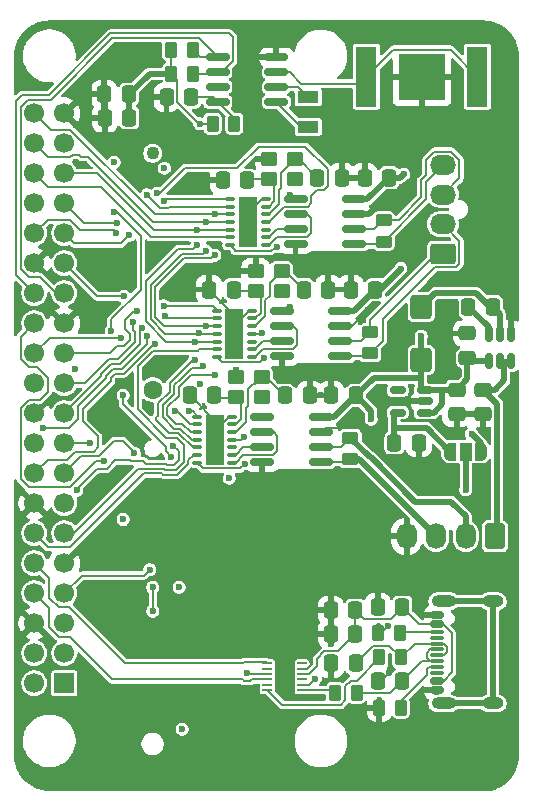
<source format=gbr>
%TF.GenerationSoftware,KiCad,Pcbnew,9.0.6-unknown-1000.20251110git96868b2.fc41*%
%TF.CreationDate,2025-12-16T17:43:44-08:00*%
%TF.ProjectId,Telemetry-Logging-Board,54656c65-6d65-4747-9279-2d4c6f676769,rev?*%
%TF.SameCoordinates,Original*%
%TF.FileFunction,Copper,L1,Top*%
%TF.FilePolarity,Positive*%
%FSLAX46Y46*%
G04 Gerber Fmt 4.6, Leading zero omitted, Abs format (unit mm)*
G04 Created by KiCad (PCBNEW 9.0.6-unknown-1000.20251110git96868b2.fc41) date 2025-12-16 17:43:44*
%MOMM*%
%LPD*%
G01*
G04 APERTURE LIST*
G04 Aperture macros list*
%AMRoundRect*
0 Rectangle with rounded corners*
0 $1 Rounding radius*
0 $2 $3 $4 $5 $6 $7 $8 $9 X,Y pos of 4 corners*
0 Add a 4 corners polygon primitive as box body*
4,1,4,$2,$3,$4,$5,$6,$7,$8,$9,$2,$3,0*
0 Add four circle primitives for the rounded corners*
1,1,$1+$1,$2,$3*
1,1,$1+$1,$4,$5*
1,1,$1+$1,$6,$7*
1,1,$1+$1,$8,$9*
0 Add four rect primitives between the rounded corners*
20,1,$1+$1,$2,$3,$4,$5,0*
20,1,$1+$1,$4,$5,$6,$7,0*
20,1,$1+$1,$6,$7,$8,$9,0*
20,1,$1+$1,$8,$9,$2,$3,0*%
%AMFreePoly0*
4,1,23,0.550000,-0.750000,0.000000,-0.750000,0.000000,-0.745722,-0.065263,-0.745722,-0.191342,-0.711940,-0.304381,-0.646677,-0.396677,-0.554381,-0.461940,-0.441342,-0.495722,-0.315263,-0.495722,-0.250000,-0.500000,-0.250000,-0.500000,0.250000,-0.495722,0.250000,-0.495722,0.315263,-0.461940,0.441342,-0.396677,0.554381,-0.304381,0.646677,-0.191342,0.711940,-0.065263,0.745722,0.000000,0.745722,
0.000000,0.750000,0.550000,0.750000,0.550000,-0.750000,0.550000,-0.750000,$1*%
%AMFreePoly1*
4,1,23,0.000000,0.745722,0.065263,0.745722,0.191342,0.711940,0.304381,0.646677,0.396677,0.554381,0.461940,0.441342,0.495722,0.315263,0.495722,0.250000,0.500000,0.250000,0.500000,-0.250000,0.495722,-0.250000,0.495722,-0.315263,0.461940,-0.441342,0.396677,-0.554381,0.304381,-0.646677,0.191342,-0.711940,0.065263,-0.745722,0.000000,-0.745722,0.000000,-0.750000,-0.550000,-0.750000,
-0.550000,0.750000,0.000000,0.750000,0.000000,0.745722,0.000000,0.745722,$1*%
G04 Aperture macros list end*
%TA.AperFunction,SMDPad,CuDef*%
%ADD10RoundRect,0.250000X0.262500X0.450000X-0.262500X0.450000X-0.262500X-0.450000X0.262500X-0.450000X0*%
%TD*%
%TA.AperFunction,SMDPad,CuDef*%
%ADD11RoundRect,0.250000X-0.337500X-0.475000X0.337500X-0.475000X0.337500X0.475000X-0.337500X0.475000X0*%
%TD*%
%TA.AperFunction,SMDPad,CuDef*%
%ADD12RoundRect,0.250000X-0.450000X0.262500X-0.450000X-0.262500X0.450000X-0.262500X0.450000X0.262500X0*%
%TD*%
%TA.AperFunction,SMDPad,CuDef*%
%ADD13RoundRect,0.250000X0.450000X0.350000X-0.450000X0.350000X-0.450000X-0.350000X0.450000X-0.350000X0*%
%TD*%
%TA.AperFunction,ComponentPad*%
%ADD14R,1.700000X1.700000*%
%TD*%
%TA.AperFunction,ComponentPad*%
%ADD15C,1.700000*%
%TD*%
%TA.AperFunction,SMDPad,CuDef*%
%ADD16RoundRect,0.250000X0.475000X-0.337500X0.475000X0.337500X-0.475000X0.337500X-0.475000X-0.337500X0*%
%TD*%
%TA.AperFunction,ComponentPad*%
%ADD17RoundRect,0.250000X0.850000X0.600000X-0.850000X0.600000X-0.850000X-0.600000X0.850000X-0.600000X0*%
%TD*%
%TA.AperFunction,ComponentPad*%
%ADD18O,2.200000X1.700000*%
%TD*%
%TA.AperFunction,SMDPad,CuDef*%
%ADD19RoundRect,0.250000X-0.650000X0.750000X-0.650000X-0.750000X0.650000X-0.750000X0.650000X0.750000X0*%
%TD*%
%TA.AperFunction,SMDPad,CuDef*%
%ADD20RoundRect,0.250000X-0.262500X-0.450000X0.262500X-0.450000X0.262500X0.450000X-0.262500X0.450000X0*%
%TD*%
%TA.AperFunction,SMDPad,CuDef*%
%ADD21RoundRect,0.250000X0.337500X0.475000X-0.337500X0.475000X-0.337500X-0.475000X0.337500X-0.475000X0*%
%TD*%
%TA.AperFunction,ComponentPad*%
%ADD22RoundRect,0.250000X-0.600000X0.850000X-0.600000X-0.850000X0.600000X-0.850000X0.600000X0.850000X0*%
%TD*%
%TA.AperFunction,ComponentPad*%
%ADD23O,1.700000X2.200000*%
%TD*%
%TA.AperFunction,SMDPad,CuDef*%
%ADD24RoundRect,0.150000X-0.825000X-0.150000X0.825000X-0.150000X0.825000X0.150000X-0.825000X0.150000X0*%
%TD*%
%TA.AperFunction,SMDPad,CuDef*%
%ADD25RoundRect,0.050000X0.350000X0.050000X-0.350000X0.050000X-0.350000X-0.050000X0.350000X-0.050000X0*%
%TD*%
%TA.AperFunction,HeatsinkPad*%
%ADD26R,1.700000X2.500000*%
%TD*%
%TA.AperFunction,SMDPad,CuDef*%
%ADD27R,1.780000X5.080000*%
%TD*%
%TA.AperFunction,SMDPad,CuDef*%
%ADD28R,3.960000X3.960000*%
%TD*%
%TA.AperFunction,SMDPad,CuDef*%
%ADD29O,0.850000X0.350000*%
%TD*%
%TA.AperFunction,SMDPad,CuDef*%
%ADD30R,1.650000X4.250000*%
%TD*%
%TA.AperFunction,SMDPad,CuDef*%
%ADD31RoundRect,0.150000X0.825000X0.150000X-0.825000X0.150000X-0.825000X-0.150000X0.825000X-0.150000X0*%
%TD*%
%TA.AperFunction,SMDPad,CuDef*%
%ADD32FreePoly0,0.000000*%
%TD*%
%TA.AperFunction,SMDPad,CuDef*%
%ADD33R,1.000000X1.500000*%
%TD*%
%TA.AperFunction,SMDPad,CuDef*%
%ADD34FreePoly1,0.000000*%
%TD*%
%TA.AperFunction,SMDPad,CuDef*%
%ADD35RoundRect,0.150000X0.425000X-0.150000X0.425000X0.150000X-0.425000X0.150000X-0.425000X-0.150000X0*%
%TD*%
%TA.AperFunction,SMDPad,CuDef*%
%ADD36RoundRect,0.075000X0.500000X-0.075000X0.500000X0.075000X-0.500000X0.075000X-0.500000X-0.075000X0*%
%TD*%
%TA.AperFunction,HeatsinkPad*%
%ADD37O,2.100000X1.000000*%
%TD*%
%TA.AperFunction,HeatsinkPad*%
%ADD38O,1.800000X1.000000*%
%TD*%
%TA.AperFunction,SMDPad,CuDef*%
%ADD39RoundRect,0.150000X0.150000X-0.512500X0.150000X0.512500X-0.150000X0.512500X-0.150000X-0.512500X0*%
%TD*%
%TA.AperFunction,SMDPad,CuDef*%
%ADD40R,1.800000X1.000000*%
%TD*%
%TA.AperFunction,SMDPad,CuDef*%
%ADD41RoundRect,0.250000X-0.475000X0.337500X-0.475000X-0.337500X0.475000X-0.337500X0.475000X0.337500X0*%
%TD*%
%TA.AperFunction,SMDPad,CuDef*%
%ADD42RoundRect,0.150000X0.512500X0.150000X-0.512500X0.150000X-0.512500X-0.150000X0.512500X-0.150000X0*%
%TD*%
%TA.AperFunction,ComponentPad*%
%ADD43C,1.100000*%
%TD*%
%TA.AperFunction,ComponentPad*%
%ADD44C,1.600000*%
%TD*%
%TA.AperFunction,ViaPad*%
%ADD45C,0.600000*%
%TD*%
%TA.AperFunction,ViaPad*%
%ADD46C,3.500000*%
%TD*%
%TA.AperFunction,Conductor*%
%ADD47C,0.200000*%
%TD*%
%TA.AperFunction,Conductor*%
%ADD48C,0.500000*%
%TD*%
G04 APERTURE END LIST*
D10*
%TO.P,R9,1*%
%TO.N,Net-(C17-Pad1)*%
X154775000Y-82180000D03*
%TO.P,R9,2*%
%TO.N,Net-(U10-USBDP)*%
X152950000Y-82180000D03*
%TD*%
D11*
%TO.P,C19,1*%
%TO.N,GND*%
X152825000Y-77930000D03*
%TO.P,C19,2*%
%TO.N,Net-(U10-VCC)*%
X154900000Y-77930000D03*
%TD*%
D12*
%TO.P,R5,1*%
%TO.N,/Can interface and transiever1/CAN_H*%
X152162500Y-54618750D03*
%TO.P,R5,2*%
%TO.N,/Can interface and transiever1/CAN_L*%
X152162500Y-56443750D03*
%TD*%
D13*
%TO.P,Y2,1,1*%
%TO.N,Net-(U6-OSC2)*%
X144662500Y-49466250D03*
%TO.P,Y2,2,2*%
%TO.N,GND*%
X142462500Y-49466250D03*
%TO.P,Y2,3,3*%
%TO.N,Net-(U6-OSC1)*%
X142462500Y-51166250D03*
%TO.P,Y2,4,4*%
%TO.N,GND*%
X144662500Y-51166250D03*
%TD*%
D14*
%TO.P,J1,1,3V3*%
%TO.N,/SBC_3v3*%
X126275000Y-84375000D03*
D15*
%TO.P,J1,2,5V*%
%TO.N,+5V*%
X123735000Y-84375000D03*
%TO.P,J1,3,SDA_I2C1/GPIO02*%
%TO.N,/RF_HT_~{RST}*%
X126275000Y-81835000D03*
%TO.P,J1,4,5V*%
%TO.N,+5V*%
X123735000Y-81835000D03*
%TO.P,J1,5,SCL_I2C1/GPIO03*%
%TO.N,/RF_HT_BUSY*%
X126275000Y-79295000D03*
%TO.P,J1,6,GND*%
%TO.N,GND*%
X123735000Y-79295000D03*
%TO.P,J1,7,GPCLK0/GPIO04*%
%TO.N,/CAN0_GPIO1*%
X126275000Y-76755000D03*
%TO.P,J1,8,GPIO14/UART_TXD*%
%TO.N,/PI_TX*%
X123735000Y-76755000D03*
%TO.P,J1,9,GND*%
%TO.N,GND*%
X126275000Y-74215000D03*
%TO.P,J1,10,GPIO15/UART_RXD*%
%TO.N,/PI_RX*%
X123735000Y-74215000D03*
%TO.P,J1,11,GPIO17/SPI1_~{CE1}*%
%TO.N,/CAN1_~{CS}*%
X126275000Y-71675000D03*
%TO.P,J1,12,GPIO18/SPI1_~{CE0}/PCM_CLK/PWM0*%
%TO.N,/CAN0_~{CS}*%
X123735000Y-71675000D03*
%TO.P,J1,13,GPIO27/SDIO_DAT3*%
%TO.N,/RF_HT_WAKE*%
X126275000Y-69135000D03*
%TO.P,J1,14,GND*%
%TO.N,GND*%
X123735000Y-69135000D03*
%TO.P,J1,15,GPIO22/SDIO_CLK*%
%TO.N,/CAN1_~{INT0}*%
X126275000Y-66595000D03*
%TO.P,J1,16,GPIO23/SDIO_CMD*%
%TO.N,/CAN1_~{INT1}*%
X123735000Y-66595000D03*
%TO.P,J1,17,3V3*%
%TO.N,/SBC_3v3*%
X126275000Y-64055000D03*
%TO.P,J1,18,GPIO24/SDIO_DAT0*%
%TO.N,/CAN0_~{INT0}*%
X123735000Y-64055000D03*
%TO.P,J1,19,MOSI_SPI0/GPIO10*%
%TO.N,/RF_SPI_MOSI*%
X126275000Y-61515000D03*
%TO.P,J1,20,GND*%
%TO.N,GND*%
X123735000Y-61515000D03*
%TO.P,J1,21,MISO_SPI0/GPIO09*%
%TO.N,/RF_SPI_MISO*%
X126275000Y-58975000D03*
%TO.P,J1,22,GPIO25/SDIO_DAT1*%
%TO.N,/CAN1_GPIO1*%
X123735000Y-58975000D03*
%TO.P,J1,23,SCLK_SPI0/GPIO11*%
%TO.N,/RF_SPI_SCLK*%
X126275000Y-56435000D03*
%TO.P,J1,24,~{CE0}_SPI0/GPIO08*%
%TO.N,/RF_SPI_~{CS}*%
X123735000Y-56435000D03*
%TO.P,J1,25,GND*%
%TO.N,GND*%
X126275000Y-53895000D03*
%TO.P,J1,26,~{CE1}_SPI0/GPIO07*%
%TO.N,/RF_SPI_~{CS}1*%
X123735000Y-53895000D03*
%TO.P,J1,27,ID_SD_I2C0/GPIO00*%
%TO.N,/SDA_I2C1*%
X126275000Y-51355000D03*
%TO.P,J1,28,ID_SC_I2C0/GPIO01*%
%TO.N,/SCL_I2C1*%
X123735000Y-51355000D03*
%TO.P,J1,29,GPCLK1/GPIO05*%
%TO.N,/RF_SPI_IRQ*%
X126275000Y-48815000D03*
%TO.P,J1,30,GND*%
%TO.N,GND*%
X123735000Y-48815000D03*
%TO.P,J1,31,GPCLK2/GPIO06*%
%TO.N,/CAN2_GPIO1*%
X126275000Y-46275000D03*
%TO.P,J1,32,GPIO12/PWM0*%
%TO.N,/CAN2_~{INT0}*%
X123735000Y-46275000D03*
%TO.P,J1,33,GPIO13/PWM1*%
%TO.N,/CAN2_~{INT1}*%
X126275000Y-43735000D03*
%TO.P,J1,34,GND*%
%TO.N,GND*%
X123735000Y-43735000D03*
%TO.P,J1,35,GPIO19/SPI1_MISO/PCM_FS*%
%TO.N,/CAN_SPI_MISO*%
X126275000Y-41195000D03*
%TO.P,J1,36,GPIO16/SPI1_~{CE2}*%
%TO.N,/CAN2_~{CS}*%
X123735000Y-41195000D03*
%TO.P,J1,37,GPIO26/SDIO_DAT2*%
%TO.N,/CAN0_~{INT1}*%
X126275000Y-38655000D03*
%TO.P,J1,38,GPIO20/SPI1_MOSI/PCM_DIN/PWM1*%
%TO.N,/CAN_SPI_MOSI*%
X123735000Y-38655000D03*
%TO.P,J1,39,GND*%
%TO.N,GND*%
X126275000Y-36115000D03*
%TO.P,J1,40,GPIO21/SPI1_SCLK/PCM_DOUT*%
%TO.N,/CAN_SPI_SCLK*%
X123735000Y-36115000D03*
%TD*%
D16*
%TO.P,C5,1*%
%TO.N,GND*%
X159500000Y-61587500D03*
%TO.P,C5,2*%
%TO.N,+5V*%
X159500000Y-59512500D03*
%TD*%
D17*
%TO.P,J6,1,Pin_1*%
%TO.N,/Can interface and transiever1/CAN_H*%
X158325000Y-48000000D03*
D18*
%TO.P,J6,2,Pin_2*%
%TO.N,/Can interface and transiever1/CAN_L*%
X158325000Y-45500000D03*
%TO.P,J6,3,Pin_3*%
%TO.N,/Can interface and transiever2/CAN_H*%
X158325000Y-43000000D03*
%TO.P,J6,4,Pin_4*%
%TO.N,/Can interface and transiever2/CAN_L*%
X158325000Y-40500000D03*
%TD*%
D19*
%TO.P,L1,1,1*%
%TO.N,Net-(U2-SW)*%
X156500000Y-52500000D03*
%TO.P,L1,2,2*%
%TO.N,+5V*%
X156500000Y-57000000D03*
%TD*%
D20*
%TO.P,R3,1*%
%TO.N,/SBC_3v3*%
X138837500Y-37000000D03*
%TO.P,R3,2*%
%TO.N,Net-(U1-VDD)*%
X140662500Y-37000000D03*
%TD*%
D11*
%TO.P,C22,1*%
%TO.N,GND*%
X148825000Y-80180000D03*
%TO.P,C22,2*%
%TO.N,Net-(U10-VCC)*%
X150900000Y-80180000D03*
%TD*%
D21*
%TO.P,C17,1*%
%TO.N,Net-(C17-Pad1)*%
X150937500Y-82680000D03*
%TO.P,C17,2*%
%TO.N,GND*%
X148862500Y-82680000D03*
%TD*%
D22*
%TO.P,J3,1,Pin_1*%
%TO.N,+12V*%
X162750000Y-71925000D03*
D23*
%TO.P,J3,2,Pin_2*%
%TO.N,/CANH*%
X160250000Y-71925000D03*
%TO.P,J3,3,Pin_3*%
%TO.N,/CANL*%
X157750000Y-71925000D03*
%TO.P,J3,4,Pin_4*%
%TO.N,GND*%
X155250000Y-71925000D03*
%TD*%
D11*
%TO.P,C12,1*%
%TO.N,GND*%
X150537500Y-51031250D03*
%TO.P,C12,2*%
%TO.N,+5V*%
X152612500Y-51031250D03*
%TD*%
%TO.P,C16,1*%
%TO.N,GND*%
X148825000Y-78180000D03*
%TO.P,C16,2*%
%TO.N,Net-(U10-VCC)*%
X150900000Y-78180000D03*
%TD*%
D20*
%TO.P,R1,1*%
%TO.N,/SBC_3v3*%
X135337500Y-30750000D03*
%TO.P,R1,2*%
%TO.N,/SDA_I2C1*%
X137162500Y-30750000D03*
%TD*%
D24*
%TO.P,U5,1,VCC1*%
%TO.N,/SBC_3v3*%
X143025000Y-61845000D03*
%TO.P,U5,2,TXD*%
%TO.N,Net-(U4-TXCAN)*%
X143025000Y-63115000D03*
%TO.P,U5,3,RXD*%
%TO.N,Net-(U4-RXCAN)*%
X143025000Y-64385000D03*
%TO.P,U5,4,GND1*%
%TO.N,GND*%
X143025000Y-65655000D03*
%TO.P,U5,5,CANL*%
%TO.N,/CANL*%
X147975000Y-65655000D03*
%TO.P,U5,6,CANH*%
%TO.N,/CANH*%
X147975000Y-64385000D03*
%TO.P,U5,7,GND2*%
%TO.N,GND*%
X147975000Y-63115000D03*
%TO.P,U5,8,VCC2*%
%TO.N,+5V*%
X147975000Y-61845000D03*
%TD*%
D21*
%TO.P,C11,1*%
%TO.N,Net-(U6-OSC1)*%
X140612500Y-51031250D03*
%TO.P,C11,2*%
%TO.N,GND*%
X138537500Y-51031250D03*
%TD*%
D12*
%TO.P,R6,1*%
%TO.N,/Can interface and transiever2/CAN_H*%
X153320000Y-45147500D03*
%TO.P,R6,2*%
%TO.N,/Can interface and transiever2/CAN_L*%
X153320000Y-46972500D03*
%TD*%
D25*
%TO.P,U10,1,USBDM*%
%TO.N,Net-(U10-USBDM)*%
X146372000Y-84941913D03*
%TO.P,U10,2,~{RESET}*%
%TO.N,/SBC_3v3*%
X146372000Y-84491913D03*
%TO.P,U10,3,3V3OUT*%
%TO.N,unconnected-(U10-3V3OUT-Pad3)*%
X146372000Y-84041913D03*
%TO.P,U10,4,VCC*%
%TO.N,Net-(U10-VCC)*%
X146372000Y-83591913D03*
%TO.P,U10,5,GND*%
%TO.N,GND*%
X146372000Y-83141913D03*
%TO.P,U10,6,CBUS0*%
%TO.N,unconnected-(U10-CBUS0-Pad6)*%
X146372000Y-82691913D03*
%TO.P,U10,7,TXD/D0*%
%TO.N,/PI_RX*%
X143472000Y-82691913D03*
%TO.P,U10,8,~{RTS}/D2*%
%TO.N,unconnected-(U10-~{RTS}{slash}D2-Pad8)*%
X143472000Y-83141913D03*
%TO.P,U10,9,VCCIO*%
%TO.N,/SBC_3v3*%
X143472000Y-83591913D03*
%TO.P,U10,10,RXD/D1*%
%TO.N,/PI_TX*%
X143472000Y-84041913D03*
%TO.P,U10,11,~{CTS}/D3*%
%TO.N,unconnected-(U10-~{CTS}{slash}D3-Pad11)*%
X143472000Y-84491913D03*
%TO.P,U10,12,USBDP*%
%TO.N,Net-(U10-USBDP)*%
X143472000Y-84941913D03*
D26*
%TO.P,U10,13,GND*%
%TO.N,GND*%
X144922000Y-83816913D03*
%TD*%
D13*
%TO.P,Y3,1,1*%
%TO.N,Net-(U4-OSC2)*%
X143000000Y-58400000D03*
%TO.P,Y3,2,2*%
%TO.N,GND*%
X140800000Y-58400000D03*
%TO.P,Y3,3,3*%
%TO.N,Net-(U4-OSC1)*%
X140800000Y-60100000D03*
%TO.P,Y3,4,4*%
%TO.N,GND*%
X143000000Y-60100000D03*
%TD*%
D27*
%TO.P,BT1,1,+*%
%TO.N,Net-(BT1-+)*%
X161250000Y-33000000D03*
X151850000Y-33000000D03*
D28*
%TO.P,BT1,2,-*%
%TO.N,GND*%
X156550000Y-33000000D03*
%TD*%
D24*
%TO.P,U9,1,VCC1*%
%TO.N,/SBC_3v3*%
X145845000Y-43405000D03*
%TO.P,U9,2,TXD*%
%TO.N,Net-(U8-TXCAN)*%
X145845000Y-44675000D03*
%TO.P,U9,3,RXD*%
%TO.N,Net-(U8-RXCAN)*%
X145845000Y-45945000D03*
%TO.P,U9,4,GND1*%
%TO.N,GND*%
X145845000Y-47215000D03*
%TO.P,U9,5,CANL*%
%TO.N,/Can interface and transiever2/CAN_L*%
X150795000Y-47215000D03*
%TO.P,U9,6,CANH*%
%TO.N,/Can interface and transiever2/CAN_H*%
X150795000Y-45945000D03*
%TO.P,U9,7,GND2*%
%TO.N,GND*%
X150795000Y-44675000D03*
%TO.P,U9,8,VCC2*%
%TO.N,+5V*%
X150795000Y-43405000D03*
%TD*%
D21*
%TO.P,C14,1*%
%TO.N,Net-(U8-OSC1)*%
X141770000Y-41795000D03*
%TO.P,C14,2*%
%TO.N,GND*%
X139695000Y-41795000D03*
%TD*%
D13*
%TO.P,Y4,1,1*%
%TO.N,Net-(U8-OSC2)*%
X145820000Y-39995000D03*
%TO.P,Y4,2,2*%
%TO.N,GND*%
X143620000Y-39995000D03*
%TO.P,Y4,3,3*%
%TO.N,Net-(U8-OSC1)*%
X143620000Y-41695000D03*
%TO.P,Y4,4,4*%
%TO.N,GND*%
X145820000Y-41695000D03*
%TD*%
D12*
%TO.P,R4,1*%
%TO.N,/CANH*%
X150500000Y-63587500D03*
%TO.P,R4,2*%
%TO.N,/CANL*%
X150500000Y-65412500D03*
%TD*%
D21*
%TO.P,C8,1*%
%TO.N,Net-(U4-OSC1)*%
X138950000Y-60000000D03*
%TO.P,C8,2*%
%TO.N,GND*%
X136875000Y-60000000D03*
%TD*%
%TO.P,C23,1*%
%TO.N,/SBC_3v3*%
X131787500Y-36500000D03*
%TO.P,C23,2*%
%TO.N,GND*%
X129712500Y-36500000D03*
%TD*%
D10*
%TO.P,R10,1*%
%TO.N,Net-(J8-CC2)*%
X154687500Y-80070000D03*
%TO.P,R10,2*%
%TO.N,GND*%
X152862500Y-80070000D03*
%TD*%
D20*
%TO.P,R2,1*%
%TO.N,/SBC_3v3*%
X135337500Y-32750000D03*
%TO.P,R2,2*%
%TO.N,/SCL_I2C1*%
X137162500Y-32750000D03*
%TD*%
D11*
%TO.P,C10,1*%
%TO.N,Net-(U6-OSC2)*%
X146537500Y-51031250D03*
%TO.P,C10,2*%
%TO.N,GND*%
X148612500Y-51031250D03*
%TD*%
D21*
%TO.P,C1,1*%
%TO.N,Net-(U1-VDD)*%
X137000000Y-34750000D03*
%TO.P,C1,2*%
%TO.N,GND*%
X134925000Y-34750000D03*
%TD*%
%TO.P,C3,1*%
%TO.N,Net-(U2-SW)*%
X162562500Y-52500000D03*
%TO.P,C3,2*%
%TO.N,Net-(U2-BST)*%
X160487500Y-52500000D03*
%TD*%
D29*
%TO.P,U4,1,TXCAN*%
%TO.N,Net-(U4-TXCAN)*%
X140500000Y-65700000D03*
%TO.P,U4,2,RXCAN*%
%TO.N,Net-(U4-RXCAN)*%
X140500000Y-65050000D03*
%TO.P,U4,3,CLKO/SOF*%
%TO.N,unconnected-(U4-CLKO{slash}SOF-Pad3)*%
X140500000Y-64400000D03*
%TO.P,U4,4,~{INT}*%
%TO.N,/CAN0_~{INT0}*%
X140500000Y-63750000D03*
%TO.P,U4,5,OSC2*%
%TO.N,Net-(U4-OSC2)*%
X140500000Y-63100000D03*
%TO.P,U4,6,OSC1*%
%TO.N,Net-(U4-OSC1)*%
X140500000Y-62450000D03*
%TO.P,U4,7,VSS*%
%TO.N,GND*%
X140500000Y-61800000D03*
%TO.P,U4,8,~{INT1}/GPIO1*%
%TO.N,/CAN0_GPIO1*%
X137500000Y-61800000D03*
%TO.P,U4,9,~{INT0}/GPIO0/XSTBY*%
%TO.N,/CAN0_~{INT1}*%
X137500000Y-62450000D03*
%TO.P,U4,10,SCK*%
%TO.N,/CAN_SPI_SCLK*%
X137500000Y-63100000D03*
%TO.P,U4,11,SDI*%
%TO.N,/CAN_SPI_MOSI*%
X137500000Y-63750000D03*
%TO.P,U4,12,SDO*%
%TO.N,/CAN_SPI_MISO*%
X137500000Y-64400000D03*
%TO.P,U4,13,~{CS}*%
%TO.N,/CAN0_~{CS}*%
X137500000Y-65050000D03*
%TO.P,U4,14,VDD*%
%TO.N,/SBC_3v3*%
X137500000Y-65700000D03*
D30*
%TO.P,U4,15,VSS*%
%TO.N,GND*%
X139000000Y-63750000D03*
%TD*%
D31*
%TO.P,U1,1,OSCI*%
%TO.N,Net-(U1-OSCI)*%
X144225000Y-35155000D03*
%TO.P,U1,2,OSCO*%
%TO.N,Net-(U1-OSCO)*%
X144225000Y-33885000D03*
%TO.P,U1,3,VBAT*%
%TO.N,Net-(BT1-+)*%
X144225000Y-32615000D03*
%TO.P,U1,4,VSS*%
%TO.N,GND*%
X144225000Y-31345000D03*
%TO.P,U1,5,SDA*%
%TO.N,/SDA_I2C1*%
X139275000Y-31345000D03*
%TO.P,U1,6,SCL*%
%TO.N,/SCL_I2C1*%
X139275000Y-32615000D03*
%TO.P,U1,7,~{INT1}/CLKOUT*%
%TO.N,SQW*%
X139275000Y-33885000D03*
%TO.P,U1,8,VDD*%
%TO.N,Net-(U1-VDD)*%
X139275000Y-35155000D03*
%TD*%
D10*
%TO.P,R7,1*%
%TO.N,Net-(J8-CC1)*%
X154775000Y-86430000D03*
%TO.P,R7,2*%
%TO.N,GND*%
X152950000Y-86430000D03*
%TD*%
D24*
%TO.P,U7,1,VCC1*%
%TO.N,/SBC_3v3*%
X144687500Y-52876250D03*
%TO.P,U7,2,TXD*%
%TO.N,Net-(U6-TXCAN)*%
X144687500Y-54146250D03*
%TO.P,U7,3,RXD*%
%TO.N,Net-(U6-RXCAN)*%
X144687500Y-55416250D03*
%TO.P,U7,4,GND1*%
%TO.N,GND*%
X144687500Y-56686250D03*
%TO.P,U7,5,CANL*%
%TO.N,/Can interface and transiever1/CAN_L*%
X149637500Y-56686250D03*
%TO.P,U7,6,CANH*%
%TO.N,/Can interface and transiever1/CAN_H*%
X149637500Y-55416250D03*
%TO.P,U7,7,GND2*%
%TO.N,GND*%
X149637500Y-54146250D03*
%TO.P,U7,8,VCC2*%
%TO.N,+5V*%
X149637500Y-52876250D03*
%TD*%
D32*
%TO.P,JP1,1,A*%
%TO.N,Net-(JP1-A)*%
X158950000Y-64750000D03*
D33*
%TO.P,JP1,2,C*%
%TO.N,+3V3*%
X160250000Y-64750000D03*
D34*
%TO.P,JP1,3,B*%
%TO.N,/SBC_3v3*%
X161550000Y-64750000D03*
%TD*%
D29*
%TO.P,U6,1,TXCAN*%
%TO.N,Net-(U6-TXCAN)*%
X142162500Y-56731250D03*
%TO.P,U6,2,RXCAN*%
%TO.N,Net-(U6-RXCAN)*%
X142162500Y-56081250D03*
%TO.P,U6,3,CLKO/SOF*%
%TO.N,unconnected-(U6-CLKO{slash}SOF-Pad3)*%
X142162500Y-55431250D03*
%TO.P,U6,4,~{INT}*%
%TO.N,/CAN1_~{INT0}*%
X142162500Y-54781250D03*
%TO.P,U6,5,OSC2*%
%TO.N,Net-(U6-OSC2)*%
X142162500Y-54131250D03*
%TO.P,U6,6,OSC1*%
%TO.N,Net-(U6-OSC1)*%
X142162500Y-53481250D03*
%TO.P,U6,7,VSS*%
%TO.N,GND*%
X142162500Y-52831250D03*
%TO.P,U6,8,~{INT1}/GPIO1*%
%TO.N,/CAN1_GPIO1*%
X139162500Y-52831250D03*
%TO.P,U6,9,~{INT0}/GPIO0/XSTBY*%
%TO.N,/CAN1_~{INT1}*%
X139162500Y-53481250D03*
%TO.P,U6,10,SCK*%
%TO.N,/CAN_SPI_SCLK*%
X139162500Y-54131250D03*
%TO.P,U6,11,SDI*%
%TO.N,/CAN_SPI_MOSI*%
X139162500Y-54781250D03*
%TO.P,U6,12,SDO*%
%TO.N,/CAN_SPI_MISO*%
X139162500Y-55431250D03*
%TO.P,U6,13,~{CS}*%
%TO.N,/CAN1_~{CS}*%
X139162500Y-56081250D03*
%TO.P,U6,14,VDD*%
%TO.N,/SBC_3v3*%
X139162500Y-56731250D03*
D30*
%TO.P,U6,15,VSS*%
%TO.N,GND*%
X140662500Y-54781250D03*
%TD*%
D35*
%TO.P,J8,A1,GND*%
%TO.N,GND*%
X157820000Y-84950000D03*
%TO.P,J8,A4,VBUS*%
%TO.N,Net-(U10-VCC)*%
X157820000Y-84150000D03*
D36*
%TO.P,J8,A5,CC1*%
%TO.N,Net-(J8-CC1)*%
X157820000Y-83000000D03*
%TO.P,J8,A6,D+*%
%TO.N,Net-(C17-Pad1)*%
X157820000Y-82000000D03*
%TO.P,J8,A7,D-*%
%TO.N,Net-(C18-Pad1)*%
X157820000Y-81500000D03*
%TO.P,J8,A8,SBU1*%
%TO.N,unconnected-(J8-SBU1-PadA8)*%
X157820000Y-80500000D03*
D35*
%TO.P,J8,A9,VBUS*%
%TO.N,Net-(U10-VCC)*%
X157820000Y-79350000D03*
%TO.P,J8,A12,GND*%
%TO.N,GND*%
X157820000Y-78550000D03*
%TO.P,J8,B1,GND*%
X157820000Y-78550000D03*
%TO.P,J8,B4,VBUS*%
%TO.N,Net-(U10-VCC)*%
X157820000Y-79350000D03*
D36*
%TO.P,J8,B5,CC2*%
%TO.N,Net-(J8-CC2)*%
X157820000Y-80000000D03*
%TO.P,J8,B6,D+*%
%TO.N,Net-(C17-Pad1)*%
X157820000Y-81000000D03*
%TO.P,J8,B7,D-*%
%TO.N,Net-(C18-Pad1)*%
X157820000Y-82500000D03*
%TO.P,J8,B8,SBU2*%
%TO.N,unconnected-(J8-SBU2-PadB8)*%
X157820000Y-83500000D03*
D35*
%TO.P,J8,B9,VBUS*%
%TO.N,Net-(U10-VCC)*%
X157820000Y-84150000D03*
%TO.P,J8,B12,GND*%
%TO.N,GND*%
X157820000Y-84950000D03*
D37*
%TO.P,J8,S1,SHIELD*%
%TO.N,unconnected-(J8-SHIELD-PadS1)*%
X158395000Y-86070000D03*
D38*
X162575000Y-86070000D03*
D37*
X158395000Y-77430000D03*
D38*
X162575000Y-77430000D03*
%TD*%
D11*
%TO.P,C7,1*%
%TO.N,Net-(U4-OSC2)*%
X144962500Y-60000000D03*
%TO.P,C7,2*%
%TO.N,GND*%
X147037500Y-60000000D03*
%TD*%
%TO.P,C9,1*%
%TO.N,GND*%
X148875000Y-60000000D03*
%TO.P,C9,2*%
%TO.N,+5V*%
X150950000Y-60000000D03*
%TD*%
D39*
%TO.P,U2,1,FB*%
%TO.N,+5V*%
X162200000Y-57075000D03*
%TO.P,U2,2,EN*%
%TO.N,+12V*%
X163150000Y-57075000D03*
%TO.P,U2,3,IN*%
X164100000Y-57075000D03*
%TO.P,U2,4,GND*%
%TO.N,GND*%
X164100000Y-54800000D03*
%TO.P,U2,5,SW*%
%TO.N,Net-(U2-SW)*%
X163150000Y-54800000D03*
%TO.P,U2,6,BST*%
%TO.N,Net-(U2-BST)*%
X162200000Y-54800000D03*
%TD*%
D40*
%TO.P,Y1,1,1*%
%TO.N,Net-(U1-OSCO)*%
X146912500Y-34750000D03*
%TO.P,Y1,2,2*%
%TO.N,Net-(U1-OSCI)*%
X146912500Y-37250000D03*
%TD*%
D10*
%TO.P,R8,1*%
%TO.N,Net-(C18-Pad1)*%
X151025000Y-85180000D03*
%TO.P,R8,2*%
%TO.N,Net-(U10-USBDM)*%
X149200000Y-85180000D03*
%TD*%
D16*
%TO.P,C2,1*%
%TO.N,GND*%
X161750000Y-61587500D03*
%TO.P,C2,2*%
%TO.N,+12V*%
X161750000Y-59512500D03*
%TD*%
D11*
%TO.P,C15,1*%
%TO.N,GND*%
X151695000Y-41560000D03*
%TO.P,C15,2*%
%TO.N,+5V*%
X153770000Y-41560000D03*
%TD*%
D29*
%TO.P,U8,1,TXCAN*%
%TO.N,Net-(U8-TXCAN)*%
X143320000Y-47260000D03*
%TO.P,U8,2,RXCAN*%
%TO.N,Net-(U8-RXCAN)*%
X143320000Y-46610000D03*
%TO.P,U8,3,CLKO/SOF*%
%TO.N,unconnected-(U8-CLKO{slash}SOF-Pad3)*%
X143320000Y-45960000D03*
%TO.P,U8,4,~{INT}*%
%TO.N,/CAN2_~{INT0}*%
X143320000Y-45310000D03*
%TO.P,U8,5,OSC2*%
%TO.N,Net-(U8-OSC2)*%
X143320000Y-44660000D03*
%TO.P,U8,6,OSC1*%
%TO.N,Net-(U8-OSC1)*%
X143320000Y-44010000D03*
%TO.P,U8,7,VSS*%
%TO.N,GND*%
X143320000Y-43360000D03*
%TO.P,U8,8,~{INT1}/GPIO1*%
%TO.N,/CAN2_GPIO1*%
X140320000Y-43360000D03*
%TO.P,U8,9,~{INT0}/GPIO0/XSTBY*%
%TO.N,/CAN2_~{INT1}*%
X140320000Y-44010000D03*
%TO.P,U8,10,SCK*%
%TO.N,/CAN_SPI_SCLK*%
X140320000Y-44660000D03*
%TO.P,U8,11,SDI*%
%TO.N,/CAN_SPI_MOSI*%
X140320000Y-45310000D03*
%TO.P,U8,12,SDO*%
%TO.N,/CAN_SPI_MISO*%
X140320000Y-45960000D03*
%TO.P,U8,13,~{CS}*%
%TO.N,/CAN2_~{CS}*%
X140320000Y-46610000D03*
%TO.P,U8,14,VDD*%
%TO.N,/SBC_3v3*%
X140320000Y-47260000D03*
D30*
%TO.P,U8,15,VSS*%
%TO.N,GND*%
X141820000Y-45310000D03*
%TD*%
D21*
%TO.P,C21,1*%
%TO.N,/SBC_3v3*%
X131737500Y-34500000D03*
%TO.P,C21,2*%
%TO.N,GND*%
X129662500Y-34500000D03*
%TD*%
D41*
%TO.P,C4,1*%
%TO.N,GND*%
X160400000Y-54750000D03*
%TO.P,C4,2*%
%TO.N,+5V*%
X160400000Y-56825000D03*
%TD*%
D11*
%TO.P,C13,1*%
%TO.N,Net-(U8-OSC2)*%
X147695000Y-41560000D03*
%TO.P,C13,2*%
%TO.N,GND*%
X149770000Y-41560000D03*
%TD*%
D42*
%TO.P,U3,1,VIN*%
%TO.N,+5V*%
X156775000Y-61450000D03*
%TO.P,U3,2,GND*%
%TO.N,GND*%
X156775000Y-60500000D03*
%TO.P,U3,3,EN*%
%TO.N,+5V*%
X156775000Y-59550000D03*
%TO.P,U3,4,NC*%
%TO.N,unconnected-(U3-NC-Pad4)*%
X154500000Y-59550000D03*
%TO.P,U3,5,VOUT*%
%TO.N,Net-(JP1-A)*%
X154500000Y-61450000D03*
%TD*%
D21*
%TO.P,C18,1*%
%TO.N,Net-(C18-Pad1)*%
X154862500Y-84180000D03*
%TO.P,C18,2*%
%TO.N,GND*%
X152787500Y-84180000D03*
%TD*%
%TO.P,C6,1*%
%TO.N,GND*%
X156287500Y-64000000D03*
%TO.P,C6,2*%
%TO.N,Net-(JP1-A)*%
X154212500Y-64000000D03*
%TD*%
D43*
%TO.P,J9,*%
%TO.N,*%
X133750000Y-39500000D03*
D44*
X133750000Y-59500000D03*
%TD*%
D45*
%TO.N,GND*%
X143250000Y-68750000D03*
X135500000Y-80750000D03*
X133250000Y-86750000D03*
X151000000Y-61750000D03*
X153000000Y-75250000D03*
X148000000Y-60000000D03*
X140800000Y-58400000D03*
X132000000Y-81500000D03*
X130000000Y-52250000D03*
X134000000Y-47750000D03*
X154250000Y-43000000D03*
X134000000Y-68000000D03*
X127250000Y-40250000D03*
X141820000Y-45310000D03*
X134000000Y-72000000D03*
X143000000Y-90500000D03*
X156000000Y-47000000D03*
X149500000Y-39500000D03*
D46*
X162500000Y-49500000D03*
D45*
X147750000Y-49000000D03*
X143250000Y-80750000D03*
X153000000Y-69750000D03*
X153686987Y-79485863D03*
X146000000Y-41750000D03*
X143750000Y-40000000D03*
X144662500Y-51166250D03*
X131500000Y-48750000D03*
X133450000Y-61250000D03*
X143000000Y-60000000D03*
X161500000Y-81750000D03*
X158000000Y-55000000D03*
X138000000Y-42000000D03*
X154750000Y-39750000D03*
X152000000Y-52750000D03*
X143500000Y-75000000D03*
X139000000Y-63350000D03*
X130000000Y-49000000D03*
X153750000Y-83500000D03*
X134500000Y-57500000D03*
X158500000Y-90500000D03*
X133250000Y-41500000D03*
X130848607Y-58802785D03*
X153250000Y-43500000D03*
X140662500Y-54781250D03*
X154750000Y-55000000D03*
X151500000Y-49000000D03*
%TO.N,+5V*%
X152250000Y-62000000D03*
X155000000Y-41250000D03*
X154750000Y-49250000D03*
X156500000Y-55000000D03*
%TO.N,+3V3*%
X130500000Y-40250000D03*
X136000000Y-76250000D03*
X127194998Y-57750000D03*
X140250000Y-67000000D03*
X134750000Y-40750000D03*
X136250000Y-88250000D03*
X131250000Y-70500000D03*
X160250000Y-68000000D03*
X137752532Y-58997556D03*
%TO.N,/CAN1_~{INT0}*%
X132199591Y-64900932D03*
X143000000Y-54750000D03*
%TO.N,/CAN0_~{INT0}*%
X127307043Y-68039246D03*
X141500000Y-63500000D03*
X135500000Y-64250000D03*
%TO.N,/RF_SPI_~{CS}*%
X131042717Y-55132711D03*
%TO.N,/CAN1_GPIO1*%
X134703610Y-52424234D03*
X133270343Y-54963447D03*
X124500000Y-62750000D03*
%TO.N,/CAN2_~{INT0}*%
X134148957Y-42898957D03*
X130671751Y-46223239D03*
%TO.N,/CAN_SPI_MISO*%
X137500000Y-45960000D03*
X137305002Y-57000000D03*
X137305002Y-55431250D03*
X137500000Y-47250000D03*
%TO.N,/CAN2_~{INT1}*%
X130704633Y-45373873D03*
X133250000Y-43000000D03*
%TO.N,/RF_SPI_MISO*%
X132108878Y-53779694D03*
%TO.N,/CAN0_GPIO1*%
X133500000Y-74750000D03*
X136800000Y-61330650D03*
%TO.N,/CAN0_~{INT1}*%
X135600000Y-61339185D03*
X130500000Y-44500000D03*
X130250000Y-54500000D03*
%TO.N,/RF_SPI_SCLK*%
X132451717Y-52831128D03*
%TO.N,/CAN_SPI_SCLK*%
X139000000Y-48130133D03*
X138303061Y-54131250D03*
X139000000Y-44660000D03*
X139000000Y-58250000D03*
%TO.N,/CAN2_GPIO1*%
X134750000Y-43500000D03*
X131774043Y-46443283D03*
%TO.N,/SBC_3v3*%
X135331378Y-65209311D03*
X145417128Y-52539608D03*
X145348410Y-42997739D03*
X141750000Y-83500000D03*
X141550000Y-65795233D03*
X147500000Y-84000000D03*
X143025001Y-61845001D03*
X160750000Y-63250000D03*
X131250000Y-59998000D03*
X128476000Y-64021546D03*
X144320055Y-47387547D03*
X137750000Y-37000000D03*
X143212500Y-56826483D03*
%TO.N,/CAN_SPI_MOSI*%
X138250000Y-45310000D03*
X138000000Y-57500000D03*
X137703502Y-54680449D03*
X138250000Y-47750000D03*
%TO.N,/CAN1_~{INT1}*%
X133921943Y-55600483D03*
X134764604Y-53254296D03*
%TO.N,/RF_SPI_MOSI*%
X132826636Y-54285856D03*
%TO.N,/RF_SPI_IRQ*%
X133750000Y-78250000D03*
X131329621Y-51619769D03*
X133750000Y-76250000D03*
%TO.N,/RF_SPI_~{CS}1*%
X129618496Y-65549998D03*
%TD*%
D47*
%TO.N,Net-(BT1-+)*%
X145344600Y-32615000D02*
X144225000Y-32615000D01*
X151850000Y-33000000D02*
X154131000Y-30719000D01*
X154131000Y-30719000D02*
X158969000Y-30719000D01*
X151259127Y-33590873D02*
X146320473Y-33590873D01*
X151850000Y-33000000D02*
X151259127Y-33590873D01*
X146320473Y-33590873D02*
X145344600Y-32615000D01*
X158969000Y-30719000D02*
X161250000Y-33000000D01*
%TO.N,GND*%
X153102850Y-80070000D02*
X153686987Y-79485863D01*
X145945000Y-41695000D02*
X146000000Y-41750000D01*
X143000000Y-60100000D02*
X143000000Y-60000000D01*
X143745000Y-39995000D02*
X143750000Y-40000000D01*
D48*
X152075000Y-44675000D02*
X153250000Y-43500000D01*
D47*
X149637500Y-54146250D02*
X150603750Y-54146250D01*
X152787500Y-84180000D02*
X153070000Y-84180000D01*
X140225000Y-61800000D02*
X139000000Y-63025000D01*
X147250000Y-82000000D02*
X147000000Y-81750000D01*
X153070000Y-84180000D02*
X153750000Y-83500000D01*
X146819774Y-83141913D02*
X147250000Y-82711687D01*
X141887500Y-52831250D02*
X140662500Y-54056250D01*
X139000000Y-63025000D02*
X139000000Y-63350000D01*
X140662500Y-54056250D02*
X140662500Y-54781250D01*
X141820000Y-43347500D02*
X141820000Y-45310000D01*
X147975000Y-63115000D02*
X148316000Y-62774000D01*
X142162500Y-52831250D02*
X141887500Y-52831250D01*
X143045000Y-43360000D02*
X141820000Y-44585000D01*
D48*
X150795000Y-44675000D02*
X152075000Y-44675000D01*
D47*
X146372000Y-83141913D02*
X146819774Y-83141913D01*
X148875000Y-60000000D02*
X148000000Y-60000000D01*
X139000000Y-62125000D02*
X139000000Y-63350000D01*
X141820000Y-44585000D02*
X141820000Y-45310000D01*
X138537500Y-51031250D02*
X140662500Y-53156250D01*
X140500000Y-61800000D02*
X140225000Y-61800000D01*
X140662500Y-53156250D02*
X140662500Y-54781250D01*
X141820000Y-43685000D02*
X141820000Y-45310000D01*
X140662500Y-52818750D02*
X140662500Y-54781250D01*
X152862500Y-80070000D02*
X153102850Y-80070000D01*
X145820000Y-41695000D02*
X145945000Y-41695000D01*
X148316000Y-62774000D02*
X149976000Y-62774000D01*
X147250000Y-82711687D02*
X147250000Y-82000000D01*
X143620000Y-39995000D02*
X143745000Y-39995000D01*
X150603750Y-54146250D02*
X152000000Y-52750000D01*
X136875000Y-60000000D02*
X139000000Y-62125000D01*
X143320000Y-43360000D02*
X143045000Y-43360000D01*
X149976000Y-62774000D02*
X151000000Y-61750000D01*
X139000000Y-61787500D02*
X139000000Y-63350000D01*
%TO.N,Net-(U1-VDD)*%
X139275000Y-35155000D02*
X140662500Y-36542500D01*
X138870000Y-34750000D02*
X139275000Y-35155000D01*
X140662500Y-36542500D02*
X140662500Y-37000000D01*
X137000000Y-34750000D02*
X138870000Y-34750000D01*
D48*
%TO.N,+12V*%
X162926000Y-71749000D02*
X162926000Y-60688500D01*
X163525000Y-58725000D02*
X163525000Y-57137500D01*
X162737500Y-59512500D02*
X161750000Y-59512500D01*
X162737500Y-59512500D02*
X163525000Y-58725000D01*
X162926000Y-60688500D02*
X161750000Y-59512500D01*
X162750000Y-71925000D02*
X162926000Y-71749000D01*
X163525000Y-57137500D02*
X164000000Y-57137500D01*
%TO.N,Net-(U2-SW)*%
X162298292Y-52500000D02*
X161122292Y-51324000D01*
X163150000Y-53087500D02*
X163150000Y-54800000D01*
X157676000Y-51324000D02*
X156500000Y-52500000D01*
X161122292Y-51324000D02*
X157676000Y-51324000D01*
X162562500Y-52500000D02*
X162298292Y-52500000D01*
X162562500Y-52500000D02*
X163150000Y-53087500D01*
%TO.N,Net-(U2-BST)*%
X160487500Y-52500000D02*
X160487500Y-52775000D01*
X162200000Y-54800000D02*
X162200000Y-54212500D01*
X162200000Y-54212500D02*
X160487500Y-52500000D01*
%TO.N,+5V*%
X152612500Y-51031250D02*
X152968750Y-51031250D01*
X160650000Y-57075000D02*
X160400000Y-56825000D01*
X152250000Y-62000000D02*
X152250000Y-61300000D01*
X160400000Y-58612500D02*
X160400000Y-56825000D01*
X162200000Y-57075000D02*
X160650000Y-57075000D01*
X158250000Y-60750000D02*
X158250000Y-59512500D01*
X157550000Y-61450000D02*
X158250000Y-60750000D01*
X159500000Y-59512500D02*
X160400000Y-58612500D01*
X152968750Y-51031250D02*
X154750000Y-49250000D01*
X159500000Y-59512500D02*
X158250000Y-59512500D01*
X156500000Y-55000000D02*
X156500000Y-57000000D01*
X152612500Y-51031250D02*
X150767500Y-52876250D01*
X150767500Y-52876250D02*
X149637500Y-52876250D01*
X158250000Y-59512500D02*
X156812500Y-59512500D01*
D47*
X150645000Y-43255000D02*
X150795000Y-43405000D01*
D48*
X156812500Y-59512500D02*
X156775000Y-59550000D01*
X153770000Y-41560000D02*
X151925000Y-43405000D01*
D47*
X149487500Y-52726250D02*
X149637500Y-52876250D01*
D48*
X153770000Y-41560000D02*
X154690000Y-41560000D01*
X156500000Y-58500000D02*
X156500000Y-59275000D01*
X152450000Y-58500000D02*
X156500000Y-58500000D01*
D47*
X147825000Y-61695000D02*
X147975000Y-61845000D01*
D48*
X156500000Y-59275000D02*
X156775000Y-59550000D01*
X156500000Y-57000000D02*
X156500000Y-58500000D01*
X154690000Y-41560000D02*
X155000000Y-41250000D01*
X150950000Y-60000000D02*
X149105000Y-61845000D01*
X151925000Y-43405000D02*
X150795000Y-43405000D01*
X150950000Y-60000000D02*
X152450000Y-58500000D01*
X156775000Y-61450000D02*
X157550000Y-61450000D01*
X149105000Y-61845000D02*
X147975000Y-61845000D01*
X152250000Y-61300000D02*
X150950000Y-60000000D01*
%TO.N,Net-(JP1-A)*%
X154212500Y-62750000D02*
X154212500Y-61737500D01*
X156950000Y-62750000D02*
X158950000Y-64750000D01*
X154212500Y-62750000D02*
X156950000Y-62750000D01*
X154212500Y-64000000D02*
X154212500Y-62750000D01*
X154212500Y-61737500D02*
X154500000Y-61450000D01*
D47*
%TO.N,Net-(U4-OSC2)*%
X142400000Y-59000000D02*
X143000000Y-58400000D01*
X140500000Y-63100000D02*
X140775000Y-63100000D01*
X143000000Y-58400000D02*
X143116250Y-58516250D01*
X143391250Y-58516250D02*
X144875000Y-60000000D01*
X141628000Y-62247000D02*
X141628000Y-61065750D01*
X141801000Y-60892750D02*
X141801000Y-59449000D01*
X142250000Y-59000000D02*
X142400000Y-59000000D01*
X143116250Y-58516250D02*
X143391250Y-58516250D01*
X140775000Y-63100000D02*
X141628000Y-62247000D01*
X141628000Y-61065750D02*
X141801000Y-60892750D01*
X141801000Y-59449000D02*
X142250000Y-59000000D01*
%TO.N,Net-(U4-OSC1)*%
X140800000Y-60216250D02*
X139166250Y-60216250D01*
X139166250Y-60216250D02*
X138950000Y-60000000D01*
X140500000Y-62450000D02*
X140775000Y-62450000D01*
X140775000Y-62450000D02*
X141226000Y-61999000D01*
X141226000Y-61999000D02*
X141226000Y-60642250D01*
X141226000Y-60642250D02*
X140800000Y-60216250D01*
%TO.N,Net-(U6-OSC2)*%
X143661500Y-51553410D02*
X143661500Y-50467250D01*
X143290500Y-53278250D02*
X143290500Y-51924410D01*
X143290500Y-51924410D02*
X143661500Y-51553410D01*
X143661500Y-50467250D02*
X144662500Y-49466250D01*
X144972500Y-49466250D02*
X146537500Y-51031250D01*
X142437500Y-54131250D02*
X143290500Y-53278250D01*
X142162500Y-54131250D02*
X142437500Y-54131250D01*
X144662500Y-49466250D02*
X144972500Y-49466250D01*
%TO.N,Net-(U6-OSC1)*%
X142462500Y-51166250D02*
X140747500Y-51166250D01*
X142437500Y-53481250D02*
X142888500Y-53030250D01*
X142888500Y-51592250D02*
X142462500Y-51166250D01*
X142888500Y-53030250D02*
X142888500Y-51592250D01*
X140747500Y-51166250D02*
X140612500Y-51031250D01*
X142162500Y-53481250D02*
X142437500Y-53481250D01*
%TO.N,Net-(U8-OSC2)*%
X143595000Y-44660000D02*
X144448000Y-43807000D01*
X146130000Y-39995000D02*
X145820000Y-39995000D01*
X144621000Y-41194000D02*
X145820000Y-39995000D01*
X144621000Y-42452750D02*
X144621000Y-41194000D01*
X147695000Y-41560000D02*
X146130000Y-39995000D01*
X144448000Y-42625750D02*
X144621000Y-42452750D01*
X144448000Y-43807000D02*
X144448000Y-42625750D01*
X143320000Y-44660000D02*
X143595000Y-44660000D01*
%TO.N,Net-(U8-OSC1)*%
X143620000Y-41695000D02*
X141870000Y-41695000D01*
X143595000Y-44010000D02*
X144046000Y-43559000D01*
X144046000Y-42121000D02*
X144046000Y-43559000D01*
X141870000Y-41695000D02*
X141770000Y-41795000D01*
X143620000Y-41695000D02*
X144046000Y-42121000D01*
X143320000Y-44010000D02*
X143595000Y-44010000D01*
%TO.N,Net-(U10-VCC)*%
X157820000Y-84150000D02*
X158394999Y-84150000D01*
X146973773Y-83591913D02*
X146372000Y-83591913D01*
X151676000Y-78956000D02*
X153368321Y-78956000D01*
X150900000Y-80180000D02*
X149426000Y-81654000D01*
X153944137Y-78885863D02*
X154900000Y-77930000D01*
X150900000Y-78180000D02*
X151676000Y-78956000D01*
X147650000Y-82915686D02*
X146973773Y-83591913D01*
X159097000Y-80152000D02*
X158295000Y-79350000D01*
X149426000Y-81654000D02*
X148289840Y-81654000D01*
X158295000Y-79350000D02*
X157820000Y-79350000D01*
X150900000Y-80180000D02*
X150900000Y-78180000D01*
X159097000Y-83447999D02*
X159097000Y-80152000D01*
X153368321Y-78956000D02*
X153438458Y-78885863D01*
X156320000Y-79350000D02*
X157820000Y-79350000D01*
X147650000Y-82293840D02*
X147650000Y-82915686D01*
X148289840Y-81654000D02*
X147650000Y-82293840D01*
X154900000Y-77930000D02*
X156320000Y-79350000D01*
X158394999Y-84150000D02*
X159097000Y-83447999D01*
X153438458Y-78885863D02*
X153944137Y-78885863D01*
%TO.N,Net-(C17-Pad1)*%
X154775000Y-82180000D02*
X155955000Y-81000000D01*
X152438500Y-81179000D02*
X153774000Y-81179000D01*
X158428824Y-82000000D02*
X157820000Y-82000000D01*
X158428824Y-81000000D02*
X158696000Y-81267176D01*
X158696000Y-81267176D02*
X158696000Y-81732824D01*
X150937500Y-82680000D02*
X152438500Y-81179000D01*
X158696000Y-81732824D02*
X158428824Y-82000000D01*
X157820000Y-81000000D02*
X158428824Y-81000000D01*
X153774000Y-81179000D02*
X154775000Y-82180000D01*
X155955000Y-81000000D02*
X157820000Y-81000000D01*
%TO.N,Net-(C18-Pad1)*%
X157211176Y-81500000D02*
X156944000Y-81767176D01*
X157820000Y-82500000D02*
X156542500Y-82500000D01*
X157820000Y-81500000D02*
X157211176Y-81500000D01*
X151051000Y-85206000D02*
X153836500Y-85206000D01*
X153836500Y-85206000D02*
X154862500Y-84180000D01*
X156542500Y-82500000D02*
X154862500Y-84180000D01*
X156944000Y-81767176D02*
X156944000Y-82232824D01*
X157211176Y-82500000D02*
X157820000Y-82500000D01*
X156944000Y-82232824D02*
X157211176Y-82500000D01*
X151025000Y-85180000D02*
X151051000Y-85206000D01*
D48*
%TO.N,+3V3*%
X160250000Y-64750000D02*
X160250000Y-68000000D01*
D47*
%TO.N,/CAN1_~{INT0}*%
X127720002Y-65149998D02*
X129165688Y-65149998D01*
X126275000Y-66595000D02*
X127720002Y-65149998D01*
X142162500Y-54781250D02*
X142968750Y-54781250D01*
X132199591Y-64763114D02*
X132199591Y-64900932D01*
X130471686Y-63844000D02*
X131280477Y-63844000D01*
X142968750Y-54781250D02*
X143000000Y-54750000D01*
X142162500Y-54781250D02*
X142437500Y-54781250D01*
X131280477Y-63844000D02*
X132199591Y-64763114D01*
X129165688Y-65149998D02*
X130471686Y-63844000D01*
%TO.N,/CAN0_~{INT0}*%
X135974001Y-65445238D02*
X135974001Y-64724001D01*
X140500000Y-63750000D02*
X140775000Y-63750000D01*
X133211109Y-65801000D02*
X134881761Y-65801000D01*
X131930352Y-65550932D02*
X132961040Y-65550932D01*
X129012219Y-66237781D02*
X129849952Y-66237781D01*
X141250000Y-63750000D02*
X141500000Y-63500000D01*
X134980761Y-65900000D02*
X135519239Y-65900000D01*
X129849952Y-66237781D02*
X130587733Y-65500000D01*
X134881761Y-65801000D02*
X134980761Y-65900000D01*
X127307043Y-68039246D02*
X127307043Y-68025957D01*
X132961040Y-65550932D02*
X133211109Y-65801000D01*
X127281086Y-68000000D02*
X127250000Y-68000000D01*
X140500000Y-63750000D02*
X141250000Y-63750000D01*
X130587733Y-65500000D02*
X131879420Y-65500000D01*
X127307043Y-68025957D02*
X127281086Y-68000000D01*
X131879420Y-65500000D02*
X131930352Y-65550932D01*
X127250000Y-68000000D02*
X129012219Y-66237781D01*
X135974001Y-64724001D02*
X135500000Y-64250000D01*
X135519239Y-65900000D02*
X135974001Y-65445238D01*
%TO.N,/RF_SPI_~{CS}*%
X123735000Y-56435000D02*
X125037289Y-55132711D01*
X125037289Y-55132711D02*
X131042717Y-55132711D01*
%TO.N,/PI_RX*%
X141388848Y-82691913D02*
X131441913Y-82691913D01*
X143372000Y-82591913D02*
X141488848Y-82591913D01*
X143472000Y-82691913D02*
X143372000Y-82591913D01*
X125000000Y-77107760D02*
X125000000Y-75480000D01*
X125000000Y-75480000D02*
X123735000Y-74215000D01*
X131441913Y-82691913D02*
X126656000Y-77906000D01*
X126656000Y-77906000D02*
X125798240Y-77906000D01*
X125798240Y-77906000D02*
X125000000Y-77107760D01*
X141488848Y-82591913D02*
X141388848Y-82691913D01*
%TO.N,/CAN1_GPIO1*%
X129798607Y-58367860D02*
X130413683Y-57752785D01*
X127426000Y-60931100D02*
X129798607Y-58558493D01*
X127426000Y-61991760D02*
X127426000Y-60931100D01*
X124500000Y-62750000D02*
X126667760Y-62750000D01*
X130413683Y-57752785D02*
X131118201Y-57752785D01*
X133270343Y-55600643D02*
X133270343Y-54963447D01*
X138855484Y-52424234D02*
X134703610Y-52424234D01*
X139162500Y-52731250D02*
X138855484Y-52424234D01*
X126667760Y-62750000D02*
X127426000Y-61991760D01*
X131118201Y-57752785D02*
X133270343Y-55600643D01*
X139162500Y-52831250D02*
X139162500Y-52731250D01*
X129798607Y-58558493D02*
X129798607Y-58367860D01*
%TO.N,/CAN2_~{INT0}*%
X134351043Y-42898957D02*
X134148957Y-42898957D01*
X148583500Y-40849840D02*
X146678660Y-38945000D01*
X124886000Y-45124000D02*
X126751760Y-45124000D01*
X146678660Y-38945000D02*
X142723340Y-38945000D01*
X147664000Y-42586000D02*
X148267660Y-42586000D01*
X130448512Y-46000000D02*
X130671751Y-46223239D01*
X148583500Y-42270160D02*
X148583500Y-40849840D01*
X123735000Y-46275000D02*
X124886000Y-45124000D01*
X147121000Y-43129000D02*
X147664000Y-42586000D01*
X143595000Y-45310000D02*
X144894000Y-44011000D01*
X144894000Y-44011000D02*
X146239000Y-44011000D01*
X127627760Y-46000000D02*
X130448512Y-46000000D01*
X148267660Y-42586000D02*
X148583500Y-42270160D01*
X146239000Y-44011000D02*
X146244000Y-44006000D01*
X146244000Y-44006000D02*
X146860968Y-44006000D01*
X143320000Y-45310000D02*
X143595000Y-45310000D01*
X136481000Y-40769000D02*
X134351043Y-42898957D01*
X142723340Y-38945000D02*
X140899340Y-40769000D01*
X126751760Y-45124000D02*
X127627760Y-46000000D01*
X146860968Y-44006000D02*
X147121000Y-43745968D01*
X140899340Y-40769000D02*
X136481000Y-40769000D01*
X147121000Y-43745968D02*
X147121000Y-43129000D01*
%TO.N,/CAN2_~{CS}*%
X140320000Y-46610000D02*
X133610000Y-46610000D01*
X124886000Y-42346000D02*
X123735000Y-41195000D01*
X129346000Y-42346000D02*
X124886000Y-42346000D01*
X133610000Y-46610000D02*
X129346000Y-42346000D01*
%TO.N,/CAN_SPI_MISO*%
X133841370Y-45960000D02*
X129076370Y-41195000D01*
X137305002Y-57000000D02*
X137144969Y-57000000D01*
X140320000Y-45960000D02*
X137250000Y-45960000D01*
X133168628Y-50331372D02*
X135900000Y-47600000D01*
X134050000Y-62100609D02*
X135149391Y-63200000D01*
X129076370Y-41195000D02*
X126275000Y-41195000D01*
X137250000Y-45960000D02*
X133841370Y-45960000D01*
X137134925Y-64400000D02*
X137500000Y-64400000D01*
X135934925Y-63200000D02*
X137134925Y-64400000D01*
X135186501Y-58958468D02*
X135186501Y-59691259D01*
X134894319Y-55431250D02*
X133168628Y-53705559D01*
X134050000Y-61850000D02*
X134050000Y-62100609D01*
X137144969Y-57000000D02*
X135186501Y-58958468D01*
X135186501Y-59691259D02*
X134200000Y-60677760D01*
X139162500Y-55431250D02*
X134894319Y-55431250D01*
X135149391Y-63200000D02*
X135934925Y-63200000D01*
X137250000Y-45960000D02*
X137500000Y-45960000D01*
X133168628Y-53705559D02*
X133168628Y-50331372D01*
X135900000Y-47600000D02*
X137150000Y-47600000D01*
X137150000Y-47600000D02*
X137500000Y-47250000D01*
X134200000Y-60677760D02*
X134200000Y-61700000D01*
X134200000Y-61700000D02*
X134050000Y-61850000D01*
%TO.N,/CAN2_~{INT1}*%
X127913873Y-45373873D02*
X130704633Y-45373873D01*
X126275000Y-43735000D02*
X127913873Y-45373873D01*
X135159239Y-44010000D02*
X135019239Y-44150000D01*
X134400000Y-44150000D02*
X133250000Y-43000000D01*
X135019239Y-44150000D02*
X134400000Y-44150000D01*
X140320000Y-44010000D02*
X135159239Y-44010000D01*
%TO.N,/RF_SPI_MISO*%
X132261965Y-55477649D02*
X132261965Y-54607800D01*
X128060096Y-58975000D02*
X130082315Y-56952784D01*
X132108878Y-54454713D02*
X132108878Y-53779694D01*
X126275000Y-58975000D02*
X128060096Y-58975000D01*
X130082315Y-56952784D02*
X130786830Y-56952784D01*
X132261965Y-54607800D02*
X132108878Y-54454713D01*
X130786830Y-56952784D02*
X132261965Y-55477649D01*
%TO.N,/CAN0_GPIO1*%
X137500000Y-61700000D02*
X137130650Y-61330650D01*
X137130650Y-61330650D02*
X136800000Y-61330650D01*
X137500000Y-61800000D02*
X137500000Y-61700000D01*
X133500000Y-74750000D02*
X133000000Y-75250000D01*
X133000000Y-75250000D02*
X127780000Y-75250000D01*
X127780000Y-75250000D02*
X126275000Y-76755000D01*
%TO.N,/CAN1_~{CS}*%
X132549000Y-66201000D02*
X134716075Y-66201000D01*
X126275000Y-71675000D02*
X127075000Y-71675000D01*
X127075000Y-71675000D02*
X132549000Y-66201000D01*
X134815076Y-66300000D02*
X135684925Y-66300000D01*
X133800871Y-56201483D02*
X137548517Y-56201483D01*
X135769239Y-63600000D02*
X134915685Y-63600000D01*
X134716075Y-66201000D02*
X134815076Y-66300000D01*
X136374000Y-65610925D02*
X136374000Y-64204761D01*
X132500000Y-57502354D02*
X133800871Y-56201483D01*
X134915685Y-63600000D02*
X132500000Y-61184315D01*
X132500000Y-61184315D02*
X132500000Y-57502354D01*
X137548517Y-56201483D02*
X137668750Y-56081250D01*
X137668750Y-56081250D02*
X139162500Y-56081250D01*
X136374000Y-64204761D02*
X135769239Y-63600000D01*
X135684925Y-66300000D02*
X136374000Y-65610925D01*
%TO.N,/CAN0_~{INT1}*%
X135775409Y-61339185D02*
X135600000Y-61339185D01*
X132750000Y-51049333D02*
X132750000Y-46500000D01*
X130250000Y-54500000D02*
X130250000Y-53549333D01*
X130250000Y-53549333D02*
X132750000Y-51049333D01*
X137500000Y-62450000D02*
X136886223Y-62450000D01*
X132750000Y-46500000D02*
X130750000Y-44500000D01*
X136886223Y-62450000D02*
X135775409Y-61339185D01*
X130750000Y-44500000D02*
X130500000Y-44500000D01*
%TO.N,/RF_SPI_SCLK*%
X132451717Y-52831128D02*
X132368456Y-52914389D01*
X131861965Y-55311964D02*
X131861965Y-54803765D01*
X131450925Y-54392725D02*
X131450925Y-53587704D01*
X132207501Y-52831128D02*
X132451717Y-52831128D01*
X130152063Y-56435000D02*
X130764721Y-55822342D01*
X126275000Y-56435000D02*
X130152063Y-56435000D01*
X131450925Y-53587704D02*
X132207501Y-52831128D01*
X131861965Y-54803765D02*
X131450925Y-54392725D01*
X130764721Y-55822342D02*
X131351587Y-55822342D01*
X131351587Y-55822342D02*
X131861965Y-55311964D01*
%TO.N,/CAN_SPI_SCLK*%
X135986500Y-60025460D02*
X135986500Y-59289840D01*
X135000000Y-61667824D02*
X135000000Y-61011960D01*
X123735000Y-36115000D02*
X125124000Y-37504000D01*
X136267124Y-62397999D02*
X135730175Y-62398000D01*
X137417100Y-48400000D02*
X137416100Y-48401000D01*
X126754000Y-37504000D02*
X133910000Y-44660000D01*
X133969628Y-53373774D02*
X134673781Y-54077927D01*
X137416100Y-48401000D02*
X136416100Y-48401000D01*
X137500000Y-63100000D02*
X136969123Y-63100000D01*
X134673781Y-54077927D02*
X138249738Y-54077927D01*
X133969628Y-50847473D02*
X133969628Y-53373774D01*
X136969123Y-63100000D02*
X136267124Y-62397999D01*
X135000000Y-61011960D02*
X135986500Y-60025460D01*
X137029169Y-58250000D02*
X139000000Y-58250000D01*
X125124000Y-37504000D02*
X126754000Y-37504000D01*
X135986500Y-59289840D02*
X136302340Y-58974000D01*
X135730175Y-62398000D02*
X135000000Y-61667824D01*
X139000000Y-44660000D02*
X140320000Y-44660000D01*
X136416100Y-48401000D02*
X133969628Y-50847473D01*
X136302340Y-58974000D02*
X136305169Y-58974000D01*
X139000000Y-48130133D02*
X138730133Y-48400000D01*
X133910000Y-44660000D02*
X139000000Y-44660000D01*
X138249738Y-54077927D02*
X138303061Y-54131250D01*
X138730133Y-48400000D02*
X137417100Y-48400000D01*
X136305169Y-58974000D02*
X137029169Y-58250000D01*
X139162500Y-54131250D02*
X138303061Y-54131250D01*
%TO.N,/CAN2_GPIO1*%
X127125000Y-47125000D02*
X131092326Y-47125000D01*
X126275000Y-46275000D02*
X127125000Y-47125000D01*
X134890000Y-43360000D02*
X134750000Y-43500000D01*
X131092326Y-47125000D02*
X131774043Y-46443283D01*
X140320000Y-43360000D02*
X134890000Y-43360000D01*
D48*
%TO.N,/SBC_3v3*%
X131787500Y-34550000D02*
X131737500Y-34500000D01*
D47*
X143908166Y-47595000D02*
X144112602Y-47595000D01*
X140655000Y-47595000D02*
X140694000Y-47595000D01*
X128442546Y-64055000D02*
X128476000Y-64021546D01*
D48*
X161550000Y-64050000D02*
X160750000Y-63250000D01*
D47*
X137500000Y-65700000D02*
X137976000Y-66176000D01*
X140694000Y-47595000D02*
X140694000Y-47736000D01*
X144112602Y-47595000D02*
X144320055Y-47387547D01*
X143767166Y-47736000D02*
X143908166Y-47595000D01*
X135813500Y-33226000D02*
X135337500Y-32750000D01*
D48*
X131787500Y-36500000D02*
X131787500Y-34550000D01*
D47*
X145024142Y-52539608D02*
X145417128Y-52539608D01*
X135813500Y-35162160D02*
X135813500Y-33226000D01*
X142831733Y-57207250D02*
X143212500Y-56826483D01*
D48*
X161550000Y-64750000D02*
X161550000Y-64050000D01*
X133487500Y-32750000D02*
X135337500Y-32750000D01*
D47*
X139162500Y-56731250D02*
X139638500Y-57207250D01*
X141841913Y-83591913D02*
X141750000Y-83500000D01*
X139638500Y-57207250D02*
X142831733Y-57207250D01*
X141169233Y-66176000D02*
X141550000Y-65795233D01*
X137976000Y-66176000D02*
X141169233Y-66176000D01*
X131250000Y-60725794D02*
X134850000Y-64325794D01*
X131250000Y-59998000D02*
X131250000Y-60725794D01*
X146372000Y-84491913D02*
X147008087Y-84491913D01*
X126275000Y-64055000D02*
X128442546Y-64055000D01*
X135337500Y-30750000D02*
X135337500Y-32750000D01*
X140694000Y-47736000D02*
X143767166Y-47736000D01*
D48*
X131737500Y-34500000D02*
X133487500Y-32750000D01*
D47*
X137651340Y-37000000D02*
X135813500Y-35162160D01*
X147008087Y-84491913D02*
X147500000Y-84000000D01*
X134850000Y-64325794D02*
X134850000Y-64727933D01*
X138837500Y-37000000D02*
X137651340Y-37000000D01*
X140320000Y-47260000D02*
X140655000Y-47595000D01*
X144687500Y-52876250D02*
X145024142Y-52539608D01*
X145437739Y-42997739D02*
X145845000Y-43405000D01*
X143025000Y-61845000D02*
X143025001Y-61845001D01*
X134850000Y-64727933D02*
X135331378Y-65209311D01*
X145348410Y-42997739D02*
X145437739Y-42997739D01*
X143472000Y-83591913D02*
X141841913Y-83591913D01*
%TO.N,/CAN_SPI_MOSI*%
X136250000Y-48000000D02*
X133568628Y-50681373D01*
X135564075Y-62799000D02*
X134600000Y-61834924D01*
X128306000Y-39806000D02*
X133810000Y-45310000D01*
X137062069Y-57650000D02*
X137850000Y-57650000D01*
X134600000Y-60844860D02*
X135586500Y-59858360D01*
X126980761Y-39600000D02*
X127519239Y-39600000D01*
X138000000Y-48000000D02*
X136250000Y-48000000D01*
X126774761Y-39806000D02*
X126980761Y-39600000D01*
X127725239Y-39806000D02*
X128306000Y-39806000D01*
X124886000Y-39806000D02*
X126774761Y-39806000D01*
X135586500Y-59858360D02*
X135586500Y-59124154D01*
X133568628Y-50681373D02*
X133568628Y-53539873D01*
X136136655Y-58574000D02*
X136138069Y-58574000D01*
X134600000Y-61834924D02*
X134600000Y-60844860D01*
X137052026Y-63750000D02*
X136101025Y-62798999D01*
X123735000Y-38655000D02*
X124886000Y-39806000D01*
X138250000Y-47750000D02*
X138000000Y-48000000D01*
X133810000Y-45310000D02*
X138250000Y-45310000D01*
X127519239Y-39600000D02*
X127725239Y-39806000D01*
X136138069Y-58574000D02*
X137062069Y-57650000D01*
X135586500Y-59124154D02*
X136136655Y-58574000D01*
X137850000Y-57650000D02*
X138000000Y-57500000D01*
X136101025Y-62798999D02*
X135564075Y-62799000D01*
X133568628Y-53539873D02*
X134810005Y-54781250D01*
X134810005Y-54781250D02*
X139162500Y-54781250D01*
X140320000Y-45310000D02*
X138250000Y-45310000D01*
X137500000Y-63750000D02*
X137052026Y-63750000D01*
%TO.N,/CAN0_~{CS}*%
X124886000Y-72826000D02*
X123735000Y-71675000D01*
X137226834Y-65050000D02*
X136774000Y-65502834D01*
X126751760Y-72826000D02*
X124886000Y-72826000D01*
X136774000Y-65502834D02*
X136774000Y-65776610D01*
X134550392Y-66601000D02*
X132976760Y-66601000D01*
X137500000Y-65050000D02*
X137226834Y-65050000D01*
X132976760Y-66601000D02*
X126751760Y-72826000D01*
X136774000Y-65776610D02*
X135850610Y-66700000D01*
X134649391Y-66700000D02*
X134550392Y-66601000D01*
X135850610Y-66700000D02*
X134649391Y-66700000D01*
%TO.N,/PI_TX*%
X141372674Y-84041913D02*
X130347673Y-84041913D01*
X124980000Y-79627760D02*
X124980000Y-78000000D01*
X141480761Y-84150000D02*
X141372674Y-84041913D01*
X130347673Y-84041913D02*
X126751760Y-80446000D01*
X126751760Y-80446000D02*
X125798240Y-80446000D01*
X142127326Y-84041913D02*
X142019239Y-84150000D01*
X143472000Y-84041913D02*
X142127326Y-84041913D01*
X142019239Y-84150000D02*
X141480761Y-84150000D01*
X125798240Y-80446000D02*
X124980000Y-79627760D01*
X124980000Y-78000000D02*
X123735000Y-76755000D01*
%TO.N,/CAN1_~{INT1}*%
X131283887Y-58152785D02*
X133836189Y-55600483D01*
X139162500Y-53481250D02*
X134757996Y-53481250D01*
X127826000Y-61174000D02*
X130198607Y-58801393D01*
X130198607Y-58533546D02*
X130579368Y-58152785D01*
X128747863Y-64749998D02*
X129126000Y-64371861D01*
X130198607Y-58801393D02*
X130198607Y-58533546D01*
X129126000Y-64371861D02*
X129126000Y-63457446D01*
X130579368Y-58152785D02*
X131283887Y-58152785D01*
X124886000Y-65444000D02*
X126513760Y-65444000D01*
X123735000Y-66595000D02*
X124886000Y-65444000D01*
X133836189Y-55600483D02*
X133921943Y-55600483D01*
X129126000Y-63457446D02*
X127826000Y-62157446D01*
X127207762Y-64749998D02*
X128747863Y-64749998D01*
X126513760Y-65444000D02*
X127207762Y-64749998D01*
X127826000Y-62157446D02*
X127826000Y-61174000D01*
%TO.N,/RF_SPI_MOSI*%
X132661965Y-54450527D02*
X132826636Y-54285856D01*
X130247998Y-57352785D02*
X130952515Y-57352785D01*
X130952515Y-57352785D02*
X132661965Y-55643334D01*
X129398607Y-58391393D02*
X129398608Y-58202174D01*
X129398608Y-58202174D02*
X130247998Y-57352785D01*
X132661965Y-55643334D02*
X132661965Y-54450527D01*
X126275000Y-61515000D02*
X129398607Y-58391393D01*
%TO.N,/Can interface and transiever1/CAN_L*%
X157662840Y-49151000D02*
X159410160Y-49151000D01*
X159726000Y-46901000D02*
X158325000Y-45500000D01*
X153250000Y-53563840D02*
X157662840Y-49151000D01*
X159410160Y-49151000D02*
X159726000Y-48835160D01*
X151920000Y-56686250D02*
X152162500Y-56443750D01*
X149637500Y-56686250D02*
X151920000Y-56686250D01*
X152162500Y-56443750D02*
X153250000Y-55356250D01*
X159726000Y-48835160D02*
X159726000Y-46901000D01*
X153250000Y-55356250D02*
X153250000Y-53563840D01*
%TO.N,/Can interface and transiever1/CAN_H*%
X157750000Y-48000000D02*
X158325000Y-48000000D01*
X152162500Y-54618750D02*
X151365000Y-55416250D01*
X152162500Y-53587500D02*
X157750000Y-48000000D01*
X152162500Y-54618750D02*
X152162500Y-53587500D01*
X151365000Y-55416250D02*
X149637500Y-55416250D01*
%TO.N,/Can interface and transiever2/CAN_H*%
X159051760Y-39349000D02*
X159726000Y-40023240D01*
X152522500Y-45945000D02*
X150795000Y-45945000D01*
X153320000Y-45147500D02*
X154577900Y-45147500D01*
X159726000Y-41599000D02*
X158325000Y-43000000D01*
X154577900Y-45147500D02*
X156487700Y-43237700D01*
X156924000Y-41333900D02*
X156924000Y-40023240D01*
X157598240Y-39349000D02*
X159051760Y-39349000D01*
X159726000Y-40023240D02*
X159726000Y-41599000D01*
X156924000Y-40023240D02*
X157598240Y-39349000D01*
X153320000Y-45147500D02*
X152522500Y-45945000D01*
X156487700Y-41762300D02*
X156750000Y-41500000D01*
X156750000Y-41500000D02*
X156757900Y-41500000D01*
X156757900Y-41500000D02*
X156924000Y-41333900D01*
X156487700Y-43237700D02*
X156487700Y-41762300D01*
%TO.N,/Can interface and transiever2/CAN_L*%
X153077500Y-47215000D02*
X153320000Y-46972500D01*
X153320000Y-46972500D02*
X156924000Y-43368500D01*
X150795000Y-47215000D02*
X153077500Y-47215000D01*
X156924000Y-43368500D02*
X156924000Y-41901000D01*
X156924000Y-41901000D02*
X158325000Y-40500000D01*
%TO.N,Net-(J8-CC1)*%
X154775000Y-85870000D02*
X156944000Y-83701000D01*
X154775000Y-86430000D02*
X154775000Y-85870000D01*
X156944000Y-83701000D02*
X156944000Y-83201000D01*
X157145000Y-83000000D02*
X157820000Y-83000000D01*
X156944000Y-83201000D02*
X157145000Y-83000000D01*
D48*
%TO.N,unconnected-(J8-SHIELD-PadS1)*%
X158395000Y-77430000D02*
X162575000Y-77430000D01*
X162575000Y-77430000D02*
X162575000Y-86070000D01*
X162575000Y-86070000D02*
X158395000Y-86070000D01*
D47*
%TO.N,Net-(J8-CC2)*%
X154867500Y-80000000D02*
X157820000Y-80000000D01*
X154687500Y-80180000D02*
X154867500Y-80000000D01*
%TO.N,/SDA_I2C1*%
X123258240Y-49966000D02*
X124211760Y-49966000D01*
X124213880Y-49963880D02*
X125605000Y-51355000D01*
X139275000Y-31345000D02*
X137679000Y-29749000D01*
X122584000Y-48334000D02*
X122586120Y-48336120D01*
X122586120Y-48336120D02*
X122584000Y-48338240D01*
X139275000Y-31345000D02*
X137757500Y-31345000D01*
X123160225Y-34964000D02*
X122584000Y-35540225D01*
X125605000Y-51355000D02*
X126275000Y-51355000D01*
X137757500Y-31345000D02*
X137162500Y-30750000D01*
X124211760Y-49966000D02*
X124213880Y-49963880D01*
X122584000Y-35540225D02*
X122584000Y-48334000D01*
X122584000Y-48338240D02*
X122584000Y-49291760D01*
X125130840Y-34964000D02*
X123160225Y-34964000D01*
X122584000Y-49291760D02*
X123258240Y-49966000D01*
X137679000Y-29749000D02*
X130345841Y-29749000D01*
X130345841Y-29749000D02*
X125130840Y-34964000D01*
%TO.N,/SCL_I2C1*%
X122686000Y-34564000D02*
X122184000Y-35066000D01*
X137162500Y-32750000D02*
X139140000Y-32750000D01*
X122184000Y-35066000D02*
X122184000Y-49804000D01*
X140551000Y-29652107D02*
X140247893Y-29349000D01*
X124965155Y-34564000D02*
X122686000Y-34564000D01*
X140551000Y-31685968D02*
X140551000Y-29652107D01*
X139275000Y-32615000D02*
X139621968Y-32615000D01*
X130180155Y-29349000D02*
X124965155Y-34564000D01*
X139621968Y-32615000D02*
X140551000Y-31685968D01*
X140247893Y-29349000D02*
X130180155Y-29349000D01*
X122184000Y-49804000D02*
X123735000Y-51355000D01*
%TO.N,Net-(U10-USBDM)*%
X146372000Y-84941913D02*
X148961913Y-84941913D01*
X148961913Y-84941913D02*
X149200000Y-85180000D01*
%TO.N,Net-(U10-USBDP)*%
X152950000Y-82266160D02*
X151037160Y-84179000D01*
X152950000Y-82180000D02*
X152950000Y-82266160D01*
X150075000Y-84631340D02*
X150075000Y-85803660D01*
X150075000Y-85803660D02*
X149697660Y-86181000D01*
X144711087Y-86181000D02*
X143472000Y-84941913D01*
X149697660Y-86181000D02*
X144711087Y-86181000D01*
X151037160Y-84179000D02*
X150527340Y-84179000D01*
X150527340Y-84179000D02*
X150075000Y-84631340D01*
%TO.N,Net-(U1-OSCO)*%
X146047500Y-33885000D02*
X144225000Y-33885000D01*
X146912500Y-34750000D02*
X146047500Y-33885000D01*
%TO.N,Net-(U1-OSCI)*%
X146320000Y-37250000D02*
X146912500Y-37250000D01*
X144225000Y-35155000D02*
X146320000Y-37250000D01*
%TO.N,Net-(U4-RXCAN)*%
X143025000Y-64385000D02*
X141438166Y-64385000D01*
X140773166Y-65050000D02*
X140500000Y-65050000D01*
X141438166Y-64385000D02*
X140773166Y-65050000D01*
%TO.N,Net-(U4-TXCAN)*%
X141421000Y-65054000D02*
X140775000Y-65700000D01*
X140775000Y-65700000D02*
X140500000Y-65700000D01*
X144301000Y-63416001D02*
X144301000Y-64725968D01*
X143972968Y-65054000D02*
X141421000Y-65054000D01*
X143999999Y-63115000D02*
X144301000Y-63416001D01*
X144301000Y-64725968D02*
X143972968Y-65054000D01*
X143025000Y-63115000D02*
X143999999Y-63115000D01*
%TO.N,Net-(U6-TXCAN)*%
X145635468Y-56085250D02*
X143083500Y-56085250D01*
X142437500Y-56731250D02*
X142162500Y-56731250D01*
X145963500Y-55757218D02*
X145635468Y-56085250D01*
X145963500Y-54447251D02*
X145963500Y-55757218D01*
X145662499Y-54146250D02*
X145963500Y-54447251D01*
X144687500Y-54146250D02*
X145662499Y-54146250D01*
X143083500Y-56085250D02*
X142437500Y-56731250D01*
%TO.N,Net-(U6-RXCAN)*%
X144687500Y-55416250D02*
X143100666Y-55416250D01*
X143100666Y-55416250D02*
X142435666Y-56081250D01*
X142435666Y-56081250D02*
X142162500Y-56081250D01*
%TO.N,Net-(U8-RXCAN)*%
X144258166Y-45945000D02*
X143593166Y-46610000D01*
X145845000Y-45945000D02*
X144258166Y-45945000D01*
X143593166Y-46610000D02*
X143320000Y-46610000D01*
%TO.N,Net-(U8-TXCAN)*%
X144241000Y-46614000D02*
X143595000Y-47260000D01*
X146819999Y-44675000D02*
X147121000Y-44976001D01*
X147121000Y-46285968D02*
X146792968Y-46614000D01*
X145845000Y-44675000D02*
X146819999Y-44675000D01*
X147121000Y-44976001D02*
X147121000Y-46285968D01*
X146792968Y-46614000D02*
X144241000Y-46614000D01*
X143595000Y-47260000D02*
X143320000Y-47260000D01*
%TO.N,/RF_SPI_IRQ*%
X133750000Y-78250000D02*
X133750000Y-76250000D01*
X129079769Y-51619769D02*
X131329621Y-51619769D01*
X126275000Y-48815000D02*
X129079769Y-51619769D01*
D48*
%TO.N,/CANH*%
X152162500Y-65250000D02*
X150500000Y-63587500D01*
X160250000Y-71925000D02*
X160250000Y-70207240D01*
X156000000Y-69000000D02*
X152250000Y-65250000D01*
D47*
X149702500Y-64385000D02*
X147975000Y-64385000D01*
D48*
X152250000Y-65250000D02*
X152162500Y-65250000D01*
D47*
X150500000Y-63587500D02*
X149702500Y-64385000D01*
D48*
X159042760Y-69000000D02*
X156000000Y-69000000D01*
X160250000Y-70207240D02*
X159042760Y-69000000D01*
D47*
%TO.N,/CANL*%
X150257500Y-65655000D02*
X150500000Y-65412500D01*
X147975000Y-65655000D02*
X150257500Y-65655000D01*
D48*
X157750000Y-71925000D02*
X151237500Y-65412500D01*
X151237500Y-65412500D02*
X150500000Y-65412500D01*
D47*
%TO.N,/RF_SPI_~{CS}1*%
X124211760Y-60364000D02*
X123258240Y-60364000D01*
X123258240Y-60364000D02*
X122584000Y-61038240D01*
X123973760Y-57586000D02*
X124886000Y-58498240D01*
X122584000Y-67071760D02*
X123258240Y-67746000D01*
X126751760Y-67746000D02*
X128947762Y-65549998D01*
X124886000Y-59689760D02*
X124211760Y-60364000D01*
X124886000Y-58498240D02*
X124886000Y-59689760D01*
X122584000Y-56911760D02*
X123258240Y-57586000D01*
X123258240Y-57586000D02*
X123973760Y-57586000D01*
X123258240Y-67746000D02*
X126751760Y-67746000D01*
X123735000Y-53895000D02*
X122584000Y-55046000D01*
X122584000Y-61038240D02*
X122584000Y-67071760D01*
X122584000Y-55046000D02*
X122584000Y-56911760D01*
X128947762Y-65549998D02*
X129618496Y-65549998D01*
%TD*%
%TA.AperFunction,Conductor*%
%TO.N,GND*%
G36*
X164692045Y-57814360D02*
G01*
X164747979Y-57856231D01*
X164772396Y-57921695D01*
X164772712Y-57930550D01*
X164770489Y-90430322D01*
X164770488Y-90430328D01*
X164770489Y-90430332D01*
X164770487Y-90439937D01*
X164770026Y-90441715D01*
X164770478Y-90504745D01*
X164770478Y-90505235D01*
X164770349Y-90510865D01*
X164756395Y-90816913D01*
X164755113Y-90829920D01*
X164709514Y-91129565D01*
X164706869Y-91142365D01*
X164629984Y-91435538D01*
X164626007Y-91447989D01*
X164518688Y-91731446D01*
X164513421Y-91743410D01*
X164376860Y-92013993D01*
X164370365Y-92025334D01*
X164206082Y-92280042D01*
X164198428Y-92290638D01*
X164008253Y-92526629D01*
X163999527Y-92536359D01*
X163785564Y-92751025D01*
X163775862Y-92759784D01*
X163540479Y-92950745D01*
X163529908Y-92958433D01*
X163275752Y-93123543D01*
X163264432Y-93130076D01*
X162994294Y-93267525D01*
X162982348Y-93272830D01*
X162699248Y-93381078D01*
X162686811Y-93385096D01*
X162393895Y-93462941D01*
X162381103Y-93465628D01*
X162081608Y-93512210D01*
X162068605Y-93513535D01*
X161761453Y-93528548D01*
X161755319Y-93528696D01*
X161754990Y-93528695D01*
X161693451Y-93528457D01*
X161692694Y-93528655D01*
X161684007Y-93528650D01*
X161684003Y-93528649D01*
X161683988Y-93528650D01*
X125074292Y-93499558D01*
X125073398Y-93499500D01*
X125065892Y-93499500D01*
X125003240Y-93499500D01*
X124996780Y-93499332D01*
X124694339Y-93483554D01*
X124681489Y-93482209D01*
X124385548Y-93435554D01*
X124372908Y-93432880D01*
X124083422Y-93355684D01*
X124071128Y-93351709D01*
X123791245Y-93244809D01*
X123779433Y-93239577D01*
X123512196Y-93104139D01*
X123500991Y-93097705D01*
X123249285Y-92935185D01*
X123238820Y-92927628D01*
X123005390Y-92739800D01*
X122995769Y-92731195D01*
X122783159Y-92520106D01*
X122774478Y-92510539D01*
X122584982Y-92278470D01*
X122577342Y-92268049D01*
X122491307Y-92136876D01*
X122413022Y-92017519D01*
X122406521Y-92006382D01*
X122269153Y-91740101D01*
X122263847Y-91728352D01*
X122154930Y-91449217D01*
X122150871Y-91436964D01*
X122148184Y-91427171D01*
X122071595Y-91148028D01*
X122068832Y-91135410D01*
X122020052Y-90839803D01*
X122018618Y-90826993D01*
X122000720Y-90525542D01*
X122000503Y-90518178D01*
X122001108Y-89094007D01*
X122774626Y-89094007D01*
X122774626Y-89385740D01*
X122801995Y-89593617D01*
X122812703Y-89674954D01*
X122888205Y-89956732D01*
X122888206Y-89956735D01*
X122888208Y-89956741D01*
X122999838Y-90226240D01*
X122999843Y-90226251D01*
X123145694Y-90478870D01*
X123145705Y-90478886D01*
X123323283Y-90710311D01*
X123323289Y-90710318D01*
X123529555Y-90916584D01*
X123529561Y-90916589D01*
X123760996Y-91094175D01*
X123761003Y-91094179D01*
X124013622Y-91240030D01*
X124013627Y-91240032D01*
X124013630Y-91240034D01*
X124283142Y-91351669D01*
X124564920Y-91427171D01*
X124854141Y-91465248D01*
X124854148Y-91465248D01*
X125145852Y-91465248D01*
X125145859Y-91465248D01*
X125435080Y-91427171D01*
X125716858Y-91351669D01*
X125986370Y-91240034D01*
X126239004Y-91094175D01*
X126470439Y-90916589D01*
X126676715Y-90710313D01*
X126854301Y-90478878D01*
X127000160Y-90226244D01*
X127111795Y-89956732D01*
X127187297Y-89674954D01*
X127222656Y-89406379D01*
X132799500Y-89406379D01*
X132799500Y-89593620D01*
X132836025Y-89777243D01*
X132836027Y-89777251D01*
X132907676Y-89950228D01*
X132907681Y-89950237D01*
X133011697Y-90105907D01*
X133011700Y-90105911D01*
X133144088Y-90238299D01*
X133144092Y-90238302D01*
X133299762Y-90342318D01*
X133299768Y-90342321D01*
X133299769Y-90342322D01*
X133472749Y-90413973D01*
X133656379Y-90450499D01*
X133656383Y-90450500D01*
X133656384Y-90450500D01*
X133843617Y-90450500D01*
X133843618Y-90450499D01*
X134027251Y-90413973D01*
X134200231Y-90342322D01*
X134355908Y-90238302D01*
X134488302Y-90105908D01*
X134592322Y-89950231D01*
X134663973Y-89777251D01*
X134700500Y-89593616D01*
X134700500Y-89406384D01*
X134663973Y-89222749D01*
X134621054Y-89119133D01*
X145774626Y-89119133D01*
X145774626Y-89410866D01*
X145798687Y-89593617D01*
X145812703Y-89700080D01*
X145888205Y-89981858D01*
X145888206Y-89981861D01*
X145888208Y-89981867D01*
X145999838Y-90251366D01*
X145999843Y-90251377D01*
X146145694Y-90503996D01*
X146145705Y-90504012D01*
X146323283Y-90735437D01*
X146323289Y-90735444D01*
X146529555Y-90941710D01*
X146529561Y-90941715D01*
X146760996Y-91119301D01*
X146761003Y-91119305D01*
X147013622Y-91265156D01*
X147013627Y-91265158D01*
X147013630Y-91265160D01*
X147183586Y-91335558D01*
X147222472Y-91351665D01*
X147283142Y-91376795D01*
X147564920Y-91452297D01*
X147854141Y-91490374D01*
X147854148Y-91490374D01*
X148145852Y-91490374D01*
X148145859Y-91490374D01*
X148435080Y-91452297D01*
X148716858Y-91376795D01*
X148986370Y-91265160D01*
X149239004Y-91119301D01*
X149470439Y-90941715D01*
X149676715Y-90735439D01*
X149854301Y-90504004D01*
X150000160Y-90251370D01*
X150111795Y-89981858D01*
X150187297Y-89700080D01*
X150225374Y-89410859D01*
X150225374Y-89119141D01*
X150187297Y-88829920D01*
X150111795Y-88548142D01*
X150000160Y-88278630D01*
X150000158Y-88278627D01*
X150000156Y-88278622D01*
X149854305Y-88026003D01*
X149854301Y-88025996D01*
X149766820Y-87911988D01*
X149676716Y-87794562D01*
X149676710Y-87794555D01*
X149470444Y-87588289D01*
X149470437Y-87588283D01*
X149239012Y-87410705D01*
X149239010Y-87410703D01*
X149239004Y-87410699D01*
X149238999Y-87410696D01*
X149238996Y-87410694D01*
X148986377Y-87264843D01*
X148986366Y-87264838D01*
X148716867Y-87153208D01*
X148716861Y-87153206D01*
X148716858Y-87153205D01*
X148435080Y-87077703D01*
X148370808Y-87069241D01*
X148145866Y-87039626D01*
X148145859Y-87039626D01*
X147854141Y-87039626D01*
X147854133Y-87039626D01*
X147597055Y-87073472D01*
X147564920Y-87077703D01*
X147283142Y-87153205D01*
X147283140Y-87153205D01*
X147283132Y-87153208D01*
X147013633Y-87264838D01*
X147013622Y-87264843D01*
X146761003Y-87410694D01*
X146760987Y-87410705D01*
X146529562Y-87588283D01*
X146529555Y-87588289D01*
X146323289Y-87794555D01*
X146323283Y-87794562D01*
X146145705Y-88025987D01*
X146145694Y-88026003D01*
X145999843Y-88278622D01*
X145999838Y-88278633D01*
X145888208Y-88548132D01*
X145888205Y-88548140D01*
X145888205Y-88548142D01*
X145819436Y-88804794D01*
X145812703Y-88829921D01*
X145774626Y-89119133D01*
X134621054Y-89119133D01*
X134608946Y-89089903D01*
X134592325Y-89049775D01*
X134592318Y-89049762D01*
X134488302Y-88894092D01*
X134488299Y-88894088D01*
X134355911Y-88761700D01*
X134355907Y-88761697D01*
X134200237Y-88657681D01*
X134200228Y-88657676D01*
X134027251Y-88586027D01*
X134027243Y-88586025D01*
X133843620Y-88549500D01*
X133843616Y-88549500D01*
X133656384Y-88549500D01*
X133656379Y-88549500D01*
X133472756Y-88586025D01*
X133472748Y-88586027D01*
X133299771Y-88657676D01*
X133299762Y-88657681D01*
X133144092Y-88761697D01*
X133144088Y-88761700D01*
X133011700Y-88894088D01*
X133011697Y-88894092D01*
X132907681Y-89049762D01*
X132907676Y-89049771D01*
X132836027Y-89222748D01*
X132836025Y-89222756D01*
X132799500Y-89406379D01*
X127222656Y-89406379D01*
X127225374Y-89385733D01*
X127225374Y-89094015D01*
X127187297Y-88804794D01*
X127111795Y-88523016D01*
X127000160Y-88253504D01*
X126995941Y-88246197D01*
X126987397Y-88231397D01*
X126956293Y-88177525D01*
X135699500Y-88177525D01*
X135699500Y-88322475D01*
X135737016Y-88462485D01*
X135737017Y-88462488D01*
X135809488Y-88588011D01*
X135809490Y-88588013D01*
X135809491Y-88588015D01*
X135911985Y-88690509D01*
X135911986Y-88690510D01*
X135911988Y-88690511D01*
X136037511Y-88762982D01*
X136037512Y-88762982D01*
X136037515Y-88762984D01*
X136177525Y-88800500D01*
X136177528Y-88800500D01*
X136322472Y-88800500D01*
X136322475Y-88800500D01*
X136462485Y-88762984D01*
X136588015Y-88690509D01*
X136690509Y-88588015D01*
X136762984Y-88462485D01*
X136800500Y-88322475D01*
X136800500Y-88177525D01*
X136762984Y-88037515D01*
X136756333Y-88025996D01*
X136690511Y-87911988D01*
X136690506Y-87911982D01*
X136588017Y-87809493D01*
X136588011Y-87809488D01*
X136462488Y-87737017D01*
X136462489Y-87737017D01*
X136451006Y-87733940D01*
X136322475Y-87699500D01*
X136177525Y-87699500D01*
X136048993Y-87733940D01*
X136037511Y-87737017D01*
X135911988Y-87809488D01*
X135911982Y-87809493D01*
X135809493Y-87911982D01*
X135809488Y-87911988D01*
X135737017Y-88037511D01*
X135737016Y-88037515D01*
X135699500Y-88177525D01*
X126956293Y-88177525D01*
X126940560Y-88150275D01*
X126854301Y-88000870D01*
X126676715Y-87769435D01*
X126676710Y-87769429D01*
X126470444Y-87563163D01*
X126470437Y-87563157D01*
X126239012Y-87385579D01*
X126239010Y-87385577D01*
X126239004Y-87385573D01*
X126238999Y-87385570D01*
X126238996Y-87385568D01*
X125986377Y-87239717D01*
X125986366Y-87239712D01*
X125716867Y-87128082D01*
X125716861Y-87128080D01*
X125716858Y-87128079D01*
X125435080Y-87052577D01*
X125370808Y-87044115D01*
X125145866Y-87014500D01*
X125145859Y-87014500D01*
X124854141Y-87014500D01*
X124854133Y-87014500D01*
X124597055Y-87048346D01*
X124564920Y-87052577D01*
X124283142Y-87128079D01*
X124283140Y-87128079D01*
X124283132Y-87128082D01*
X124013633Y-87239712D01*
X124013622Y-87239717D01*
X123761003Y-87385568D01*
X123760987Y-87385579D01*
X123529562Y-87563157D01*
X123529555Y-87563163D01*
X123323289Y-87769429D01*
X123323283Y-87769436D01*
X123145705Y-88000861D01*
X123145694Y-88000877D01*
X122999843Y-88253496D01*
X122999838Y-88253507D01*
X122888208Y-88523006D01*
X122888205Y-88523014D01*
X122888205Y-88523016D01*
X122823907Y-88762982D01*
X122812703Y-88804795D01*
X122774626Y-89094007D01*
X122001108Y-89094007D01*
X122002028Y-86929986D01*
X151937501Y-86929986D01*
X151947994Y-87032697D01*
X152003141Y-87199119D01*
X152003143Y-87199124D01*
X152095184Y-87348345D01*
X152219154Y-87472315D01*
X152368375Y-87564356D01*
X152368380Y-87564358D01*
X152534802Y-87619505D01*
X152534809Y-87619506D01*
X152637519Y-87629999D01*
X152699999Y-87629998D01*
X152700000Y-87629998D01*
X152700000Y-86680000D01*
X151937501Y-86680000D01*
X151937501Y-86929986D01*
X122002028Y-86929986D01*
X122003150Y-84288389D01*
X122634500Y-84288389D01*
X122634500Y-84461610D01*
X122657118Y-84604419D01*
X122661598Y-84632701D01*
X122715127Y-84797445D01*
X122793768Y-84951788D01*
X122895586Y-85091928D01*
X123018072Y-85214414D01*
X123158212Y-85316232D01*
X123312555Y-85394873D01*
X123477299Y-85448402D01*
X123648389Y-85475500D01*
X123648390Y-85475500D01*
X123821610Y-85475500D01*
X123821611Y-85475500D01*
X123992701Y-85448402D01*
X124157445Y-85394873D01*
X124311788Y-85316232D01*
X124451928Y-85214414D01*
X124574414Y-85091928D01*
X124676232Y-84951788D01*
X124754873Y-84797445D01*
X124808402Y-84632701D01*
X124835500Y-84461611D01*
X124835500Y-84288389D01*
X124808402Y-84117299D01*
X124754873Y-83952555D01*
X124676232Y-83798212D01*
X124574414Y-83658072D01*
X124451928Y-83535586D01*
X124403390Y-83500321D01*
X125174500Y-83500321D01*
X125174500Y-85249678D01*
X125189032Y-85322735D01*
X125189033Y-85322739D01*
X125198573Y-85337017D01*
X125244399Y-85405601D01*
X125317828Y-85454664D01*
X125327260Y-85460966D01*
X125327264Y-85460967D01*
X125400321Y-85475499D01*
X125400324Y-85475500D01*
X125400326Y-85475500D01*
X127149676Y-85475500D01*
X127149677Y-85475499D01*
X127222740Y-85460966D01*
X127305601Y-85405601D01*
X127360966Y-85322740D01*
X127375500Y-85249674D01*
X127375500Y-83500326D01*
X127375500Y-83500323D01*
X127375499Y-83500321D01*
X127360967Y-83427264D01*
X127360966Y-83427260D01*
X127305601Y-83344399D01*
X127235547Y-83297591D01*
X127222739Y-83289033D01*
X127222735Y-83289032D01*
X127149677Y-83274500D01*
X127149674Y-83274500D01*
X125400326Y-83274500D01*
X125400323Y-83274500D01*
X125327264Y-83289032D01*
X125327260Y-83289033D01*
X125244399Y-83344399D01*
X125189033Y-83427260D01*
X125189032Y-83427264D01*
X125174500Y-83500321D01*
X124403390Y-83500321D01*
X124311788Y-83433768D01*
X124157445Y-83355127D01*
X123992701Y-83301598D01*
X123992699Y-83301597D01*
X123992698Y-83301597D01*
X123861271Y-83280781D01*
X123821611Y-83274500D01*
X123648389Y-83274500D01*
X123608728Y-83280781D01*
X123477302Y-83301597D01*
X123312552Y-83355128D01*
X123158211Y-83433768D01*
X123102667Y-83474124D01*
X123018072Y-83535586D01*
X123018070Y-83535588D01*
X123018069Y-83535588D01*
X122895588Y-83658069D01*
X122895588Y-83658070D01*
X122895586Y-83658072D01*
X122856475Y-83711903D01*
X122793768Y-83798211D01*
X122715128Y-83952552D01*
X122715127Y-83952554D01*
X122715127Y-83952555D01*
X122692780Y-84021330D01*
X122661597Y-84117302D01*
X122634500Y-84288389D01*
X122003150Y-84288389D01*
X122010401Y-67227106D01*
X122030114Y-67160076D01*
X122082938Y-67114344D01*
X122152100Y-67104430D01*
X122215644Y-67133482D01*
X122253393Y-67192276D01*
X122254177Y-67195070D01*
X122257386Y-67207048D01*
X122303527Y-67286968D01*
X122303531Y-67286973D01*
X122937456Y-67920897D01*
X122970941Y-67982220D01*
X122973393Y-68018305D01*
X122973281Y-68019727D01*
X123605591Y-68652037D01*
X123542007Y-68669075D01*
X123427993Y-68734901D01*
X123334901Y-68827993D01*
X123269075Y-68942007D01*
X123252037Y-69005591D01*
X122619728Y-68373282D01*
X122619727Y-68373282D01*
X122580380Y-68427439D01*
X122483904Y-68616782D01*
X122418242Y-68818869D01*
X122418242Y-68818872D01*
X122385000Y-69028753D01*
X122385000Y-69241246D01*
X122418242Y-69451127D01*
X122418242Y-69451130D01*
X122483904Y-69653217D01*
X122580375Y-69842550D01*
X122619728Y-69896716D01*
X123252037Y-69264408D01*
X123269075Y-69327993D01*
X123334901Y-69442007D01*
X123427993Y-69535099D01*
X123542007Y-69600925D01*
X123605590Y-69617962D01*
X122973282Y-70250269D01*
X122973282Y-70250270D01*
X123027449Y-70289624D01*
X123216784Y-70386096D01*
X123315711Y-70418239D01*
X123373387Y-70457676D01*
X123400586Y-70522034D01*
X123388672Y-70590881D01*
X123341428Y-70642357D01*
X123315722Y-70654097D01*
X123314522Y-70654487D01*
X123312550Y-70655128D01*
X123158211Y-70733768D01*
X123078256Y-70791859D01*
X123018072Y-70835586D01*
X123018070Y-70835588D01*
X123018069Y-70835588D01*
X122895588Y-70958069D01*
X122895588Y-70958070D01*
X122895586Y-70958072D01*
X122888725Y-70967516D01*
X122793768Y-71098211D01*
X122715128Y-71252552D01*
X122661597Y-71417302D01*
X122642167Y-71539981D01*
X122634500Y-71588389D01*
X122634500Y-71761611D01*
X122661598Y-71932701D01*
X122715127Y-72097445D01*
X122793768Y-72251788D01*
X122895586Y-72391928D01*
X123018072Y-72514414D01*
X123158212Y-72616232D01*
X123312555Y-72694873D01*
X123477299Y-72748402D01*
X123648389Y-72775500D01*
X123648390Y-72775500D01*
X123821610Y-72775500D01*
X123821611Y-72775500D01*
X123992701Y-72748402D01*
X124157445Y-72694873D01*
X124157447Y-72694871D01*
X124161971Y-72693402D01*
X124231812Y-72691407D01*
X124287970Y-72723652D01*
X124670788Y-73106470D01*
X124731632Y-73141598D01*
X124750712Y-73152614D01*
X124839856Y-73176500D01*
X124839858Y-73176500D01*
X125117459Y-73176500D01*
X125184498Y-73196185D01*
X125230253Y-73248989D01*
X125240197Y-73318147D01*
X125217777Y-73373385D01*
X125120379Y-73507442D01*
X125023904Y-73696783D01*
X124991760Y-73795712D01*
X124952322Y-73853388D01*
X124887964Y-73880586D01*
X124819117Y-73868671D01*
X124767642Y-73821427D01*
X124755898Y-73795712D01*
X124754873Y-73792555D01*
X124676232Y-73638212D01*
X124574414Y-73498072D01*
X124451928Y-73375586D01*
X124311788Y-73273768D01*
X124157445Y-73195127D01*
X123992701Y-73141598D01*
X123992699Y-73141597D01*
X123992698Y-73141597D01*
X123832546Y-73116232D01*
X123821611Y-73114500D01*
X123648389Y-73114500D01*
X123637454Y-73116232D01*
X123477302Y-73141597D01*
X123312552Y-73195128D01*
X123158211Y-73273768D01*
X123097130Y-73318147D01*
X123018072Y-73375586D01*
X123018070Y-73375588D01*
X123018069Y-73375588D01*
X122895588Y-73498069D01*
X122895588Y-73498070D01*
X122895586Y-73498072D01*
X122851859Y-73558256D01*
X122793768Y-73638211D01*
X122715128Y-73792552D01*
X122661597Y-73957302D01*
X122655644Y-73994888D01*
X122634500Y-74128389D01*
X122634500Y-74301611D01*
X122637610Y-74321246D01*
X122651981Y-74411985D01*
X122661598Y-74472701D01*
X122715127Y-74637445D01*
X122793768Y-74791788D01*
X122895586Y-74931928D01*
X123018072Y-75054414D01*
X123158212Y-75156232D01*
X123312555Y-75234873D01*
X123477299Y-75288402D01*
X123648389Y-75315500D01*
X123648390Y-75315500D01*
X123821610Y-75315500D01*
X123821611Y-75315500D01*
X123992701Y-75288402D01*
X124157445Y-75234873D01*
X124157447Y-75234871D01*
X124161971Y-75233402D01*
X124231812Y-75231407D01*
X124287970Y-75263652D01*
X124613181Y-75588863D01*
X124627884Y-75615790D01*
X124644477Y-75641609D01*
X124645368Y-75647809D01*
X124646666Y-75650186D01*
X124649500Y-75676544D01*
X124649500Y-75815767D01*
X124629815Y-75882806D01*
X124577011Y-75928561D01*
X124507853Y-75938505D01*
X124452614Y-75916085D01*
X124451930Y-75915588D01*
X124451928Y-75915586D01*
X124311788Y-75813768D01*
X124157445Y-75735127D01*
X123992701Y-75681598D01*
X123992699Y-75681597D01*
X123992698Y-75681597D01*
X123861271Y-75660781D01*
X123821611Y-75654500D01*
X123648389Y-75654500D01*
X123608728Y-75660781D01*
X123477302Y-75681597D01*
X123312552Y-75735128D01*
X123158211Y-75813768D01*
X123078256Y-75871859D01*
X123018072Y-75915586D01*
X123018070Y-75915588D01*
X123018069Y-75915588D01*
X122895588Y-76038069D01*
X122895588Y-76038070D01*
X122895586Y-76038072D01*
X122863876Y-76081717D01*
X122793768Y-76178211D01*
X122715128Y-76332552D01*
X122661597Y-76497302D01*
X122634500Y-76668389D01*
X122634500Y-76841610D01*
X122661360Y-77011202D01*
X122661598Y-77012701D01*
X122715127Y-77177445D01*
X122793768Y-77331788D01*
X122895586Y-77471928D01*
X123018072Y-77594414D01*
X123158212Y-77696232D01*
X123312555Y-77774873D01*
X123315708Y-77775897D01*
X123316752Y-77776611D01*
X123317048Y-77776734D01*
X123317022Y-77776795D01*
X123373383Y-77815330D01*
X123400585Y-77879688D01*
X123388674Y-77948535D01*
X123341433Y-78000013D01*
X123315712Y-78011760D01*
X123216783Y-78043904D01*
X123027439Y-78140380D01*
X122973282Y-78179727D01*
X122973282Y-78179728D01*
X123605591Y-78812037D01*
X123542007Y-78829075D01*
X123427993Y-78894901D01*
X123334901Y-78987993D01*
X123269075Y-79102007D01*
X123252037Y-79165591D01*
X122619728Y-78533282D01*
X122619727Y-78533282D01*
X122580380Y-78587439D01*
X122483904Y-78776782D01*
X122418242Y-78978869D01*
X122418242Y-78978872D01*
X122385000Y-79188753D01*
X122385000Y-79401246D01*
X122418242Y-79611127D01*
X122418242Y-79611130D01*
X122483904Y-79813217D01*
X122580375Y-80002550D01*
X122619728Y-80056716D01*
X123252037Y-79424408D01*
X123269075Y-79487993D01*
X123334901Y-79602007D01*
X123427993Y-79695099D01*
X123542007Y-79760925D01*
X123605590Y-79777962D01*
X122973282Y-80410269D01*
X122973282Y-80410270D01*
X123027449Y-80449624D01*
X123216784Y-80546096D01*
X123315711Y-80578239D01*
X123373387Y-80617676D01*
X123400586Y-80682034D01*
X123388672Y-80750881D01*
X123341428Y-80802357D01*
X123315722Y-80814097D01*
X123314522Y-80814487D01*
X123312550Y-80815128D01*
X123158211Y-80893768D01*
X123113617Y-80926168D01*
X123018072Y-80995586D01*
X123018070Y-80995588D01*
X123018069Y-80995588D01*
X122895588Y-81118069D01*
X122895588Y-81118070D01*
X122895586Y-81118072D01*
X122868394Y-81155499D01*
X122793768Y-81258211D01*
X122715128Y-81412552D01*
X122661597Y-81577302D01*
X122634500Y-81748389D01*
X122634500Y-81921610D01*
X122659368Y-82078625D01*
X122661598Y-82092701D01*
X122715127Y-82257445D01*
X122793768Y-82411788D01*
X122895586Y-82551928D01*
X123018072Y-82674414D01*
X123158212Y-82776232D01*
X123312555Y-82854873D01*
X123477299Y-82908402D01*
X123648389Y-82935500D01*
X123648390Y-82935500D01*
X123821610Y-82935500D01*
X123821611Y-82935500D01*
X123992701Y-82908402D01*
X124157445Y-82854873D01*
X124311788Y-82776232D01*
X124451928Y-82674414D01*
X124574414Y-82551928D01*
X124676232Y-82411788D01*
X124754873Y-82257445D01*
X124808402Y-82092701D01*
X124835500Y-81921611D01*
X124835500Y-81748389D01*
X124808402Y-81577299D01*
X124754873Y-81412555D01*
X124676232Y-81258212D01*
X124574414Y-81118072D01*
X124451928Y-80995586D01*
X124311788Y-80893768D01*
X124277495Y-80876295D01*
X124157446Y-80815127D01*
X124154284Y-80814100D01*
X124153236Y-80813383D01*
X124152952Y-80813266D01*
X124152976Y-80813206D01*
X124096609Y-80774661D01*
X124069413Y-80710302D01*
X124081329Y-80641456D01*
X124128574Y-80589981D01*
X124154288Y-80578239D01*
X124253215Y-80546096D01*
X124442554Y-80449622D01*
X124496716Y-80410270D01*
X124496717Y-80410270D01*
X123864408Y-79777962D01*
X123927993Y-79760925D01*
X124042007Y-79695099D01*
X124135099Y-79602007D01*
X124200925Y-79487993D01*
X124217962Y-79424408D01*
X124850269Y-80056715D01*
X124851686Y-80056604D01*
X124920064Y-80070967D01*
X124949099Y-80092541D01*
X125583028Y-80726470D01*
X125610153Y-80742131D01*
X125658369Y-80792696D01*
X125671593Y-80861303D01*
X125645626Y-80926168D01*
X125621041Y-80949835D01*
X125558072Y-80995585D01*
X125435588Y-81118069D01*
X125435588Y-81118070D01*
X125435586Y-81118072D01*
X125408394Y-81155499D01*
X125333768Y-81258211D01*
X125255128Y-81412552D01*
X125201597Y-81577302D01*
X125174500Y-81748389D01*
X125174500Y-81921610D01*
X125199368Y-82078625D01*
X125201598Y-82092701D01*
X125255127Y-82257445D01*
X125333768Y-82411788D01*
X125435586Y-82551928D01*
X125558072Y-82674414D01*
X125698212Y-82776232D01*
X125852555Y-82854873D01*
X126017299Y-82908402D01*
X126188389Y-82935500D01*
X126188390Y-82935500D01*
X126361610Y-82935500D01*
X126361611Y-82935500D01*
X126532701Y-82908402D01*
X126697445Y-82854873D01*
X126851788Y-82776232D01*
X126991928Y-82674414D01*
X127114414Y-82551928D01*
X127216232Y-82411788D01*
X127294873Y-82257445D01*
X127348402Y-82092701D01*
X127375500Y-81921611D01*
X127375500Y-81864784D01*
X127395185Y-81797745D01*
X127447989Y-81751990D01*
X127517147Y-81742046D01*
X127580703Y-81771071D01*
X127587181Y-81777103D01*
X130132461Y-84322383D01*
X130132462Y-84322384D01*
X130132464Y-84322385D01*
X130206642Y-84365212D01*
X130206643Y-84365212D01*
X130212381Y-84368525D01*
X130212385Y-84368527D01*
X130301529Y-84392413D01*
X141176130Y-84392413D01*
X141243169Y-84412098D01*
X141263811Y-84428732D01*
X141265549Y-84430470D01*
X141345473Y-84476614D01*
X141434617Y-84500500D01*
X141434619Y-84500500D01*
X142065381Y-84500500D01*
X142065383Y-84500500D01*
X142154527Y-84476614D01*
X142234451Y-84430470D01*
X142236189Y-84428732D01*
X142238014Y-84427735D01*
X142240896Y-84425524D01*
X142241240Y-84425973D01*
X142297512Y-84395247D01*
X142323870Y-84392413D01*
X142697501Y-84392413D01*
X142764540Y-84412098D01*
X142810295Y-84464902D01*
X142819362Y-84493481D01*
X142821500Y-84504845D01*
X142821501Y-84586777D01*
X142824415Y-84611904D01*
X142854445Y-84679917D01*
X142857092Y-84693980D01*
X142854983Y-84715077D01*
X142857737Y-84736104D01*
X142850378Y-84761163D01*
X142850145Y-84763504D01*
X142849425Y-84764410D01*
X142848666Y-84766997D01*
X142824415Y-84821919D01*
X142824415Y-84821921D01*
X142821500Y-84847044D01*
X142821500Y-85036770D01*
X142821502Y-85036794D01*
X142824414Y-85061901D01*
X142824415Y-85061904D01*
X142869793Y-85164677D01*
X142869794Y-85164678D01*
X142949235Y-85244119D01*
X143052009Y-85289498D01*
X143077135Y-85292413D01*
X143275454Y-85292412D01*
X143342494Y-85312096D01*
X143363136Y-85328731D01*
X144495875Y-86461470D01*
X144575799Y-86507614D01*
X144664943Y-86531500D01*
X144664944Y-86531500D01*
X144664945Y-86531500D01*
X149743801Y-86531500D01*
X149743804Y-86531500D01*
X149832948Y-86507614D01*
X149912872Y-86461470D01*
X150318594Y-86055746D01*
X150379915Y-86022263D01*
X150449606Y-86027247D01*
X150480583Y-86044161D01*
X150496060Y-86055748D01*
X150520168Y-86073795D01*
X150520171Y-86073797D01*
X150565118Y-86090561D01*
X150655017Y-86124091D01*
X150714627Y-86130500D01*
X151335372Y-86130499D01*
X151394983Y-86124091D01*
X151529831Y-86073796D01*
X151645046Y-85987546D01*
X151714235Y-85895121D01*
X151770167Y-85853252D01*
X151839859Y-85848268D01*
X151901182Y-85881753D01*
X151934666Y-85943077D01*
X151937500Y-85969434D01*
X151937500Y-86180000D01*
X152700000Y-86180000D01*
X152700000Y-85680500D01*
X152719685Y-85613461D01*
X152772489Y-85567706D01*
X152824000Y-85556500D01*
X153076000Y-85556500D01*
X153143039Y-85576185D01*
X153188794Y-85628989D01*
X153200000Y-85680500D01*
X153200000Y-87629999D01*
X153262472Y-87629999D01*
X153262486Y-87629998D01*
X153365197Y-87619505D01*
X153531619Y-87564358D01*
X153531624Y-87564356D01*
X153680845Y-87472315D01*
X153804815Y-87348345D01*
X153896854Y-87199126D01*
X153897342Y-87198081D01*
X153897868Y-87197482D01*
X153900649Y-87192975D01*
X153901418Y-87193449D01*
X153943507Y-87145635D01*
X154010698Y-87126473D01*
X154077582Y-87146679D01*
X154108998Y-87176157D01*
X154154955Y-87237547D01*
X154270164Y-87323793D01*
X154270171Y-87323797D01*
X154315118Y-87340561D01*
X154405017Y-87374091D01*
X154464627Y-87380500D01*
X155085372Y-87380499D01*
X155144983Y-87374091D01*
X155279831Y-87323796D01*
X155395046Y-87237546D01*
X155481296Y-87122331D01*
X155531591Y-86987483D01*
X155538000Y-86927873D01*
X155537999Y-85932128D01*
X155531591Y-85872517D01*
X155487876Y-85755312D01*
X155482893Y-85685625D01*
X155516374Y-85624306D01*
X156536263Y-84604417D01*
X156597584Y-84570934D01*
X156667276Y-84575918D01*
X156723209Y-84617790D01*
X156747626Y-84683254D01*
X156747567Y-84699850D01*
X156747705Y-84700000D01*
X157352252Y-84700000D01*
X157361975Y-84700382D01*
X157363475Y-84700499D01*
X157363481Y-84700500D01*
X157696002Y-84700499D01*
X157763039Y-84720183D01*
X157808794Y-84772987D01*
X157820000Y-84824499D01*
X157820000Y-84950000D01*
X157946000Y-84950000D01*
X157954685Y-84952550D01*
X157963647Y-84951262D01*
X157987687Y-84962240D01*
X158013039Y-84969685D01*
X158018966Y-84976525D01*
X158027203Y-84980287D01*
X158041492Y-85002521D01*
X158058794Y-85022489D01*
X158061081Y-85033003D01*
X158064977Y-85039065D01*
X158070000Y-85074000D01*
X158070000Y-85195500D01*
X158050315Y-85262539D01*
X157997511Y-85308294D01*
X157946000Y-85319500D01*
X157771079Y-85319500D01*
X157718191Y-85330020D01*
X157648600Y-85323793D01*
X157593422Y-85280930D01*
X157570178Y-85215040D01*
X157570000Y-85208403D01*
X157570000Y-85200000D01*
X156747705Y-85200000D01*
X156747704Y-85200001D01*
X156747899Y-85202486D01*
X156793718Y-85360198D01*
X156877314Y-85501552D01*
X156877321Y-85501561D01*
X156993438Y-85617678D01*
X156993446Y-85617684D01*
X157082821Y-85670540D01*
X157130504Y-85721609D01*
X157143008Y-85790350D01*
X157134262Y-85824723D01*
X157123342Y-85851086D01*
X157123340Y-85851092D01*
X157094500Y-85996079D01*
X157094500Y-85996082D01*
X157094500Y-86143918D01*
X157094500Y-86143920D01*
X157094499Y-86143920D01*
X157123340Y-86288907D01*
X157123343Y-86288917D01*
X157179912Y-86425488D01*
X157179919Y-86425501D01*
X157262048Y-86548415D01*
X157262051Y-86548419D01*
X157366580Y-86652948D01*
X157366584Y-86652951D01*
X157489498Y-86735080D01*
X157489511Y-86735087D01*
X157626082Y-86791656D01*
X157626087Y-86791658D01*
X157626091Y-86791658D01*
X157626092Y-86791659D01*
X157771079Y-86820500D01*
X157771082Y-86820500D01*
X159018920Y-86820500D01*
X159116462Y-86801096D01*
X159163913Y-86791658D01*
X159300495Y-86735084D01*
X159423416Y-86652951D01*
X159469547Y-86606820D01*
X159530870Y-86573334D01*
X159557229Y-86570500D01*
X161562771Y-86570500D01*
X161629810Y-86590185D01*
X161650453Y-86606820D01*
X161696580Y-86652948D01*
X161696584Y-86652951D01*
X161819498Y-86735080D01*
X161819511Y-86735087D01*
X161956082Y-86791656D01*
X161956087Y-86791658D01*
X161956091Y-86791658D01*
X161956092Y-86791659D01*
X162101079Y-86820500D01*
X162101082Y-86820500D01*
X163048920Y-86820500D01*
X163146462Y-86801096D01*
X163193913Y-86791658D01*
X163330495Y-86735084D01*
X163453416Y-86652951D01*
X163557951Y-86548416D01*
X163640084Y-86425495D01*
X163696658Y-86288913D01*
X163725500Y-86143918D01*
X163725500Y-85996082D01*
X163725500Y-85996079D01*
X163696659Y-85851092D01*
X163696658Y-85851091D01*
X163696658Y-85851087D01*
X163643027Y-85721609D01*
X163640087Y-85714511D01*
X163640080Y-85714498D01*
X163557951Y-85591584D01*
X163557948Y-85591580D01*
X163453419Y-85487051D01*
X163453415Y-85487048D01*
X163330501Y-85404919D01*
X163330488Y-85404912D01*
X163193915Y-85348342D01*
X163193912Y-85348341D01*
X163175305Y-85344640D01*
X163113395Y-85312253D01*
X163078823Y-85251536D01*
X163075500Y-85223023D01*
X163075500Y-78276976D01*
X163095185Y-78209937D01*
X163147989Y-78164182D01*
X163175309Y-78155359D01*
X163182862Y-78153856D01*
X163193913Y-78151658D01*
X163330495Y-78095084D01*
X163453416Y-78012951D01*
X163557951Y-77908416D01*
X163640084Y-77785495D01*
X163696658Y-77648913D01*
X163709839Y-77582649D01*
X163725500Y-77503920D01*
X163725500Y-77356079D01*
X163696659Y-77211092D01*
X163696658Y-77211091D01*
X163696658Y-77211087D01*
X163682723Y-77177445D01*
X163640087Y-77074511D01*
X163640080Y-77074498D01*
X163557951Y-76951584D01*
X163557948Y-76951580D01*
X163453419Y-76847051D01*
X163453415Y-76847048D01*
X163330501Y-76764919D01*
X163330488Y-76764912D01*
X163193917Y-76708343D01*
X163193907Y-76708340D01*
X163048920Y-76679500D01*
X163048918Y-76679500D01*
X162101082Y-76679500D01*
X162101080Y-76679500D01*
X161956092Y-76708340D01*
X161956082Y-76708343D01*
X161819511Y-76764912D01*
X161819498Y-76764919D01*
X161696584Y-76847048D01*
X161696580Y-76847051D01*
X161650453Y-76893180D01*
X161589130Y-76926666D01*
X161562771Y-76929500D01*
X159557229Y-76929500D01*
X159490190Y-76909815D01*
X159469547Y-76893180D01*
X159423419Y-76847051D01*
X159423415Y-76847048D01*
X159300501Y-76764919D01*
X159300488Y-76764912D01*
X159163917Y-76708343D01*
X159163907Y-76708340D01*
X159018920Y-76679500D01*
X159018918Y-76679500D01*
X157771082Y-76679500D01*
X157771080Y-76679500D01*
X157626092Y-76708340D01*
X157626082Y-76708343D01*
X157489511Y-76764912D01*
X157489498Y-76764919D01*
X157366584Y-76847048D01*
X157366580Y-76847051D01*
X157262051Y-76951580D01*
X157262048Y-76951584D01*
X157179919Y-77074498D01*
X157179912Y-77074511D01*
X157123343Y-77211082D01*
X157123340Y-77211092D01*
X157094500Y-77356079D01*
X157094500Y-77356082D01*
X157094500Y-77503918D01*
X157094500Y-77503920D01*
X157094499Y-77503920D01*
X157123340Y-77648907D01*
X157123343Y-77648917D01*
X157134261Y-77675275D01*
X157141730Y-77744745D01*
X157110454Y-77807223D01*
X157082821Y-77829459D01*
X156993447Y-77882314D01*
X156993438Y-77882321D01*
X156877321Y-77998438D01*
X156877314Y-77998447D01*
X156793718Y-78139801D01*
X156747899Y-78297513D01*
X156747704Y-78299998D01*
X156747705Y-78300000D01*
X157696000Y-78300000D01*
X157763039Y-78319685D01*
X157808794Y-78372489D01*
X157820000Y-78424000D01*
X157820000Y-78550000D01*
X157946000Y-78550000D01*
X157954685Y-78552550D01*
X157963647Y-78551262D01*
X157987687Y-78562240D01*
X158013039Y-78569685D01*
X158018966Y-78576525D01*
X158027203Y-78580287D01*
X158041492Y-78602521D01*
X158058794Y-78622489D01*
X158061081Y-78633003D01*
X158064977Y-78639065D01*
X158070000Y-78674000D01*
X158070000Y-78675500D01*
X158050315Y-78742539D01*
X157997511Y-78788294D01*
X157946000Y-78799500D01*
X157363477Y-78799500D01*
X157361990Y-78799618D01*
X157352267Y-78800000D01*
X156747705Y-78800000D01*
X156747704Y-78800001D01*
X156747899Y-78802486D01*
X156759061Y-78840905D01*
X156758985Y-78867162D01*
X156762722Y-78893147D01*
X156758887Y-78901543D01*
X156758861Y-78910775D01*
X156744603Y-78932820D01*
X156733697Y-78956703D01*
X156725930Y-78961694D01*
X156720918Y-78969445D01*
X156697005Y-78980282D01*
X156674919Y-78994477D01*
X156661399Y-78996420D01*
X156657280Y-78998288D01*
X156639984Y-78999500D01*
X156516543Y-78999500D01*
X156449504Y-78979815D01*
X156428862Y-78963181D01*
X155774318Y-78308637D01*
X155740833Y-78247314D01*
X155737999Y-78220956D01*
X155737999Y-77407129D01*
X155737998Y-77407123D01*
X155731591Y-77347516D01*
X155681297Y-77212671D01*
X155681293Y-77212664D01*
X155595047Y-77097455D01*
X155595044Y-77097452D01*
X155479835Y-77011206D01*
X155479828Y-77011202D01*
X155344986Y-76960910D01*
X155344985Y-76960909D01*
X155344983Y-76960909D01*
X155285373Y-76954500D01*
X155285363Y-76954500D01*
X154514629Y-76954500D01*
X154514623Y-76954501D01*
X154455016Y-76960908D01*
X154320171Y-77011202D01*
X154320164Y-77011206D01*
X154204955Y-77097452D01*
X154204952Y-77097455D01*
X154118706Y-77212664D01*
X154118701Y-77212674D01*
X154111317Y-77232471D01*
X154069445Y-77288404D01*
X154003980Y-77312820D01*
X153935707Y-77297967D01*
X153886303Y-77248561D01*
X153877430Y-77228140D01*
X153846858Y-77135880D01*
X153846856Y-77135875D01*
X153754815Y-76986654D01*
X153630845Y-76862684D01*
X153481624Y-76770643D01*
X153481619Y-76770641D01*
X153315197Y-76715494D01*
X153315190Y-76715493D01*
X153212486Y-76705000D01*
X153075000Y-76705000D01*
X153075000Y-78481500D01*
X153055315Y-78548539D01*
X153002511Y-78594294D01*
X152951000Y-78605500D01*
X152699000Y-78605500D01*
X152631961Y-78585815D01*
X152586206Y-78533011D01*
X152575000Y-78481500D01*
X152575000Y-76705000D01*
X152437527Y-76705000D01*
X152437512Y-76705001D01*
X152334802Y-76715494D01*
X152168380Y-76770641D01*
X152168375Y-76770643D01*
X152019154Y-76862684D01*
X151895184Y-76986654D01*
X151803143Y-77135875D01*
X151803142Y-77135878D01*
X151759771Y-77266762D01*
X151719998Y-77324206D01*
X151655482Y-77351029D01*
X151586706Y-77338714D01*
X151567757Y-77327025D01*
X151479831Y-77261204D01*
X151479828Y-77261202D01*
X151344986Y-77210910D01*
X151344985Y-77210909D01*
X151344983Y-77210909D01*
X151285373Y-77204500D01*
X151285363Y-77204500D01*
X150514629Y-77204500D01*
X150514623Y-77204501D01*
X150455016Y-77210908D01*
X150320171Y-77261202D01*
X150320164Y-77261206D01*
X150204955Y-77347452D01*
X150204952Y-77347455D01*
X150118706Y-77462664D01*
X150118701Y-77462674D01*
X150111317Y-77482471D01*
X150069445Y-77538404D01*
X150003980Y-77562820D01*
X149935707Y-77547967D01*
X149886303Y-77498561D01*
X149877430Y-77478140D01*
X149846858Y-77385880D01*
X149846856Y-77385875D01*
X149754815Y-77236654D01*
X149630845Y-77112684D01*
X149481624Y-77020643D01*
X149481619Y-77020641D01*
X149315197Y-76965494D01*
X149315190Y-76965493D01*
X149212486Y-76955000D01*
X149075000Y-76955000D01*
X149075000Y-81179500D01*
X149055315Y-81246539D01*
X149002511Y-81292294D01*
X148951000Y-81303500D01*
X148699000Y-81303500D01*
X148631961Y-81283815D01*
X148586206Y-81231011D01*
X148575000Y-81179500D01*
X148575000Y-80430000D01*
X147737501Y-80430000D01*
X147737501Y-80704986D01*
X147747994Y-80807697D01*
X147803141Y-80974119D01*
X147803143Y-80974124D01*
X147895184Y-81123345D01*
X148022317Y-81250478D01*
X148055802Y-81311801D01*
X148050818Y-81381493D01*
X148022317Y-81425840D01*
X147369532Y-82078625D01*
X147369530Y-82078628D01*
X147328612Y-82149500D01*
X147328611Y-82149502D01*
X147328610Y-82149501D01*
X147323389Y-82158544D01*
X147323385Y-82158555D01*
X147299500Y-82247696D01*
X147299500Y-82589935D01*
X147295597Y-82603224D01*
X147296500Y-82617045D01*
X147285948Y-82636087D01*
X147279815Y-82656974D01*
X147269348Y-82666043D01*
X147262635Y-82678159D01*
X147243461Y-82688474D01*
X147227011Y-82702729D01*
X147213303Y-82704699D01*
X147201105Y-82711263D01*
X147179400Y-82709574D01*
X147157853Y-82712673D01*
X147143814Y-82706807D01*
X147131446Y-82705845D01*
X147100574Y-82688739D01*
X147068783Y-82664631D01*
X147027260Y-82608438D01*
X147020534Y-82580109D01*
X147019585Y-82571922D01*
X146974206Y-82469148D01*
X146894765Y-82389707D01*
X146888322Y-82386862D01*
X146791992Y-82344328D01*
X146766865Y-82341413D01*
X145977143Y-82341413D01*
X145977117Y-82341415D01*
X145952012Y-82344326D01*
X145952008Y-82344328D01*
X145849235Y-82389706D01*
X145769794Y-82469147D01*
X145724415Y-82571919D01*
X145724415Y-82571920D01*
X145723464Y-82580120D01*
X145696183Y-82644443D01*
X145675217Y-82664630D01*
X145629434Y-82699349D01*
X145538079Y-82819817D01*
X145482613Y-82960469D01*
X145472000Y-83048859D01*
X145472000Y-83234966D01*
X145482613Y-83323356D01*
X145538079Y-83464008D01*
X145629434Y-83584476D01*
X145629436Y-83584478D01*
X145675216Y-83619195D01*
X145716739Y-83675387D01*
X145717210Y-83676697D01*
X145721857Y-83689854D01*
X145724415Y-83711904D01*
X145750577Y-83771156D01*
X145752151Y-83775611D01*
X145753790Y-83805960D01*
X145757737Y-83836104D01*
X145755778Y-83842774D01*
X145755919Y-83845379D01*
X145754047Y-83848668D01*
X145748666Y-83866997D01*
X145724415Y-83921919D01*
X145724415Y-83921921D01*
X145721500Y-83947044D01*
X145721500Y-84136770D01*
X145721502Y-84136794D01*
X145724413Y-84161900D01*
X145724415Y-84161904D01*
X145748666Y-84216828D01*
X145757737Y-84286104D01*
X145748666Y-84316997D01*
X145724415Y-84371919D01*
X145724415Y-84371921D01*
X145721500Y-84397044D01*
X145721500Y-84586770D01*
X145721502Y-84586794D01*
X145724413Y-84611900D01*
X145724415Y-84611904D01*
X145748666Y-84666828D01*
X145757737Y-84736104D01*
X145748666Y-84766997D01*
X145724415Y-84821919D01*
X145724415Y-84821921D01*
X145721500Y-84847044D01*
X145721500Y-85036770D01*
X145721502Y-85036794D01*
X145724414Y-85061901D01*
X145724415Y-85061904D01*
X145769793Y-85164677D01*
X145769794Y-85164678D01*
X145849235Y-85244119D01*
X145952009Y-85289498D01*
X145977135Y-85292413D01*
X146311413Y-85292412D01*
X146311423Y-85292413D01*
X146325856Y-85292413D01*
X148313001Y-85292413D01*
X148380040Y-85312098D01*
X148425795Y-85364902D01*
X148437001Y-85416413D01*
X148437001Y-85677887D01*
X148438653Y-85693244D01*
X148426248Y-85762004D01*
X148378638Y-85813141D01*
X148315364Y-85830500D01*
X144907631Y-85830500D01*
X144840592Y-85810815D01*
X144819950Y-85794181D01*
X144158545Y-85132776D01*
X144125060Y-85071453D01*
X144122623Y-85040359D01*
X144122500Y-85040360D01*
X144122499Y-85038787D01*
X144122433Y-85037933D01*
X144122498Y-85036794D01*
X144122500Y-85036778D01*
X144122499Y-84847049D01*
X144119585Y-84821922D01*
X144095333Y-84766997D01*
X144086262Y-84697722D01*
X144095331Y-84666832D01*
X144119585Y-84611904D01*
X144122500Y-84586778D01*
X144122499Y-84397049D01*
X144119585Y-84371922D01*
X144095333Y-84316997D01*
X144086262Y-84247722D01*
X144095331Y-84216832D01*
X144119585Y-84161904D01*
X144122500Y-84136778D01*
X144122499Y-83947049D01*
X144119585Y-83921922D01*
X144095333Y-83866997D01*
X144086262Y-83797722D01*
X144095331Y-83766832D01*
X144119585Y-83711904D01*
X144122500Y-83686778D01*
X144122499Y-83497049D01*
X144119585Y-83471922D01*
X144095333Y-83416997D01*
X144086262Y-83347722D01*
X144095331Y-83316832D01*
X144119585Y-83261904D01*
X144122500Y-83236778D01*
X144122499Y-83047049D01*
X144119585Y-83021922D01*
X144095333Y-82966997D01*
X144086262Y-82897722D01*
X144095331Y-82866832D01*
X144119585Y-82811904D01*
X144122500Y-82786778D01*
X144122499Y-82597049D01*
X144119585Y-82571922D01*
X144074206Y-82469148D01*
X143994765Y-82389707D01*
X143988322Y-82386862D01*
X143891992Y-82344328D01*
X143866868Y-82341413D01*
X143866865Y-82341413D01*
X143668362Y-82341413D01*
X143601323Y-82321728D01*
X143592875Y-82315788D01*
X143587212Y-82311442D01*
X143507291Y-82265300D01*
X143507287Y-82265298D01*
X143504598Y-82264578D01*
X143504598Y-82264577D01*
X143433965Y-82245652D01*
X143418144Y-82241413D01*
X141442704Y-82241413D01*
X141356249Y-82264577D01*
X141356250Y-82264578D01*
X141353563Y-82265297D01*
X141353560Y-82265299D01*
X141273638Y-82311442D01*
X141267977Y-82315787D01*
X141202808Y-82340983D01*
X141192488Y-82341413D01*
X131638457Y-82341413D01*
X131571418Y-82321728D01*
X131550776Y-82305094D01*
X128900695Y-79655013D01*
X147737500Y-79655013D01*
X147737500Y-79930000D01*
X148575000Y-79930000D01*
X148575000Y-78430000D01*
X147737501Y-78430000D01*
X147737501Y-78704986D01*
X147747994Y-78807697D01*
X147803141Y-78974119D01*
X147803143Y-78974124D01*
X147889977Y-79114903D01*
X147908417Y-79182296D01*
X147889977Y-79245097D01*
X147803143Y-79385875D01*
X147803141Y-79385880D01*
X147747994Y-79552302D01*
X147747993Y-79552309D01*
X147737500Y-79655013D01*
X128900695Y-79655013D01*
X127003693Y-77758011D01*
X126970208Y-77696688D01*
X126975192Y-77626996D01*
X127003693Y-77582649D01*
X127047938Y-77538404D01*
X127114414Y-77471928D01*
X127216232Y-77331788D01*
X127294873Y-77177445D01*
X127348402Y-77012701D01*
X127375500Y-76841611D01*
X127375500Y-76668389D01*
X127348402Y-76497299D01*
X127294873Y-76332555D01*
X127294869Y-76332549D01*
X127293401Y-76328028D01*
X127292966Y-76312814D01*
X127287648Y-76298555D01*
X127291989Y-76278599D01*
X127291406Y-76258186D01*
X127299494Y-76244099D01*
X127302500Y-76230282D01*
X127323647Y-76202032D01*
X127348154Y-76177525D01*
X133199500Y-76177525D01*
X133199500Y-76322475D01*
X133237016Y-76462485D01*
X133237017Y-76462488D01*
X133309488Y-76588011D01*
X133309493Y-76588017D01*
X133363181Y-76641705D01*
X133396666Y-76703028D01*
X133399500Y-76729386D01*
X133399500Y-77770614D01*
X133379815Y-77837653D01*
X133363181Y-77858295D01*
X133309493Y-77911982D01*
X133309488Y-77911988D01*
X133237017Y-78037511D01*
X133237016Y-78037515D01*
X133199500Y-78177525D01*
X133199500Y-78322475D01*
X133237016Y-78462485D01*
X133237017Y-78462488D01*
X133309488Y-78588011D01*
X133309490Y-78588013D01*
X133309491Y-78588015D01*
X133411985Y-78690509D01*
X133411986Y-78690510D01*
X133411988Y-78690511D01*
X133537511Y-78762982D01*
X133537512Y-78762982D01*
X133537515Y-78762984D01*
X133677525Y-78800500D01*
X133677528Y-78800500D01*
X133822472Y-78800500D01*
X133822475Y-78800500D01*
X133962485Y-78762984D01*
X134088015Y-78690509D01*
X134190509Y-78588015D01*
X134262984Y-78462485D01*
X134300500Y-78322475D01*
X134300500Y-78177525D01*
X134262984Y-78037515D01*
X134248114Y-78011760D01*
X134190511Y-77911988D01*
X134190506Y-77911982D01*
X134136819Y-77858295D01*
X134122115Y-77831367D01*
X134105523Y-77805549D01*
X134104631Y-77799348D01*
X134103334Y-77796972D01*
X134100500Y-77770614D01*
X134100500Y-77655013D01*
X147737500Y-77655013D01*
X147737500Y-77930000D01*
X148575000Y-77930000D01*
X148575000Y-76955000D01*
X148437527Y-76955000D01*
X148437512Y-76955001D01*
X148334802Y-76965494D01*
X148168380Y-77020641D01*
X148168375Y-77020643D01*
X148019154Y-77112684D01*
X147895184Y-77236654D01*
X147803143Y-77385875D01*
X147803141Y-77385880D01*
X147747994Y-77552302D01*
X147747993Y-77552309D01*
X147737500Y-77655013D01*
X134100500Y-77655013D01*
X134100500Y-76729386D01*
X134120185Y-76662347D01*
X134136819Y-76641705D01*
X134190509Y-76588015D01*
X134262984Y-76462485D01*
X134300500Y-76322475D01*
X134300500Y-76177525D01*
X135449500Y-76177525D01*
X135449500Y-76322475D01*
X135487016Y-76462485D01*
X135487017Y-76462488D01*
X135559488Y-76588011D01*
X135559490Y-76588013D01*
X135559491Y-76588015D01*
X135661985Y-76690509D01*
X135661986Y-76690510D01*
X135661988Y-76690511D01*
X135787511Y-76762982D01*
X135787512Y-76762982D01*
X135787515Y-76762984D01*
X135927525Y-76800500D01*
X135927528Y-76800500D01*
X136072472Y-76800500D01*
X136072475Y-76800500D01*
X136212485Y-76762984D01*
X136338015Y-76690509D01*
X136440509Y-76588015D01*
X136512984Y-76462485D01*
X136550500Y-76322475D01*
X136550500Y-76177525D01*
X136512984Y-76037515D01*
X136455820Y-75938505D01*
X136440511Y-75911988D01*
X136440506Y-75911982D01*
X136338017Y-75809493D01*
X136338011Y-75809488D01*
X136212488Y-75737017D01*
X136212489Y-75737017D01*
X136201006Y-75733940D01*
X136072475Y-75699500D01*
X135927525Y-75699500D01*
X135798993Y-75733940D01*
X135787511Y-75737017D01*
X135661988Y-75809488D01*
X135661982Y-75809493D01*
X135559493Y-75911982D01*
X135559488Y-75911988D01*
X135487017Y-76037511D01*
X135486867Y-76038070D01*
X135449500Y-76177525D01*
X134300500Y-76177525D01*
X134262984Y-76037515D01*
X134205820Y-75938505D01*
X134190511Y-75911988D01*
X134190506Y-75911982D01*
X134088017Y-75809493D01*
X134088011Y-75809488D01*
X133962488Y-75737017D01*
X133962489Y-75737017D01*
X133951006Y-75733940D01*
X133822475Y-75699500D01*
X133677525Y-75699500D01*
X133548993Y-75733940D01*
X133537511Y-75737017D01*
X133411988Y-75809488D01*
X133411982Y-75809493D01*
X133309493Y-75911982D01*
X133309488Y-75911988D01*
X133237017Y-76037511D01*
X133236867Y-76038070D01*
X133199500Y-76177525D01*
X127348154Y-76177525D01*
X127888862Y-75636819D01*
X127950185Y-75603334D01*
X127976543Y-75600500D01*
X133046142Y-75600500D01*
X133046144Y-75600500D01*
X133135288Y-75576614D01*
X133215212Y-75530470D01*
X133408863Y-75336819D01*
X133470186Y-75303334D01*
X133496544Y-75300500D01*
X133572472Y-75300500D01*
X133572475Y-75300500D01*
X133712485Y-75262984D01*
X133838015Y-75190509D01*
X133940509Y-75088015D01*
X134012984Y-74962485D01*
X134050500Y-74822475D01*
X134050500Y-74677525D01*
X134012984Y-74537515D01*
X134004030Y-74522007D01*
X133940511Y-74411988D01*
X133940506Y-74411982D01*
X133838017Y-74309493D01*
X133838011Y-74309488D01*
X133712488Y-74237017D01*
X133712489Y-74237017D01*
X133701006Y-74233940D01*
X133572475Y-74199500D01*
X133427525Y-74199500D01*
X133298993Y-74233940D01*
X133287511Y-74237017D01*
X133161988Y-74309488D01*
X133161982Y-74309493D01*
X133059493Y-74411982D01*
X133059488Y-74411988D01*
X132987017Y-74537511D01*
X132987016Y-74537515D01*
X132949500Y-74677525D01*
X132949500Y-74677527D01*
X132949500Y-74753456D01*
X132940855Y-74782896D01*
X132934332Y-74812883D01*
X132930577Y-74817898D01*
X132929815Y-74820495D01*
X132913181Y-74841137D01*
X132891137Y-74863181D01*
X132829814Y-74896666D01*
X132803456Y-74899500D01*
X127733856Y-74899500D01*
X127664141Y-74918179D01*
X127594292Y-74916517D01*
X127536430Y-74877354D01*
X127508926Y-74813126D01*
X127520513Y-74744224D01*
X127521566Y-74742107D01*
X127526095Y-74733218D01*
X127591757Y-74531130D01*
X127591757Y-74531127D01*
X127625000Y-74321246D01*
X127625000Y-74108753D01*
X127591757Y-73898872D01*
X127591757Y-73898869D01*
X127526095Y-73696782D01*
X127429624Y-73507449D01*
X127390270Y-73453282D01*
X127390269Y-73453282D01*
X126757962Y-74085589D01*
X126740925Y-74022007D01*
X126675099Y-73907993D01*
X126582007Y-73814901D01*
X126467993Y-73749075D01*
X126404407Y-73732036D01*
X127036715Y-73099729D01*
X127036604Y-73098312D01*
X127050967Y-73029934D01*
X127072535Y-73000906D01*
X129645916Y-70427525D01*
X130699500Y-70427525D01*
X130699500Y-70572475D01*
X130734274Y-70702252D01*
X130737017Y-70712488D01*
X130809488Y-70838011D01*
X130809490Y-70838013D01*
X130809491Y-70838015D01*
X130911985Y-70940509D01*
X130911986Y-70940510D01*
X130911988Y-70940511D01*
X131037511Y-71012982D01*
X131037512Y-71012982D01*
X131037515Y-71012984D01*
X131177525Y-71050500D01*
X131177528Y-71050500D01*
X131322472Y-71050500D01*
X131322475Y-71050500D01*
X131462485Y-71012984D01*
X131588015Y-70940509D01*
X131690509Y-70838015D01*
X131762984Y-70712485D01*
X131800500Y-70572475D01*
X131800500Y-70427525D01*
X131762984Y-70287515D01*
X131715821Y-70205827D01*
X131690511Y-70161988D01*
X131690506Y-70161982D01*
X131588017Y-70059493D01*
X131588011Y-70059488D01*
X131462488Y-69987017D01*
X131462489Y-69987017D01*
X131451006Y-69983940D01*
X131322475Y-69949500D01*
X131177525Y-69949500D01*
X131048993Y-69983940D01*
X131037511Y-69987017D01*
X130911988Y-70059488D01*
X130911982Y-70059493D01*
X130809493Y-70161982D01*
X130809488Y-70161988D01*
X130737017Y-70287511D01*
X130737016Y-70287515D01*
X130699500Y-70427525D01*
X129645916Y-70427525D01*
X133085622Y-66987818D01*
X133146945Y-66954334D01*
X133173303Y-66951500D01*
X134353957Y-66951500D01*
X134371892Y-66956766D01*
X134390583Y-66957033D01*
X134416110Y-66969750D01*
X134420996Y-66971185D01*
X134422476Y-66972150D01*
X134432513Y-66978804D01*
X134434177Y-66980468D01*
X134434181Y-66980470D01*
X134514103Y-67026614D01*
X134603247Y-67050500D01*
X134603249Y-67050500D01*
X135896752Y-67050500D01*
X135896754Y-67050500D01*
X135985898Y-67026614D01*
X136001779Y-67017445D01*
X136065822Y-66980470D01*
X136932280Y-66114010D01*
X136993601Y-66080527D01*
X137063292Y-66085511D01*
X137081953Y-66094303D01*
X137085763Y-66096503D01*
X137193982Y-66125500D01*
X137378456Y-66125500D01*
X137445495Y-66145185D01*
X137466137Y-66161819D01*
X137760788Y-66456470D01*
X137840712Y-66502614D01*
X137929856Y-66526500D01*
X137929857Y-66526500D01*
X138022144Y-66526500D01*
X139672939Y-66526500D01*
X139739978Y-66546185D01*
X139785733Y-66598989D01*
X139795677Y-66668147D01*
X139780326Y-66712498D01*
X139737016Y-66787515D01*
X139699500Y-66927525D01*
X139699500Y-67072475D01*
X139727763Y-67177951D01*
X139737017Y-67212488D01*
X139809488Y-67338011D01*
X139809490Y-67338013D01*
X139809491Y-67338015D01*
X139911985Y-67440509D01*
X139911986Y-67440510D01*
X139911988Y-67440511D01*
X140037511Y-67512982D01*
X140037512Y-67512982D01*
X140037515Y-67512984D01*
X140177525Y-67550500D01*
X140177528Y-67550500D01*
X140322472Y-67550500D01*
X140322475Y-67550500D01*
X140462485Y-67512984D01*
X140588015Y-67440509D01*
X140690509Y-67338015D01*
X140762984Y-67212485D01*
X140800500Y-67072475D01*
X140800500Y-66927525D01*
X140762984Y-66787515D01*
X140719673Y-66712499D01*
X140703201Y-66644601D01*
X140726053Y-66578574D01*
X140780974Y-66535383D01*
X140827061Y-66526500D01*
X141215375Y-66526500D01*
X141215377Y-66526500D01*
X141304521Y-66502614D01*
X141384445Y-66456470D01*
X141458863Y-66382052D01*
X141520186Y-66348567D01*
X141528423Y-66347064D01*
X141537433Y-66345733D01*
X141622475Y-66345733D01*
X141726959Y-66317736D01*
X141734021Y-66316693D01*
X141761827Y-66320581D01*
X141789898Y-66321250D01*
X141800445Y-66325982D01*
X141803218Y-66326370D01*
X141805300Y-66328160D01*
X141815263Y-66332630D01*
X141939803Y-66406282D01*
X141939806Y-66406283D01*
X142097504Y-66452099D01*
X142097510Y-66452100D01*
X142134350Y-66454999D01*
X142134366Y-66455000D01*
X142775000Y-66455000D01*
X142775000Y-65779000D01*
X142794685Y-65711961D01*
X142847489Y-65666206D01*
X142899000Y-65655000D01*
X143151000Y-65655000D01*
X143218039Y-65674685D01*
X143263794Y-65727489D01*
X143275000Y-65779000D01*
X143275000Y-66455000D01*
X143915634Y-66455000D01*
X143915649Y-66454999D01*
X143952489Y-66452100D01*
X143952495Y-66452099D01*
X144110193Y-66406283D01*
X144110196Y-66406282D01*
X144251552Y-66322685D01*
X144251561Y-66322678D01*
X144324439Y-66249801D01*
X144385762Y-66216316D01*
X144455454Y-66221300D01*
X144499801Y-66249801D01*
X144500000Y-66250000D01*
X147250000Y-66250000D01*
X147258182Y-66241818D01*
X147319505Y-66208333D01*
X147345863Y-66205499D01*
X148831517Y-66205499D01*
X148831518Y-66205499D01*
X148925304Y-66190646D01*
X149038342Y-66133050D01*
X149077083Y-66094309D01*
X149129574Y-66041819D01*
X149190897Y-66008334D01*
X149217255Y-66005500D01*
X149615054Y-66005500D01*
X149682093Y-66025185D01*
X149689365Y-66030234D01*
X149807664Y-66118793D01*
X149807671Y-66118797D01*
X149942517Y-66169091D01*
X149942516Y-66169091D01*
X149949444Y-66169835D01*
X150002127Y-66175500D01*
X150997872Y-66175499D01*
X151057483Y-66169091D01*
X151149460Y-66134785D01*
X151219148Y-66129800D01*
X151280471Y-66163285D01*
X155463681Y-70346495D01*
X155497166Y-70407818D01*
X155500000Y-70434176D01*
X155500000Y-71376517D01*
X155481591Y-71365889D01*
X155328991Y-71325000D01*
X155171009Y-71325000D01*
X155018409Y-71365889D01*
X155000000Y-71376517D01*
X155000000Y-70347768D01*
X154999999Y-70347768D01*
X154933875Y-70358241D01*
X154731784Y-70423903D01*
X154542442Y-70520379D01*
X154370540Y-70645272D01*
X154370535Y-70645276D01*
X154220276Y-70795535D01*
X154220272Y-70795540D01*
X154095379Y-70967442D01*
X153998904Y-71156782D01*
X153933242Y-71358869D01*
X153933242Y-71358872D01*
X153900000Y-71568753D01*
X153900000Y-71675000D01*
X154701518Y-71675000D01*
X154690889Y-71693409D01*
X154650000Y-71846009D01*
X154650000Y-72003991D01*
X154690889Y-72156591D01*
X154701518Y-72175000D01*
X153900000Y-72175000D01*
X153900000Y-72281246D01*
X153933242Y-72491127D01*
X153933242Y-72491130D01*
X153998904Y-72693217D01*
X154095379Y-72882557D01*
X154220272Y-73054459D01*
X154220276Y-73054464D01*
X154370535Y-73204723D01*
X154370540Y-73204727D01*
X154542442Y-73329620D01*
X154731782Y-73426095D01*
X154933871Y-73491757D01*
X155000000Y-73502231D01*
X155000000Y-72473482D01*
X155018409Y-72484111D01*
X155171009Y-72525000D01*
X155328991Y-72525000D01*
X155481591Y-72484111D01*
X155500000Y-72473482D01*
X155500000Y-73502230D01*
X155566126Y-73491757D01*
X155566129Y-73491757D01*
X155768217Y-73426095D01*
X155957557Y-73329620D01*
X156129459Y-73204727D01*
X156129464Y-73204723D01*
X156279723Y-73054464D01*
X156279727Y-73054459D01*
X156404620Y-72882557D01*
X156501094Y-72693219D01*
X156516768Y-72644978D01*
X156556205Y-72587302D01*
X156620563Y-72560103D01*
X156689409Y-72572016D01*
X156740886Y-72619259D01*
X156745185Y-72626999D01*
X156794432Y-72723652D01*
X156808768Y-72751788D01*
X156910586Y-72891928D01*
X157033072Y-73014414D01*
X157173212Y-73116232D01*
X157327555Y-73194873D01*
X157492299Y-73248402D01*
X157663389Y-73275500D01*
X157663390Y-73275500D01*
X157836610Y-73275500D01*
X157836611Y-73275500D01*
X158007701Y-73248402D01*
X158172445Y-73194873D01*
X158326788Y-73116232D01*
X158466928Y-73014414D01*
X158589414Y-72891928D01*
X158691232Y-72751788D01*
X158769873Y-72597445D01*
X158823402Y-72432701D01*
X158850500Y-72261611D01*
X158850500Y-71588389D01*
X158841077Y-71528895D01*
X158843473Y-71510355D01*
X158840813Y-71491853D01*
X158847858Y-71476424D01*
X158850033Y-71459603D01*
X158862072Y-71445302D01*
X158869838Y-71428297D01*
X158884107Y-71419126D01*
X158895030Y-71406152D01*
X158912888Y-71400630D01*
X158928616Y-71390523D01*
X158960321Y-71385964D01*
X158961781Y-71385513D01*
X158963551Y-71385500D01*
X159036449Y-71385500D01*
X159103488Y-71405185D01*
X159149243Y-71457989D01*
X159159187Y-71527147D01*
X159158930Y-71528845D01*
X159149500Y-71588389D01*
X159149500Y-72261611D01*
X159157677Y-72313239D01*
X159173394Y-72412475D01*
X159176598Y-72432701D01*
X159230127Y-72597445D01*
X159308768Y-72751788D01*
X159410586Y-72891928D01*
X159533072Y-73014414D01*
X159673212Y-73116232D01*
X159827555Y-73194873D01*
X159992299Y-73248402D01*
X160163389Y-73275500D01*
X160163390Y-73275500D01*
X160336610Y-73275500D01*
X160336611Y-73275500D01*
X160507701Y-73248402D01*
X160672445Y-73194873D01*
X160826788Y-73116232D01*
X160966928Y-73014414D01*
X161089414Y-72891928D01*
X161191232Y-72751788D01*
X161269873Y-72597445D01*
X161323402Y-72432701D01*
X161350500Y-72261611D01*
X161350500Y-71588389D01*
X161323402Y-71417299D01*
X161269873Y-71252555D01*
X161191232Y-71098212D01*
X161089414Y-70958072D01*
X160966928Y-70835586D01*
X160826788Y-70733768D01*
X160826789Y-70733768D01*
X160826787Y-70733767D01*
X160818199Y-70729391D01*
X160767406Y-70681414D01*
X160750500Y-70618909D01*
X160750500Y-70141350D01*
X160750500Y-70141348D01*
X160733052Y-70076232D01*
X160733052Y-70076231D01*
X160733052Y-70076230D01*
X160716393Y-70014056D01*
X160716392Y-70014055D01*
X160716392Y-70014054D01*
X160650500Y-69899926D01*
X160557314Y-69806740D01*
X160557313Y-69806739D01*
X160552983Y-69802409D01*
X160552972Y-69802399D01*
X159350076Y-68599502D01*
X159350075Y-68599501D01*
X159350074Y-68599500D01*
X159293010Y-68566554D01*
X159235947Y-68533608D01*
X159158968Y-68512982D01*
X159108652Y-68499500D01*
X159108651Y-68499500D01*
X156258676Y-68499500D01*
X156191637Y-68479815D01*
X156170995Y-68463181D01*
X152557316Y-64849502D01*
X152557314Y-64849500D01*
X152443186Y-64783608D01*
X152421639Y-64777834D01*
X152366055Y-64745741D01*
X151486818Y-63866504D01*
X151453333Y-63805181D01*
X151450499Y-63778823D01*
X151450499Y-63277129D01*
X151450498Y-63277123D01*
X151449626Y-63269014D01*
X151444091Y-63217517D01*
X151434018Y-63190511D01*
X151393797Y-63082671D01*
X151393793Y-63082664D01*
X151307547Y-62967455D01*
X151307544Y-62967452D01*
X151192335Y-62881206D01*
X151192328Y-62881202D01*
X151057482Y-62830908D01*
X151057483Y-62830908D01*
X150997883Y-62824501D01*
X150997881Y-62824500D01*
X150997873Y-62824500D01*
X150997864Y-62824500D01*
X150002129Y-62824500D01*
X150002123Y-62824501D01*
X149942516Y-62830908D01*
X149807671Y-62881202D01*
X149807664Y-62881206D01*
X149692455Y-62967452D01*
X149673266Y-62993086D01*
X149617332Y-63034956D01*
X149547640Y-63039940D01*
X149486318Y-63006454D01*
X149452833Y-62945131D01*
X149450000Y-62918774D01*
X149450000Y-62899365D01*
X149449999Y-62899350D01*
X149447100Y-62862510D01*
X149447099Y-62862504D01*
X149401283Y-62704806D01*
X149401282Y-62704803D01*
X149317685Y-62563447D01*
X149317678Y-62563438D01*
X149264969Y-62510729D01*
X149231484Y-62449406D01*
X149236468Y-62379714D01*
X149278340Y-62323781D01*
X149291603Y-62316247D01*
X149291147Y-62315456D01*
X149298186Y-62311392D01*
X149412314Y-62245500D01*
X150645995Y-61011817D01*
X150707318Y-60978333D01*
X150733676Y-60975499D01*
X151166323Y-60975499D01*
X151233362Y-60995184D01*
X151254004Y-61011818D01*
X151713181Y-61470995D01*
X151727884Y-61497922D01*
X151744477Y-61523741D01*
X151745368Y-61529941D01*
X151746666Y-61532318D01*
X151749500Y-61558676D01*
X151749500Y-61732710D01*
X151740063Y-61780159D01*
X151737016Y-61787513D01*
X151732637Y-61803856D01*
X151699500Y-61927525D01*
X151699500Y-62072475D01*
X151727511Y-62177011D01*
X151737017Y-62212488D01*
X151809488Y-62338011D01*
X151809490Y-62338013D01*
X151809491Y-62338015D01*
X151911985Y-62440509D01*
X151911986Y-62440510D01*
X151911988Y-62440511D01*
X152037511Y-62512982D01*
X152037512Y-62512982D01*
X152037515Y-62512984D01*
X152177525Y-62550500D01*
X152177528Y-62550500D01*
X152322472Y-62550500D01*
X152322475Y-62550500D01*
X152462485Y-62512984D01*
X152588015Y-62440509D01*
X152690509Y-62338015D01*
X152762984Y-62212485D01*
X152800500Y-62072475D01*
X152800500Y-61927525D01*
X152762984Y-61787515D01*
X152762983Y-61787513D01*
X152759937Y-61780159D01*
X152750500Y-61732710D01*
X152750500Y-61234110D01*
X152750500Y-61234108D01*
X152716392Y-61106814D01*
X152650500Y-60992686D01*
X152557314Y-60899500D01*
X151824318Y-60166504D01*
X151809614Y-60139576D01*
X151793022Y-60113758D01*
X151792130Y-60107557D01*
X151790833Y-60105181D01*
X151787999Y-60078823D01*
X151787999Y-59921176D01*
X151807684Y-59854137D01*
X151824318Y-59833495D01*
X152620995Y-59036819D01*
X152682318Y-59003334D01*
X152708676Y-59000500D01*
X153539215Y-59000500D01*
X153606254Y-59020185D01*
X153652009Y-59072989D01*
X153661953Y-59142147D01*
X153649699Y-59180795D01*
X153601854Y-59274693D01*
X153601852Y-59274698D01*
X153587000Y-59368475D01*
X153587000Y-59731517D01*
X153597792Y-59799657D01*
X153601854Y-59825304D01*
X153659450Y-59938342D01*
X153659452Y-59938344D01*
X153659454Y-59938347D01*
X153749152Y-60028045D01*
X153749154Y-60028046D01*
X153749158Y-60028050D01*
X153858037Y-60083527D01*
X153862198Y-60085647D01*
X153955975Y-60100499D01*
X153955981Y-60100500D01*
X155044018Y-60100499D01*
X155137804Y-60085646D01*
X155250842Y-60028050D01*
X155340550Y-59938342D01*
X155398146Y-59825304D01*
X155398146Y-59825302D01*
X155398147Y-59825301D01*
X155408782Y-59758147D01*
X155413000Y-59731519D01*
X155412999Y-59368482D01*
X155398146Y-59274696D01*
X155350299Y-59180792D01*
X155337404Y-59112126D01*
X155363680Y-59047385D01*
X155420787Y-59007128D01*
X155460785Y-59000500D01*
X155814215Y-59000500D01*
X155881254Y-59020185D01*
X155927009Y-59072989D01*
X155936953Y-59142147D01*
X155924699Y-59180795D01*
X155876854Y-59274693D01*
X155876852Y-59274698D01*
X155862000Y-59368475D01*
X155862000Y-59731522D01*
X155865754Y-59755224D01*
X155856796Y-59824517D01*
X155830962Y-59862298D01*
X155744818Y-59948442D01*
X155744814Y-59948447D01*
X155661218Y-60089801D01*
X155615399Y-60247513D01*
X155615204Y-60249998D01*
X155615205Y-60250000D01*
X156651000Y-60250000D01*
X156718039Y-60269685D01*
X156763794Y-60322489D01*
X156775000Y-60374000D01*
X156775000Y-60626000D01*
X156755315Y-60693039D01*
X156702511Y-60738794D01*
X156651000Y-60750000D01*
X155615205Y-60750000D01*
X155615204Y-60750001D01*
X155615399Y-60752486D01*
X155661218Y-60910198D01*
X155744814Y-61051552D01*
X155744821Y-61051561D01*
X155830960Y-61137700D01*
X155864445Y-61199023D01*
X155865753Y-61244773D01*
X155862000Y-61268475D01*
X155862000Y-61631517D01*
X155867063Y-61663482D01*
X155876854Y-61725304D01*
X155934450Y-61838342D01*
X155934452Y-61838344D01*
X155934454Y-61838347D01*
X156024152Y-61928045D01*
X156024154Y-61928046D01*
X156024158Y-61928050D01*
X156116277Y-61974987D01*
X156137198Y-61985647D01*
X156230975Y-62000499D01*
X156230981Y-62000500D01*
X157319018Y-62000499D01*
X157412804Y-61985646D01*
X157455257Y-61964014D01*
X157511552Y-61950500D01*
X157615890Y-61950500D01*
X157615892Y-61950500D01*
X157743186Y-61916392D01*
X157857314Y-61850500D01*
X158063324Y-61644489D01*
X158124641Y-61611008D01*
X158194333Y-61615992D01*
X158250267Y-61657863D01*
X158274684Y-61723327D01*
X158275000Y-61732173D01*
X158275000Y-61974970D01*
X158275001Y-61974987D01*
X158285494Y-62077697D01*
X158340641Y-62244119D01*
X158340643Y-62244124D01*
X158432684Y-62393345D01*
X158556654Y-62517315D01*
X158705875Y-62609356D01*
X158705880Y-62609358D01*
X158872302Y-62664505D01*
X158872309Y-62664506D01*
X158975019Y-62674999D01*
X159249999Y-62674999D01*
X159250000Y-62674998D01*
X159250000Y-61711500D01*
X159269685Y-61644461D01*
X159322489Y-61598706D01*
X159374000Y-61587500D01*
X159500000Y-61587500D01*
X159500000Y-61461500D01*
X159519685Y-61394461D01*
X159572489Y-61348706D01*
X159624000Y-61337500D01*
X161626000Y-61337500D01*
X161693039Y-61357185D01*
X161738794Y-61409989D01*
X161750000Y-61461500D01*
X161750000Y-61587500D01*
X161876000Y-61587500D01*
X161943039Y-61607185D01*
X161988794Y-61659989D01*
X162000000Y-61711500D01*
X162000000Y-62674999D01*
X162274972Y-62674999D01*
X162274984Y-62674998D01*
X162288897Y-62673577D01*
X162357590Y-62686346D01*
X162408475Y-62734227D01*
X162425500Y-62796935D01*
X162425500Y-64042636D01*
X162405815Y-64109675D01*
X162353011Y-64155430D01*
X162283853Y-64165374D01*
X162220297Y-64136349D01*
X162194113Y-64104637D01*
X162194051Y-64104530D01*
X162171369Y-64065243D01*
X162130765Y-64012327D01*
X162130760Y-64012321D01*
X162054943Y-63936504D01*
X162022850Y-63880917D01*
X162016392Y-63856814D01*
X161950500Y-63742686D01*
X161857314Y-63649500D01*
X161292908Y-63085094D01*
X161276319Y-63064524D01*
X161265871Y-63048291D01*
X161262984Y-63037515D01*
X161190509Y-62911985D01*
X161155804Y-62877280D01*
X161148615Y-62866110D01*
X161142349Y-62844825D01*
X161131719Y-62825357D01*
X161132676Y-62811964D01*
X161128885Y-62799083D01*
X161135120Y-62777793D01*
X161136703Y-62755665D01*
X161144750Y-62744915D01*
X161148524Y-62732031D01*
X161165279Y-62717492D01*
X161178575Y-62699732D01*
X161191155Y-62695039D01*
X161201297Y-62686240D01*
X161223253Y-62683067D01*
X161244039Y-62675315D01*
X161252885Y-62674999D01*
X161499999Y-62674999D01*
X161500000Y-62674998D01*
X161500000Y-61837500D01*
X159750000Y-61837500D01*
X159750000Y-62674999D01*
X160024972Y-62674999D01*
X160024986Y-62674998D01*
X160127695Y-62664506D01*
X160273069Y-62616333D01*
X160342898Y-62613931D01*
X160402940Y-62649662D01*
X160434133Y-62712183D01*
X160426573Y-62781642D01*
X160399756Y-62821720D01*
X160309488Y-62911988D01*
X160237017Y-63037511D01*
X160237016Y-63037515D01*
X160199500Y-63177525D01*
X160199500Y-63322475D01*
X160237016Y-63462485D01*
X160237017Y-63462488D01*
X160295337Y-63563500D01*
X160311810Y-63631400D01*
X160288958Y-63697427D01*
X160234037Y-63740617D01*
X160187950Y-63749500D01*
X159725326Y-63749500D01*
X159649421Y-63764598D01*
X159601040Y-63764597D01*
X159500004Y-63744500D01*
X159500000Y-63744500D01*
X158884174Y-63744500D01*
X158884173Y-63744500D01*
X158818054Y-63753204D01*
X158818046Y-63753205D01*
X158818044Y-63753206D01*
X158818039Y-63753207D01*
X158818036Y-63753208D01*
X158763353Y-63767860D01*
X158693503Y-63766197D01*
X158643580Y-63735766D01*
X157257316Y-62349502D01*
X157257314Y-62349500D01*
X157146919Y-62285763D01*
X157143187Y-62283608D01*
X157047066Y-62257853D01*
X157015892Y-62249500D01*
X157015891Y-62249500D01*
X154837000Y-62249500D01*
X154828314Y-62246949D01*
X154819353Y-62248238D01*
X154795312Y-62237259D01*
X154769961Y-62229815D01*
X154764033Y-62222974D01*
X154755797Y-62219213D01*
X154741507Y-62196978D01*
X154724206Y-62177011D01*
X154721918Y-62166496D01*
X154718023Y-62160435D01*
X154713000Y-62125500D01*
X154713000Y-62124499D01*
X154732685Y-62057460D01*
X154785489Y-62011705D01*
X154837000Y-62000499D01*
X155044017Y-62000499D01*
X155044018Y-62000499D01*
X155137804Y-61985646D01*
X155250842Y-61928050D01*
X155340550Y-61838342D01*
X155398146Y-61725304D01*
X155398146Y-61725302D01*
X155398147Y-61725301D01*
X155412999Y-61631524D01*
X155413000Y-61631519D01*
X155412999Y-61268482D01*
X155398146Y-61174696D01*
X155340550Y-61061658D01*
X155340546Y-61061654D01*
X155340545Y-61061652D01*
X155250847Y-60971954D01*
X155250844Y-60971952D01*
X155250842Y-60971950D01*
X155156663Y-60923963D01*
X155137801Y-60914352D01*
X155044024Y-60899500D01*
X153955982Y-60899500D01*
X153875019Y-60912323D01*
X153862196Y-60914354D01*
X153749158Y-60971950D01*
X153749157Y-60971951D01*
X153749152Y-60971954D01*
X153659454Y-61061652D01*
X153659451Y-61061657D01*
X153659450Y-61061658D01*
X153641560Y-61096769D01*
X153601852Y-61174698D01*
X153587000Y-61268475D01*
X153587000Y-61631517D01*
X153592063Y-61663482D01*
X153601854Y-61725304D01*
X153659450Y-61838342D01*
X153659452Y-61838344D01*
X153659453Y-61838346D01*
X153675679Y-61854571D01*
X153709166Y-61915893D01*
X153712000Y-61942254D01*
X153712000Y-62965520D01*
X153692315Y-63032559D01*
X153639511Y-63078314D01*
X153633086Y-63080975D01*
X153632665Y-63081205D01*
X153517455Y-63167452D01*
X153517452Y-63167455D01*
X153431206Y-63282664D01*
X153431202Y-63282671D01*
X153380908Y-63417517D01*
X153374501Y-63477116D01*
X153374500Y-63477135D01*
X153374500Y-64522870D01*
X153374501Y-64522876D01*
X153380908Y-64582483D01*
X153431202Y-64717328D01*
X153431206Y-64717335D01*
X153517452Y-64832544D01*
X153517455Y-64832547D01*
X153632664Y-64918793D01*
X153632671Y-64918797D01*
X153637629Y-64920646D01*
X153767517Y-64969091D01*
X153827127Y-64975500D01*
X154597872Y-64975499D01*
X154657483Y-64969091D01*
X154792331Y-64918796D01*
X154907546Y-64832546D01*
X154993796Y-64717331D01*
X155001180Y-64697532D01*
X155043050Y-64641598D01*
X155108514Y-64617179D01*
X155176787Y-64632029D01*
X155226194Y-64681433D01*
X155235069Y-64701859D01*
X155265641Y-64794119D01*
X155265643Y-64794124D01*
X155357684Y-64943345D01*
X155481654Y-65067315D01*
X155630875Y-65159356D01*
X155630880Y-65159358D01*
X155797302Y-65214505D01*
X155797309Y-65214506D01*
X155900019Y-65224999D01*
X156037499Y-65224999D01*
X156037500Y-65224998D01*
X156037500Y-64124000D01*
X156057185Y-64056961D01*
X156109989Y-64011206D01*
X156161500Y-64000000D01*
X156413500Y-64000000D01*
X156480539Y-64019685D01*
X156526294Y-64072489D01*
X156537500Y-64124000D01*
X156537500Y-65224999D01*
X156674972Y-65224999D01*
X156674986Y-65224998D01*
X156777697Y-65214505D01*
X156944119Y-65159358D01*
X156944124Y-65159356D01*
X157093345Y-65067315D01*
X157217315Y-64943345D01*
X157309356Y-64794124D01*
X157309358Y-64794119D01*
X157364505Y-64627697D01*
X157364506Y-64627690D01*
X157374999Y-64524986D01*
X157374999Y-64182175D01*
X157394683Y-64115136D01*
X157447487Y-64069381D01*
X157516646Y-64059437D01*
X157580201Y-64088462D01*
X157586680Y-64094494D01*
X158158181Y-64665995D01*
X158191666Y-64727318D01*
X158194500Y-64753676D01*
X158194500Y-65065826D01*
X158202677Y-65127943D01*
X158203206Y-65131956D01*
X158225325Y-65214505D01*
X158237282Y-65259126D01*
X158262800Y-65320734D01*
X158262808Y-65320750D01*
X158328626Y-65434749D01*
X158328637Y-65434765D01*
X158369233Y-65487671D01*
X158369239Y-65487678D01*
X158462321Y-65580760D01*
X158462327Y-65580765D01*
X158515243Y-65621369D01*
X158515250Y-65621373D01*
X158629249Y-65687191D01*
X158629265Y-65687199D01*
X158670337Y-65704211D01*
X158690877Y-65712719D01*
X158818044Y-65746794D01*
X158867641Y-65753323D01*
X158884173Y-65755500D01*
X158884174Y-65755500D01*
X159500002Y-65755500D01*
X159601040Y-65735402D01*
X159609299Y-65735397D01*
X159614043Y-65733525D01*
X159649288Y-65735375D01*
X159649556Y-65735428D01*
X159711503Y-65767744D01*
X159746145Y-65828422D01*
X159749500Y-65857072D01*
X159749500Y-67732710D01*
X159740063Y-67780159D01*
X159737016Y-67787513D01*
X159719166Y-67854132D01*
X159699500Y-67927525D01*
X159699500Y-68072475D01*
X159732001Y-68193768D01*
X159737017Y-68212488D01*
X159809488Y-68338011D01*
X159809490Y-68338013D01*
X159809491Y-68338015D01*
X159911985Y-68440509D01*
X159911986Y-68440510D01*
X159911988Y-68440511D01*
X160037511Y-68512982D01*
X160037512Y-68512982D01*
X160037515Y-68512984D01*
X160177525Y-68550500D01*
X160177528Y-68550500D01*
X160322472Y-68550500D01*
X160322475Y-68550500D01*
X160462485Y-68512984D01*
X160588015Y-68440509D01*
X160690509Y-68338015D01*
X160762984Y-68212485D01*
X160800500Y-68072475D01*
X160800500Y-67927525D01*
X160762984Y-67787515D01*
X160762983Y-67787513D01*
X160759937Y-67780159D01*
X160750500Y-67732710D01*
X160750500Y-65857072D01*
X160759461Y-65826552D01*
X160766814Y-65795593D01*
X160769237Y-65793259D01*
X160770185Y-65790033D01*
X160794223Y-65769203D01*
X160817147Y-65747133D01*
X160821432Y-65745626D01*
X160822989Y-65744278D01*
X160850444Y-65735428D01*
X160850712Y-65735375D01*
X160898960Y-65735402D01*
X160999997Y-65755500D01*
X161000000Y-65755500D01*
X161615827Y-65755500D01*
X161629052Y-65753758D01*
X161681956Y-65746794D01*
X161809123Y-65712719D01*
X161854452Y-65693942D01*
X161870734Y-65687199D01*
X161870737Y-65687197D01*
X161870743Y-65687195D01*
X161984757Y-65621369D01*
X162037673Y-65580765D01*
X162130765Y-65487673D01*
X162171369Y-65434757D01*
X162194113Y-65395362D01*
X162244680Y-65347148D01*
X162313287Y-65333924D01*
X162378152Y-65359892D01*
X162418680Y-65416806D01*
X162425500Y-65457363D01*
X162425500Y-70450500D01*
X162405815Y-70517539D01*
X162353011Y-70563294D01*
X162301501Y-70574500D01*
X162102130Y-70574500D01*
X162102123Y-70574501D01*
X162042516Y-70580908D01*
X161907671Y-70631202D01*
X161907664Y-70631206D01*
X161792455Y-70717452D01*
X161792452Y-70717455D01*
X161706206Y-70832664D01*
X161706202Y-70832671D01*
X161655908Y-70967517D01*
X161649501Y-71027116D01*
X161649501Y-71027123D01*
X161649500Y-71027135D01*
X161649500Y-72822870D01*
X161649501Y-72822876D01*
X161655908Y-72882483D01*
X161706202Y-73017328D01*
X161706206Y-73017335D01*
X161792452Y-73132544D01*
X161792455Y-73132547D01*
X161907664Y-73218793D01*
X161907671Y-73218797D01*
X162042517Y-73269091D01*
X162042516Y-73269091D01*
X162049444Y-73269835D01*
X162102127Y-73275500D01*
X163397872Y-73275499D01*
X163457483Y-73269091D01*
X163592331Y-73218796D01*
X163707546Y-73132546D01*
X163793796Y-73017331D01*
X163844091Y-72882483D01*
X163850500Y-72822873D01*
X163850499Y-71027128D01*
X163844091Y-70967517D01*
X163841774Y-70961306D01*
X163793797Y-70832671D01*
X163793793Y-70832664D01*
X163707547Y-70717455D01*
X163707544Y-70717452D01*
X163592335Y-70631206D01*
X163592326Y-70631201D01*
X163507168Y-70599440D01*
X163451234Y-70557569D01*
X163426816Y-70492105D01*
X163426500Y-70483258D01*
X163426500Y-60622609D01*
X163426500Y-60622608D01*
X163421644Y-60604486D01*
X163392392Y-60495314D01*
X163326500Y-60381186D01*
X163039244Y-60093930D01*
X163005759Y-60032607D01*
X163010743Y-59962915D01*
X163039244Y-59918568D01*
X163044809Y-59913002D01*
X163044814Y-59913000D01*
X163822104Y-59135707D01*
X163822109Y-59135704D01*
X163832312Y-59125500D01*
X163832314Y-59125500D01*
X163925500Y-59032314D01*
X163991392Y-58918186D01*
X164007657Y-58857483D01*
X164025500Y-58790893D01*
X164025500Y-58659108D01*
X164025500Y-58111999D01*
X164045185Y-58044960D01*
X164097989Y-57999205D01*
X164149500Y-57987999D01*
X164281517Y-57987999D01*
X164281518Y-57987999D01*
X164375304Y-57973146D01*
X164488342Y-57915550D01*
X164561032Y-57842859D01*
X164622353Y-57809376D01*
X164692045Y-57814360D01*
G37*
%TD.AperFunction*%
%TA.AperFunction,Conductor*%
G36*
X161629810Y-77950185D02*
G01*
X161650453Y-77966820D01*
X161696580Y-78012948D01*
X161696584Y-78012951D01*
X161819498Y-78095080D01*
X161819511Y-78095087D01*
X161956082Y-78151656D01*
X161956087Y-78151658D01*
X161965251Y-78153480D01*
X161974691Y-78155359D01*
X162036602Y-78187743D01*
X162071176Y-78248459D01*
X162074500Y-78276976D01*
X162074500Y-85223023D01*
X162054815Y-85290062D01*
X162002011Y-85335817D01*
X161974695Y-85344640D01*
X161956087Y-85348341D01*
X161956084Y-85348342D01*
X161819511Y-85404912D01*
X161819498Y-85404919D01*
X161696584Y-85487048D01*
X161696580Y-85487051D01*
X161650453Y-85533180D01*
X161589130Y-85566666D01*
X161562771Y-85569500D01*
X159557229Y-85569500D01*
X159490190Y-85549815D01*
X159469547Y-85533180D01*
X159423419Y-85487051D01*
X159423415Y-85487048D01*
X159300501Y-85404919D01*
X159300488Y-85404912D01*
X159163917Y-85348343D01*
X159163908Y-85348340D01*
X159068350Y-85329332D01*
X159006440Y-85296946D01*
X158971866Y-85236230D01*
X158975607Y-85166461D01*
X159016474Y-85109789D01*
X159060446Y-85087942D01*
X159078536Y-85083095D01*
X159186964Y-85020495D01*
X159275495Y-84931964D01*
X159338095Y-84823536D01*
X159370500Y-84702601D01*
X159370500Y-84577399D01*
X159338095Y-84456464D01*
X159275495Y-84348036D01*
X159186964Y-84259505D01*
X159078536Y-84196905D01*
X159078534Y-84196904D01*
X159071498Y-84192842D01*
X159072973Y-84190287D01*
X159029585Y-84155324D01*
X159007519Y-84089030D01*
X159024797Y-84021330D01*
X159043756Y-83996923D01*
X159377469Y-83663211D01*
X159423614Y-83583287D01*
X159426774Y-83571494D01*
X159429991Y-83559490D01*
X159436399Y-83535571D01*
X159447500Y-83494143D01*
X159447500Y-80105856D01*
X159423614Y-80016712D01*
X159423611Y-80016706D01*
X159377473Y-79936794D01*
X159377470Y-79936791D01*
X159377469Y-79936788D01*
X159312212Y-79871531D01*
X158966386Y-79525704D01*
X158932902Y-79464383D01*
X158937886Y-79394691D01*
X158979758Y-79338758D01*
X159021971Y-79318251D01*
X159078536Y-79303095D01*
X159186964Y-79240495D01*
X159275495Y-79151964D01*
X159338095Y-79043536D01*
X159370500Y-78922601D01*
X159370500Y-78797399D01*
X159338095Y-78676464D01*
X159275495Y-78568036D01*
X159186964Y-78479505D01*
X159078536Y-78416905D01*
X159078537Y-78416905D01*
X159072069Y-78415172D01*
X159060447Y-78412058D01*
X159000788Y-78375693D01*
X158970260Y-78312846D01*
X158978555Y-78243471D01*
X159023041Y-78189593D01*
X159068352Y-78170667D01*
X159100952Y-78164182D01*
X159163913Y-78151658D01*
X159300495Y-78095084D01*
X159423416Y-78012951D01*
X159469547Y-77966820D01*
X159530870Y-77933334D01*
X159557229Y-77930500D01*
X161562771Y-77930500D01*
X161629810Y-77950185D01*
G37*
%TD.AperFunction*%
%TA.AperFunction,Conductor*%
G36*
X152980539Y-84199685D02*
G01*
X153026294Y-84252489D01*
X153037500Y-84304000D01*
X153037500Y-84731500D01*
X153017815Y-84798539D01*
X152965011Y-84844294D01*
X152913500Y-84855500D01*
X152661500Y-84855500D01*
X152594461Y-84835815D01*
X152548706Y-84783011D01*
X152537500Y-84731500D01*
X152537500Y-84304000D01*
X152557185Y-84236961D01*
X152609989Y-84191206D01*
X152661500Y-84180000D01*
X152913500Y-84180000D01*
X152980539Y-84199685D01*
G37*
%TD.AperFunction*%
%TA.AperFunction,Conductor*%
G36*
X149055539Y-82024185D02*
G01*
X149101294Y-82076989D01*
X149112500Y-82128500D01*
X149112500Y-83904999D01*
X149249972Y-83904999D01*
X149249986Y-83904998D01*
X149352697Y-83894505D01*
X149519119Y-83839358D01*
X149519124Y-83839356D01*
X149668345Y-83747315D01*
X149792315Y-83623345D01*
X149884356Y-83474124D01*
X149884359Y-83474117D01*
X149914930Y-83381860D01*
X149954702Y-83324415D01*
X150019218Y-83297591D01*
X150087994Y-83309906D01*
X150139194Y-83357448D01*
X150148818Y-83377529D01*
X150156203Y-83397329D01*
X150156206Y-83397335D01*
X150242452Y-83512544D01*
X150242455Y-83512547D01*
X150357664Y-83598793D01*
X150357673Y-83598798D01*
X150404253Y-83616171D01*
X150460187Y-83658041D01*
X150484605Y-83723505D01*
X150469754Y-83791779D01*
X150420349Y-83841184D01*
X150393022Y-83852126D01*
X150392051Y-83852386D01*
X150392046Y-83852388D01*
X150312134Y-83898526D01*
X150312129Y-83898530D01*
X149906406Y-84304251D01*
X149845083Y-84337735D01*
X149775391Y-84332751D01*
X149744414Y-84315836D01*
X149704830Y-84286203D01*
X149704828Y-84286202D01*
X149569986Y-84235910D01*
X149569985Y-84235909D01*
X149569983Y-84235909D01*
X149510373Y-84229500D01*
X149510363Y-84229500D01*
X148889629Y-84229500D01*
X148889623Y-84229501D01*
X148830016Y-84235908D01*
X148695171Y-84286202D01*
X148695164Y-84286206D01*
X148579955Y-84372452D01*
X148579952Y-84372455D01*
X148493706Y-84487664D01*
X148493703Y-84487669D01*
X148485098Y-84510744D01*
X148443228Y-84566679D01*
X148377764Y-84591097D01*
X148368915Y-84591413D01*
X147986473Y-84591413D01*
X147919434Y-84571728D01*
X147873679Y-84518924D01*
X147863735Y-84449766D01*
X147892760Y-84386210D01*
X147898792Y-84379732D01*
X147913312Y-84365212D01*
X147940509Y-84338015D01*
X148012984Y-84212485D01*
X148050500Y-84072475D01*
X148050500Y-83959590D01*
X148070185Y-83892551D01*
X148122989Y-83846796D01*
X148192147Y-83836852D01*
X148213504Y-83841884D01*
X148372302Y-83894505D01*
X148372309Y-83894506D01*
X148475019Y-83904999D01*
X148612499Y-83904999D01*
X148612500Y-83904998D01*
X148612500Y-82128500D01*
X148632185Y-82061461D01*
X148684989Y-82015706D01*
X148736500Y-82004500D01*
X148988500Y-82004500D01*
X149055539Y-82024185D01*
G37*
%TD.AperFunction*%
%TA.AperFunction,Conductor*%
G36*
X153918202Y-81819330D02*
G01*
X153924680Y-81825362D01*
X153975681Y-81876363D01*
X154009166Y-81937686D01*
X154012000Y-81964044D01*
X154012000Y-82677870D01*
X154012001Y-82677876D01*
X154018408Y-82737483D01*
X154068702Y-82872328D01*
X154068706Y-82872335D01*
X154154952Y-82987544D01*
X154154955Y-82987547D01*
X154268987Y-83072912D01*
X154310858Y-83128845D01*
X154315842Y-83198537D01*
X154282356Y-83259860D01*
X154268988Y-83271444D01*
X154167452Y-83347455D01*
X154081206Y-83462664D01*
X154081201Y-83462674D01*
X154073817Y-83482471D01*
X154031945Y-83538404D01*
X153966480Y-83562820D01*
X153898207Y-83547967D01*
X153848803Y-83498561D01*
X153839930Y-83478140D01*
X153809358Y-83385880D01*
X153809356Y-83385875D01*
X153717315Y-83236654D01*
X153602424Y-83121763D01*
X153568939Y-83060440D01*
X153573923Y-82990748D01*
X153590839Y-82959771D01*
X153656293Y-82872335D01*
X153656292Y-82872335D01*
X153656296Y-82872331D01*
X153706591Y-82737483D01*
X153713000Y-82677873D01*
X153712999Y-81913042D01*
X153732683Y-81846004D01*
X153785487Y-81800249D01*
X153854646Y-81790305D01*
X153918202Y-81819330D01*
G37*
%TD.AperFunction*%
%TA.AperFunction,Conductor*%
G36*
X153055539Y-79326185D02*
G01*
X153101294Y-79378989D01*
X153112500Y-79430500D01*
X153112500Y-79946000D01*
X153092815Y-80013039D01*
X153040011Y-80058794D01*
X152988500Y-80070000D01*
X152736500Y-80070000D01*
X152669461Y-80050315D01*
X152623706Y-79997511D01*
X152612500Y-79946000D01*
X152612500Y-79430500D01*
X152632185Y-79363461D01*
X152684989Y-79317706D01*
X152736500Y-79306500D01*
X152988500Y-79306500D01*
X153055539Y-79326185D01*
G37*
%TD.AperFunction*%
%TA.AperFunction,Conductor*%
G36*
X131776991Y-65867112D02*
G01*
X131793446Y-65876612D01*
X131795064Y-65877546D01*
X131884208Y-65901432D01*
X131884209Y-65901432D01*
X131976496Y-65901432D01*
X132053524Y-65901432D01*
X132120563Y-65921117D01*
X132166318Y-65973921D01*
X132176262Y-66043079D01*
X132147237Y-66106635D01*
X132141205Y-66113113D01*
X127293010Y-70961306D01*
X127231687Y-70994791D01*
X127161995Y-70989807D01*
X127117648Y-70961306D01*
X126991930Y-70835588D01*
X126991928Y-70835586D01*
X126851788Y-70733768D01*
X126749037Y-70681414D01*
X126697447Y-70655128D01*
X126697446Y-70655127D01*
X126697445Y-70655127D01*
X126532701Y-70601598D01*
X126532699Y-70601597D01*
X126532698Y-70601597D01*
X126381038Y-70577577D01*
X126361611Y-70574500D01*
X126188389Y-70574500D01*
X126168962Y-70577577D01*
X126017302Y-70601597D01*
X126017299Y-70601598D01*
X125857923Y-70653383D01*
X125852552Y-70655128D01*
X125698211Y-70733768D01*
X125618256Y-70791859D01*
X125558072Y-70835586D01*
X125558070Y-70835588D01*
X125558069Y-70835588D01*
X125435588Y-70958069D01*
X125435588Y-70958070D01*
X125435586Y-70958072D01*
X125428725Y-70967516D01*
X125333768Y-71098211D01*
X125255128Y-71252552D01*
X125201597Y-71417302D01*
X125174500Y-71588389D01*
X125174500Y-71761610D01*
X125201597Y-71932697D01*
X125255128Y-72097447D01*
X125333767Y-72251787D01*
X125353259Y-72278615D01*
X125357490Y-72290475D01*
X125365734Y-72299989D01*
X125369007Y-72322754D01*
X125376738Y-72344422D01*
X125373886Y-72356685D01*
X125375678Y-72369147D01*
X125366121Y-72390071D01*
X125360912Y-72412475D01*
X125351883Y-72421248D01*
X125346653Y-72432703D01*
X125327300Y-72445139D01*
X125310806Y-72461170D01*
X125297060Y-72464573D01*
X125287875Y-72470477D01*
X125252940Y-72475500D01*
X125082544Y-72475500D01*
X125015505Y-72455815D01*
X124994863Y-72439181D01*
X124783652Y-72227970D01*
X124750167Y-72166647D01*
X124753402Y-72101971D01*
X124754873Y-72097445D01*
X124808402Y-71932701D01*
X124835500Y-71761611D01*
X124835500Y-71588389D01*
X124808402Y-71417299D01*
X124754873Y-71252555D01*
X124676232Y-71098212D01*
X124574414Y-70958072D01*
X124451928Y-70835586D01*
X124311788Y-70733768D01*
X124279766Y-70717452D01*
X124157446Y-70655127D01*
X124154284Y-70654100D01*
X124153236Y-70653383D01*
X124152952Y-70653266D01*
X124152976Y-70653206D01*
X124096609Y-70614661D01*
X124069413Y-70550302D01*
X124081329Y-70481456D01*
X124128574Y-70429981D01*
X124154288Y-70418239D01*
X124253215Y-70386096D01*
X124442554Y-70289622D01*
X124496716Y-70250270D01*
X124496717Y-70250270D01*
X123864408Y-69617962D01*
X123927993Y-69600925D01*
X124042007Y-69535099D01*
X124135099Y-69442007D01*
X124200925Y-69327993D01*
X124217962Y-69264408D01*
X124850270Y-69896717D01*
X124850270Y-69896716D01*
X124889622Y-69842554D01*
X124986096Y-69653215D01*
X125018239Y-69554288D01*
X125057676Y-69496612D01*
X125122034Y-69469413D01*
X125190880Y-69481327D01*
X125242357Y-69528571D01*
X125254100Y-69554284D01*
X125255127Y-69557446D01*
X125277281Y-69600925D01*
X125333768Y-69711788D01*
X125435586Y-69851928D01*
X125558072Y-69974414D01*
X125698212Y-70076232D01*
X125852555Y-70154873D01*
X126017299Y-70208402D01*
X126188389Y-70235500D01*
X126188390Y-70235500D01*
X126361610Y-70235500D01*
X126361611Y-70235500D01*
X126532701Y-70208402D01*
X126697445Y-70154873D01*
X126851788Y-70076232D01*
X126991928Y-69974414D01*
X127114414Y-69851928D01*
X127216232Y-69711788D01*
X127294873Y-69557445D01*
X127348402Y-69392701D01*
X127375500Y-69221611D01*
X127375500Y-69048389D01*
X127348402Y-68877299D01*
X127305322Y-68744716D01*
X127303328Y-68674877D01*
X127339408Y-68615044D01*
X127391156Y-68586627D01*
X127519528Y-68552230D01*
X127645058Y-68479755D01*
X127747552Y-68377261D01*
X127820027Y-68251731D01*
X127857543Y-68111721D01*
X127857543Y-67966771D01*
X127857543Y-67966770D01*
X127856482Y-67958712D01*
X127859850Y-67958268D01*
X127861070Y-67904204D01*
X127891546Y-67854134D01*
X129121082Y-66624600D01*
X129182405Y-66591115D01*
X129208763Y-66588281D01*
X129896094Y-66588281D01*
X129896096Y-66588281D01*
X129985240Y-66564395D01*
X130001762Y-66554856D01*
X130065164Y-66518251D01*
X130696596Y-65886819D01*
X130757919Y-65853334D01*
X130784277Y-65850500D01*
X131714994Y-65850500D01*
X131776991Y-65867112D01*
G37*
%TD.AperFunction*%
%TA.AperFunction,Conductor*%
G36*
X132068834Y-57966034D02*
G01*
X132124767Y-58007906D01*
X132149184Y-58073370D01*
X132149500Y-58082216D01*
X132149500Y-60830250D01*
X132129815Y-60897289D01*
X132077011Y-60943044D01*
X132007853Y-60952988D01*
X131944297Y-60923963D01*
X131937819Y-60917931D01*
X131636819Y-60616931D01*
X131622115Y-60590003D01*
X131605523Y-60564185D01*
X131604631Y-60557984D01*
X131603334Y-60555608D01*
X131600500Y-60529250D01*
X131600500Y-60477386D01*
X131620185Y-60410347D01*
X131636819Y-60389705D01*
X131662275Y-60364249D01*
X131690509Y-60336015D01*
X131762984Y-60210485D01*
X131800500Y-60070475D01*
X131800500Y-59925525D01*
X131762984Y-59785515D01*
X131745495Y-59755224D01*
X131690511Y-59659988D01*
X131690506Y-59659982D01*
X131588017Y-59557493D01*
X131588011Y-59557488D01*
X131462488Y-59485017D01*
X131462489Y-59485017D01*
X131433043Y-59477127D01*
X131322475Y-59447500D01*
X131177525Y-59447500D01*
X131066957Y-59477127D01*
X131037511Y-59485017D01*
X130911988Y-59557488D01*
X130911982Y-59557493D01*
X130809493Y-59659982D01*
X130809488Y-59659988D01*
X130737017Y-59785511D01*
X130737016Y-59785515D01*
X130699500Y-59925525D01*
X130699500Y-60070475D01*
X130736229Y-60207547D01*
X130737017Y-60210488D01*
X130809488Y-60336011D01*
X130809493Y-60336017D01*
X130863181Y-60389705D01*
X130896666Y-60451028D01*
X130899500Y-60477386D01*
X130899500Y-60771939D01*
X130916079Y-60833814D01*
X130923385Y-60861079D01*
X130923387Y-60861084D01*
X130969527Y-60941002D01*
X130969531Y-60941007D01*
X133639592Y-63611068D01*
X133673077Y-63672391D01*
X133668093Y-63742083D01*
X133626221Y-63798016D01*
X133576104Y-63820366D01*
X133545676Y-63826418D01*
X133545667Y-63826421D01*
X133418195Y-63879221D01*
X133418182Y-63879228D01*
X133303458Y-63955885D01*
X133303454Y-63955888D01*
X133205888Y-64053454D01*
X133205885Y-64053458D01*
X133129228Y-64168182D01*
X133129221Y-64168195D01*
X133076421Y-64295667D01*
X133076418Y-64295677D01*
X133049500Y-64431004D01*
X133049500Y-64431007D01*
X133049500Y-64568993D01*
X133049500Y-64568995D01*
X133049499Y-64568995D01*
X133076418Y-64704322D01*
X133076421Y-64704332D01*
X133129221Y-64831804D01*
X133129228Y-64831817D01*
X133205885Y-64946541D01*
X133205888Y-64946545D01*
X133303454Y-65044111D01*
X133303458Y-65044114D01*
X133418182Y-65120771D01*
X133418195Y-65120778D01*
X133545206Y-65173387D01*
X133545672Y-65173580D01*
X133545676Y-65173580D01*
X133545677Y-65173581D01*
X133681004Y-65200500D01*
X133681007Y-65200500D01*
X133818995Y-65200500D01*
X133924586Y-65179496D01*
X133954328Y-65173580D01*
X134081811Y-65120775D01*
X134196542Y-65044114D01*
X134294114Y-64946542D01*
X134332131Y-64889644D01*
X134385742Y-64844841D01*
X134455067Y-64836133D01*
X134518095Y-64866287D01*
X134542619Y-64896535D01*
X134569439Y-64942988D01*
X134569530Y-64943145D01*
X134672903Y-65046518D01*
X134744559Y-65118173D01*
X134778044Y-65179496D01*
X134780878Y-65205854D01*
X134780878Y-65281786D01*
X134783962Y-65293294D01*
X134784260Y-65294407D01*
X134782597Y-65364257D01*
X134743434Y-65422120D01*
X134679205Y-65449623D01*
X134664485Y-65450500D01*
X133407653Y-65450500D01*
X133340614Y-65430815D01*
X133319976Y-65414185D01*
X133176252Y-65270462D01*
X133176249Y-65270460D01*
X133176248Y-65270459D01*
X133136548Y-65247539D01*
X133105336Y-65229519D01*
X133105331Y-65229513D01*
X133105330Y-65229515D01*
X133096328Y-65224318D01*
X133007184Y-65200432D01*
X133007183Y-65200432D01*
X132850859Y-65200432D01*
X132783820Y-65180747D01*
X132738065Y-65127943D01*
X132728121Y-65058785D01*
X132731081Y-65044351D01*
X132750091Y-64973407D01*
X132750091Y-64828457D01*
X132712575Y-64688447D01*
X132709468Y-64683066D01*
X132640102Y-64562920D01*
X132640097Y-64562914D01*
X132537608Y-64460425D01*
X132537602Y-64460420D01*
X132412079Y-64387949D01*
X132412072Y-64387946D01*
X132318534Y-64362882D01*
X132262948Y-64330789D01*
X131495690Y-63563531D01*
X131495685Y-63563527D01*
X131415767Y-63517387D01*
X131415766Y-63517386D01*
X131415765Y-63517386D01*
X131326621Y-63493500D01*
X130425542Y-63493500D01*
X130336398Y-63517386D01*
X130336395Y-63517387D01*
X130256477Y-63563527D01*
X130256472Y-63563531D01*
X129688181Y-64131823D01*
X129626858Y-64165308D01*
X129557166Y-64160324D01*
X129501233Y-64118452D01*
X129476816Y-64052988D01*
X129476500Y-64044142D01*
X129476500Y-63411304D01*
X129476500Y-63411302D01*
X129452614Y-63322158D01*
X129442419Y-63304500D01*
X129406470Y-63242234D01*
X128212819Y-62048583D01*
X128179334Y-61987260D01*
X128176500Y-61960902D01*
X128176500Y-61370544D01*
X128196185Y-61303505D01*
X128212819Y-61282863D01*
X129334934Y-60160748D01*
X130479077Y-59016605D01*
X130525221Y-58936681D01*
X130529740Y-58919814D01*
X130549107Y-58847537D01*
X130549107Y-58723509D01*
X130549802Y-58716975D01*
X130560728Y-58690512D01*
X130568792Y-58663050D01*
X130575507Y-58654715D01*
X130576467Y-58652393D01*
X130578545Y-58650946D01*
X130585426Y-58642408D01*
X130688230Y-58539604D01*
X130749553Y-58506119D01*
X130775911Y-58503285D01*
X131330029Y-58503285D01*
X131330031Y-58503285D01*
X131419175Y-58479399D01*
X131435271Y-58470106D01*
X131435272Y-58470106D01*
X131499092Y-58433259D01*
X131499091Y-58433259D01*
X131499099Y-58433255D01*
X131937819Y-57994535D01*
X131999142Y-57961050D01*
X132068834Y-57966034D01*
G37*
%TD.AperFunction*%
%TA.AperFunction,Conductor*%
G36*
X132978814Y-60264673D02*
G01*
X132992147Y-60262757D01*
X133012290Y-60271956D01*
X133033927Y-60276663D01*
X133051652Y-60289931D01*
X133055703Y-60291782D01*
X133062181Y-60297814D01*
X133080342Y-60315975D01*
X133080345Y-60315977D01*
X133252402Y-60430941D01*
X133443580Y-60510130D01*
X133627763Y-60546766D01*
X133646530Y-60550499D01*
X133646534Y-60550500D01*
X133725500Y-60550500D01*
X133792539Y-60570185D01*
X133838294Y-60622989D01*
X133849500Y-60674500D01*
X133849500Y-61503456D01*
X133843233Y-61524798D01*
X133841609Y-61546984D01*
X133832618Y-61560947D01*
X133829815Y-61570495D01*
X133824643Y-61577933D01*
X133819383Y-61584934D01*
X133769530Y-61634788D01*
X133732090Y-61699636D01*
X133728341Y-61706128D01*
X133723846Y-61712113D01*
X133701995Y-61728412D01*
X133681226Y-61748154D01*
X133673569Y-61749617D01*
X133667842Y-61753890D01*
X133641637Y-61755720D01*
X133612599Y-61761270D01*
X133605137Y-61758269D01*
X133598142Y-61758758D01*
X133575533Y-61746363D01*
X133547775Y-61735200D01*
X133536898Y-61725531D01*
X132886819Y-61075452D01*
X132853334Y-61014129D01*
X132850500Y-60987771D01*
X132850500Y-60385495D01*
X132856738Y-60364249D01*
X132858318Y-60342161D01*
X132866390Y-60331377D01*
X132870185Y-60318456D01*
X132886918Y-60303956D01*
X132900190Y-60286228D01*
X132912810Y-60281520D01*
X132922989Y-60272701D01*
X132944906Y-60269549D01*
X132965654Y-60261811D01*
X132978814Y-60264673D01*
G37*
%TD.AperFunction*%
%TA.AperFunction,Conductor*%
G36*
X127736496Y-59345185D02*
G01*
X127782251Y-59397989D01*
X127792195Y-59467147D01*
X127763170Y-59530703D01*
X127757142Y-59537175D01*
X127598243Y-59696075D01*
X126827969Y-60466347D01*
X126766646Y-60499832D01*
X126701970Y-60496597D01*
X126532698Y-60441597D01*
X126401271Y-60420781D01*
X126361611Y-60414500D01*
X126188389Y-60414500D01*
X126148728Y-60420781D01*
X126017302Y-60441597D01*
X125852552Y-60495128D01*
X125698211Y-60573768D01*
X125558069Y-60675588D01*
X125435588Y-60798069D01*
X125435588Y-60798070D01*
X125435586Y-60798072D01*
X125391859Y-60858256D01*
X125333768Y-60938211D01*
X125255128Y-61092550D01*
X125254099Y-61095720D01*
X125253381Y-61096769D01*
X125253266Y-61097048D01*
X125253207Y-61097023D01*
X125214657Y-61153393D01*
X125150297Y-61180587D01*
X125081451Y-61168668D01*
X125029979Y-61121420D01*
X125018239Y-61095711D01*
X124986096Y-60996784D01*
X124889624Y-60807449D01*
X124850270Y-60753282D01*
X124850269Y-60753282D01*
X124217962Y-61385589D01*
X124200925Y-61322007D01*
X124135099Y-61207993D01*
X124042007Y-61114901D01*
X123927993Y-61049075D01*
X123864408Y-61032037D01*
X124145627Y-60750819D01*
X124200406Y-60718945D01*
X124216557Y-60714500D01*
X124257904Y-60714500D01*
X124347048Y-60690614D01*
X124373077Y-60675586D01*
X124426972Y-60644470D01*
X125166469Y-59904972D01*
X125212612Y-59825051D01*
X125212613Y-59825051D01*
X125216053Y-59812213D01*
X125216053Y-59812211D01*
X125223207Y-59785515D01*
X125232278Y-59751661D01*
X125268643Y-59692001D01*
X125331490Y-59661473D01*
X125400866Y-59669768D01*
X125439733Y-59696075D01*
X125558072Y-59814414D01*
X125698212Y-59916232D01*
X125852555Y-59994873D01*
X126017299Y-60048402D01*
X126188389Y-60075500D01*
X126188390Y-60075500D01*
X126361610Y-60075500D01*
X126361611Y-60075500D01*
X126532701Y-60048402D01*
X126697445Y-59994873D01*
X126851788Y-59916232D01*
X126991928Y-59814414D01*
X127114414Y-59691928D01*
X127216232Y-59551788D01*
X127284646Y-59417517D01*
X127297034Y-59393205D01*
X127345009Y-59342409D01*
X127407519Y-59325500D01*
X127669457Y-59325500D01*
X127736496Y-59345185D01*
G37*
%TD.AperFunction*%
%TA.AperFunction,Conductor*%
G36*
X138059905Y-60622638D02*
G01*
X138088469Y-60624681D01*
X138093862Y-60628718D01*
X138100494Y-60629906D01*
X138121478Y-60649391D01*
X138144403Y-60666552D01*
X138148973Y-60674921D01*
X138151694Y-60677448D01*
X138161318Y-60697529D01*
X138168703Y-60717329D01*
X138168706Y-60717335D01*
X138254952Y-60832544D01*
X138254955Y-60832547D01*
X138347376Y-60901734D01*
X138389247Y-60957668D01*
X138394231Y-61027359D01*
X138360745Y-61088682D01*
X138299422Y-61122166D01*
X138273065Y-61125000D01*
X138127155Y-61125000D01*
X138067627Y-61131401D01*
X138067620Y-61131403D01*
X137932913Y-61181645D01*
X137932910Y-61181647D01*
X137863469Y-61233631D01*
X137798004Y-61258048D01*
X137729731Y-61243196D01*
X137680326Y-61193791D01*
X137665474Y-61125518D01*
X137689891Y-61060054D01*
X137701477Y-61046682D01*
X137804817Y-60943342D01*
X137896856Y-60794124D01*
X137896859Y-60794117D01*
X137927430Y-60701860D01*
X137943728Y-60678319D01*
X137957454Y-60653182D01*
X137963367Y-60649952D01*
X137967202Y-60644415D01*
X137993640Y-60633422D01*
X138018777Y-60619697D01*
X138025496Y-60620177D01*
X138031718Y-60617591D01*
X138059905Y-60622638D01*
G37*
%TD.AperFunction*%
%TA.AperFunction,Conductor*%
G36*
X159594903Y-51844185D02*
G01*
X159640658Y-51896989D01*
X159651152Y-51961755D01*
X159650237Y-51970269D01*
X159649500Y-51977124D01*
X159649500Y-53022870D01*
X159649501Y-53022876D01*
X159655908Y-53082483D01*
X159706202Y-53217328D01*
X159706206Y-53217335D01*
X159792452Y-53332544D01*
X159792455Y-53332547D01*
X159907664Y-53418793D01*
X159907666Y-53418794D01*
X159907669Y-53418796D01*
X159917109Y-53422317D01*
X159973044Y-53464185D01*
X159997464Y-53529648D01*
X159982615Y-53597922D01*
X159933212Y-53647330D01*
X159878123Y-53661406D01*
X159878171Y-53662341D01*
X159875012Y-53662501D01*
X159772302Y-53672994D01*
X159605880Y-53728141D01*
X159605875Y-53728143D01*
X159456654Y-53820184D01*
X159332684Y-53944154D01*
X159240643Y-54093375D01*
X159240641Y-54093380D01*
X159185494Y-54259802D01*
X159185493Y-54259809D01*
X159175000Y-54362513D01*
X159175000Y-54500000D01*
X160276000Y-54500000D01*
X160343039Y-54519685D01*
X160388794Y-54572489D01*
X160400000Y-54624000D01*
X160400000Y-54876000D01*
X160380315Y-54943039D01*
X160327511Y-54988794D01*
X160276000Y-55000000D01*
X159175001Y-55000000D01*
X159175001Y-55137486D01*
X159185494Y-55240197D01*
X159240641Y-55406619D01*
X159240643Y-55406624D01*
X159332684Y-55555845D01*
X159456654Y-55679815D01*
X159605875Y-55771856D01*
X159605880Y-55771858D01*
X159698140Y-55802430D01*
X159755585Y-55842202D01*
X159782408Y-55906718D01*
X159770093Y-55975494D01*
X159722550Y-56026694D01*
X159702471Y-56036317D01*
X159682674Y-56043701D01*
X159682664Y-56043706D01*
X159567455Y-56129952D01*
X159567452Y-56129955D01*
X159481206Y-56245164D01*
X159481202Y-56245171D01*
X159442705Y-56348389D01*
X159430909Y-56380017D01*
X159424500Y-56439627D01*
X159424500Y-56439634D01*
X159424500Y-56439635D01*
X159424500Y-57210370D01*
X159424501Y-57210376D01*
X159430908Y-57269983D01*
X159481202Y-57404828D01*
X159481206Y-57404835D01*
X159567452Y-57520044D01*
X159567455Y-57520047D01*
X159682664Y-57606293D01*
X159682671Y-57606297D01*
X159818833Y-57657082D01*
X159874767Y-57698953D01*
X159899184Y-57764417D01*
X159899500Y-57773264D01*
X159899500Y-58353824D01*
X159879815Y-58420863D01*
X159863181Y-58441505D01*
X159666504Y-58638181D01*
X159605181Y-58671666D01*
X159578823Y-58674500D01*
X158977129Y-58674500D01*
X158977123Y-58674501D01*
X158917516Y-58680908D01*
X158782671Y-58731202D01*
X158782664Y-58731206D01*
X158667455Y-58817452D01*
X158667452Y-58817455D01*
X158581205Y-58932665D01*
X158576956Y-58940449D01*
X158575481Y-58939643D01*
X158539834Y-58987266D01*
X158474370Y-59011684D01*
X158465521Y-59012000D01*
X157407699Y-59012000D01*
X157388300Y-59010473D01*
X157319023Y-58999500D01*
X157319019Y-58999500D01*
X157124500Y-58999500D01*
X157057461Y-58979815D01*
X157011706Y-58927011D01*
X157000500Y-58875500D01*
X157000500Y-58374499D01*
X157020185Y-58307460D01*
X157072989Y-58261705D01*
X157124500Y-58250499D01*
X157197871Y-58250499D01*
X157197872Y-58250499D01*
X157257483Y-58244091D01*
X157392331Y-58193796D01*
X157507546Y-58107546D01*
X157593796Y-57992331D01*
X157644091Y-57857483D01*
X157650500Y-57797873D01*
X157650499Y-56202128D01*
X157644091Y-56142517D01*
X157642133Y-56137268D01*
X157593797Y-56007671D01*
X157593793Y-56007664D01*
X157507547Y-55892455D01*
X157507544Y-55892452D01*
X157392335Y-55806206D01*
X157392328Y-55806202D01*
X157257482Y-55755908D01*
X157257483Y-55755908D01*
X157197883Y-55749501D01*
X157197881Y-55749500D01*
X157197873Y-55749500D01*
X157197865Y-55749500D01*
X157124500Y-55749500D01*
X157057461Y-55729815D01*
X157011706Y-55677011D01*
X157000500Y-55625500D01*
X157000500Y-55267288D01*
X157009941Y-55219831D01*
X157012982Y-55212488D01*
X157012981Y-55212488D01*
X157012984Y-55212485D01*
X157050500Y-55072475D01*
X157050500Y-54927525D01*
X157012984Y-54787515D01*
X157009415Y-54781334D01*
X156940511Y-54661988D01*
X156940506Y-54661982D01*
X156838017Y-54559493D01*
X156838011Y-54559488D01*
X156712488Y-54487017D01*
X156712489Y-54487017D01*
X156689328Y-54480811D01*
X156572475Y-54449500D01*
X156427525Y-54449500D01*
X156310672Y-54480811D01*
X156287511Y-54487017D01*
X156161988Y-54559488D01*
X156161982Y-54559493D01*
X156059493Y-54661982D01*
X156059488Y-54661988D01*
X155987017Y-54787511D01*
X155987016Y-54787515D01*
X155949500Y-54927525D01*
X155949500Y-55072475D01*
X155966920Y-55137486D01*
X155987017Y-55212488D01*
X155990059Y-55219831D01*
X155999500Y-55267288D01*
X155999500Y-55625500D01*
X155979815Y-55692539D01*
X155927011Y-55738294D01*
X155875502Y-55749500D01*
X155802130Y-55749500D01*
X155802123Y-55749501D01*
X155742516Y-55755908D01*
X155607671Y-55806202D01*
X155607664Y-55806206D01*
X155492455Y-55892452D01*
X155492452Y-55892455D01*
X155406206Y-56007664D01*
X155406202Y-56007671D01*
X155355908Y-56142517D01*
X155349501Y-56202116D01*
X155349501Y-56202123D01*
X155349500Y-56202135D01*
X155349500Y-57797870D01*
X155349501Y-57797876D01*
X155356421Y-57862247D01*
X155344014Y-57931006D01*
X155296403Y-57982143D01*
X155233131Y-57999500D01*
X152515892Y-57999500D01*
X152384107Y-57999500D01*
X152337535Y-58011979D01*
X152258137Y-58033253D01*
X152258135Y-58033254D01*
X152256814Y-58033608D01*
X152256811Y-58033609D01*
X152256810Y-58033610D01*
X152142689Y-58099498D01*
X152142683Y-58099502D01*
X151254003Y-58988181D01*
X151192680Y-59021666D01*
X151166322Y-59024500D01*
X150564629Y-59024500D01*
X150564623Y-59024501D01*
X150505016Y-59030908D01*
X150370171Y-59081202D01*
X150370164Y-59081206D01*
X150254955Y-59167452D01*
X150254952Y-59167455D01*
X150168706Y-59282664D01*
X150168701Y-59282674D01*
X150161317Y-59302471D01*
X150119445Y-59358404D01*
X150053980Y-59382820D01*
X149985707Y-59367967D01*
X149936303Y-59318561D01*
X149927430Y-59298140D01*
X149896858Y-59205880D01*
X149896856Y-59205875D01*
X149804815Y-59056654D01*
X149680845Y-58932684D01*
X149531624Y-58840643D01*
X149531619Y-58840641D01*
X149365197Y-58785494D01*
X149365190Y-58785493D01*
X149262486Y-58775000D01*
X149125000Y-58775000D01*
X149125000Y-59876000D01*
X149105315Y-59943039D01*
X149052511Y-59988794D01*
X149001000Y-60000000D01*
X148875000Y-60000000D01*
X148875000Y-60126000D01*
X148855315Y-60193039D01*
X148802511Y-60238794D01*
X148751000Y-60250000D01*
X147161500Y-60250000D01*
X147094461Y-60230315D01*
X147048706Y-60177511D01*
X147037500Y-60126000D01*
X147037500Y-60000000D01*
X146911500Y-60000000D01*
X146844461Y-59980315D01*
X146798706Y-59927511D01*
X146787500Y-59876000D01*
X146787500Y-59750000D01*
X147287500Y-59750000D01*
X148625000Y-59750000D01*
X148625000Y-58775000D01*
X148487527Y-58775000D01*
X148487512Y-58775001D01*
X148384802Y-58785494D01*
X148218380Y-58840641D01*
X148218375Y-58840643D01*
X148069154Y-58932684D01*
X148043931Y-58957908D01*
X147982608Y-58991393D01*
X147912916Y-58986409D01*
X147868569Y-58957908D01*
X147843345Y-58932684D01*
X147694124Y-58840643D01*
X147694119Y-58840641D01*
X147527697Y-58785494D01*
X147527690Y-58785493D01*
X147424986Y-58775000D01*
X147287500Y-58775000D01*
X147287500Y-59750000D01*
X146787500Y-59750000D01*
X146787500Y-58775000D01*
X146650027Y-58775000D01*
X146650012Y-58775001D01*
X146547302Y-58785494D01*
X146380880Y-58840641D01*
X146380875Y-58840643D01*
X146231654Y-58932684D01*
X146107684Y-59056654D01*
X146015643Y-59205875D01*
X146015642Y-59205878D01*
X145985069Y-59298141D01*
X145945296Y-59355585D01*
X145880780Y-59382408D01*
X145812004Y-59370093D01*
X145760804Y-59322549D01*
X145751181Y-59302468D01*
X145743798Y-59282673D01*
X145743793Y-59282664D01*
X145657547Y-59167455D01*
X145657544Y-59167452D01*
X145542335Y-59081206D01*
X145542328Y-59081202D01*
X145407486Y-59030910D01*
X145407485Y-59030909D01*
X145407483Y-59030909D01*
X145347873Y-59024500D01*
X145347863Y-59024500D01*
X144577129Y-59024500D01*
X144577123Y-59024501D01*
X144517512Y-59030909D01*
X144507739Y-59034554D01*
X144438047Y-59039535D01*
X144376732Y-59006051D01*
X144189978Y-58819297D01*
X143986818Y-58616136D01*
X143953333Y-58554813D01*
X143950499Y-58528455D01*
X143950499Y-58002129D01*
X143950498Y-58002123D01*
X143950463Y-58001798D01*
X143944091Y-57942517D01*
X143939256Y-57929555D01*
X143893797Y-57807671D01*
X143893793Y-57807664D01*
X143802232Y-57685355D01*
X143805017Y-57683269D01*
X143779538Y-57636608D01*
X143784522Y-57566916D01*
X143826394Y-57510983D01*
X143891858Y-57486566D01*
X143900704Y-57486250D01*
X144437500Y-57486250D01*
X144437500Y-56810250D01*
X144457185Y-56743211D01*
X144509989Y-56697456D01*
X144561500Y-56686250D01*
X144813500Y-56686250D01*
X144880539Y-56705935D01*
X144926294Y-56758739D01*
X144937500Y-56810250D01*
X144937500Y-57486250D01*
X145578134Y-57486250D01*
X145578149Y-57486249D01*
X145614989Y-57483350D01*
X145614995Y-57483349D01*
X145772693Y-57437533D01*
X145772696Y-57437532D01*
X145914052Y-57353935D01*
X145914061Y-57353928D01*
X146002564Y-57265426D01*
X146063887Y-57231941D01*
X146133579Y-57236925D01*
X146153923Y-57250000D01*
X146162500Y-57250000D01*
X148931678Y-57250000D01*
X148950755Y-57239583D01*
X148977113Y-57236749D01*
X150494017Y-57236749D01*
X150494018Y-57236749D01*
X150587804Y-57221896D01*
X150700842Y-57164300D01*
X150738174Y-57126968D01*
X150792074Y-57073069D01*
X150853397Y-57039584D01*
X150879755Y-57036750D01*
X151277554Y-57036750D01*
X151344593Y-57056435D01*
X151351865Y-57061484D01*
X151470164Y-57150043D01*
X151470171Y-57150047D01*
X151605017Y-57200341D01*
X151605016Y-57200341D01*
X151611944Y-57201085D01*
X151664627Y-57206750D01*
X152660372Y-57206749D01*
X152719983Y-57200341D01*
X152854831Y-57150046D01*
X152970046Y-57063796D01*
X153056296Y-56948581D01*
X153106591Y-56813733D01*
X153113000Y-56754123D01*
X153112999Y-56133378D01*
X153106591Y-56073767D01*
X153105762Y-56066054D01*
X153108139Y-56065798D01*
X153111240Y-56007867D01*
X153140497Y-55961433D01*
X153530469Y-55571462D01*
X153557801Y-55524122D01*
X153576612Y-55491542D01*
X153576612Y-55491541D01*
X153576614Y-55491538D01*
X153581891Y-55471843D01*
X153600500Y-55402394D01*
X153600500Y-53760383D01*
X153620185Y-53693344D01*
X153636814Y-53672707D01*
X155137821Y-52171699D01*
X155199142Y-52138216D01*
X155268834Y-52143200D01*
X155324767Y-52185072D01*
X155349184Y-52250536D01*
X155349500Y-52259382D01*
X155349500Y-53297870D01*
X155349501Y-53297876D01*
X155355908Y-53357483D01*
X155406202Y-53492328D01*
X155406206Y-53492335D01*
X155492452Y-53607544D01*
X155492455Y-53607547D01*
X155607664Y-53693793D01*
X155607671Y-53693797D01*
X155742517Y-53744091D01*
X155742516Y-53744091D01*
X155749444Y-53744835D01*
X155802127Y-53750500D01*
X157197872Y-53750499D01*
X157257483Y-53744091D01*
X157392331Y-53693796D01*
X157507546Y-53607546D01*
X157593796Y-53492331D01*
X157644091Y-53357483D01*
X157650500Y-53297873D01*
X157650499Y-52108675D01*
X157659143Y-52079235D01*
X157665667Y-52049249D01*
X157669421Y-52044233D01*
X157670184Y-52041637D01*
X157686813Y-52020999D01*
X157846996Y-51860816D01*
X157908318Y-51827334D01*
X157934676Y-51824500D01*
X159527864Y-51824500D01*
X159594903Y-51844185D01*
G37*
%TD.AperFunction*%
%TA.AperFunction,Conductor*%
G36*
X136744307Y-56561109D02*
G01*
X136775757Y-56568903D01*
X136777638Y-56570896D01*
X136780267Y-56571668D01*
X136801474Y-56596142D01*
X136823722Y-56619707D01*
X136824227Y-56622401D01*
X136826022Y-56624472D01*
X136830632Y-56656536D01*
X136836607Y-56688378D01*
X136835723Y-56691943D01*
X136835966Y-56693630D01*
X136833639Y-56700351D01*
X136828117Y-56722636D01*
X136824895Y-56730570D01*
X136792018Y-56787515D01*
X136773094Y-56858136D01*
X136770199Y-56865266D01*
X136742991Y-56906294D01*
X134906033Y-58743253D01*
X134906029Y-58743259D01*
X134869987Y-58805686D01*
X134859888Y-58823177D01*
X134859885Y-58823184D01*
X134845221Y-58877911D01*
X134808856Y-58937571D01*
X134746009Y-58968099D01*
X134676633Y-58959804D01*
X134622756Y-58915318D01*
X134622453Y-58914869D01*
X134565977Y-58830345D01*
X134565975Y-58830342D01*
X134419657Y-58684024D01*
X134305873Y-58607997D01*
X134247598Y-58569059D01*
X134217990Y-58556795D01*
X134056420Y-58489870D01*
X134056412Y-58489868D01*
X133853469Y-58449500D01*
X133853465Y-58449500D01*
X133646535Y-58449500D01*
X133646530Y-58449500D01*
X133443587Y-58489868D01*
X133443579Y-58489870D01*
X133252403Y-58569058D01*
X133080342Y-58684024D01*
X133080341Y-58684025D01*
X133062181Y-58702186D01*
X133000858Y-58735671D01*
X132931166Y-58730687D01*
X132875233Y-58688815D01*
X132850816Y-58623351D01*
X132850500Y-58614505D01*
X132850500Y-57698897D01*
X132870185Y-57631858D01*
X132886819Y-57611216D01*
X133909733Y-56588302D01*
X133971056Y-56554817D01*
X133997414Y-56551983D01*
X136713228Y-56551983D01*
X136744307Y-56561109D01*
G37*
%TD.AperFunction*%
%TA.AperFunction,Conductor*%
G36*
X140993039Y-57577435D02*
G01*
X141038794Y-57630239D01*
X141050000Y-57681750D01*
X141050000Y-58276000D01*
X141030315Y-58343039D01*
X140977511Y-58388794D01*
X140926000Y-58400000D01*
X140674000Y-58400000D01*
X140606961Y-58380315D01*
X140561206Y-58327511D01*
X140550000Y-58276000D01*
X140550000Y-57681750D01*
X140569685Y-57614711D01*
X140622489Y-57568956D01*
X140674000Y-57557750D01*
X140926000Y-57557750D01*
X140993039Y-57577435D01*
G37*
%TD.AperFunction*%
%TA.AperFunction,Conductor*%
G36*
X140855539Y-54800935D02*
G01*
X140901294Y-54853739D01*
X140912500Y-54905250D01*
X140912500Y-56732750D01*
X140892815Y-56799789D01*
X140840011Y-56845544D01*
X140788500Y-56856750D01*
X140536500Y-56856750D01*
X140469461Y-56837065D01*
X140423706Y-56784261D01*
X140412500Y-56732750D01*
X140412500Y-54905250D01*
X140432185Y-54838211D01*
X140484989Y-54792456D01*
X140536500Y-54781250D01*
X140788500Y-54781250D01*
X140855539Y-54800935D01*
G37*
%TD.AperFunction*%
%TA.AperFunction,Conductor*%
G36*
X122222780Y-50338903D02*
G01*
X122229218Y-50344900D01*
X122686347Y-50802028D01*
X122719832Y-50863351D01*
X122716597Y-50928026D01*
X122661598Y-51097297D01*
X122661597Y-51097301D01*
X122634500Y-51268389D01*
X122634500Y-51441610D01*
X122660021Y-51602749D01*
X122661598Y-51612701D01*
X122714738Y-51776249D01*
X122715128Y-51777447D01*
X122739544Y-51825367D01*
X122793768Y-51931788D01*
X122895586Y-52071928D01*
X123018072Y-52194414D01*
X123158212Y-52296232D01*
X123312555Y-52374873D01*
X123477299Y-52428402D01*
X123648389Y-52455500D01*
X123648390Y-52455500D01*
X123821610Y-52455500D01*
X123821611Y-52455500D01*
X123992701Y-52428402D01*
X124157445Y-52374873D01*
X124311788Y-52296232D01*
X124451928Y-52194414D01*
X124574414Y-52071928D01*
X124676232Y-51931788D01*
X124754873Y-51777445D01*
X124808402Y-51612701D01*
X124835500Y-51441611D01*
X124835500Y-51380544D01*
X124841738Y-51359298D01*
X124843318Y-51337210D01*
X124851390Y-51326426D01*
X124855185Y-51313505D01*
X124871918Y-51299005D01*
X124885190Y-51281277D01*
X124897810Y-51276569D01*
X124907989Y-51267750D01*
X124929906Y-51264598D01*
X124950654Y-51256860D01*
X124963814Y-51259722D01*
X124977147Y-51257806D01*
X124997290Y-51267005D01*
X125018927Y-51271712D01*
X125036652Y-51284980D01*
X125040703Y-51286831D01*
X125047181Y-51292863D01*
X125141978Y-51387660D01*
X125175463Y-51448983D01*
X125176770Y-51455943D01*
X125200021Y-51602749D01*
X125201598Y-51612701D01*
X125254738Y-51776249D01*
X125255128Y-51777447D01*
X125279544Y-51825367D01*
X125333768Y-51931788D01*
X125435586Y-52071928D01*
X125558072Y-52194414D01*
X125698212Y-52296232D01*
X125852555Y-52374873D01*
X125855708Y-52375897D01*
X125856752Y-52376611D01*
X125857048Y-52376734D01*
X125857022Y-52376795D01*
X125913383Y-52415330D01*
X125940585Y-52479688D01*
X125928674Y-52548535D01*
X125881433Y-52600013D01*
X125855712Y-52611760D01*
X125756783Y-52643904D01*
X125567439Y-52740380D01*
X125513282Y-52779727D01*
X125513282Y-52779728D01*
X126145591Y-53412037D01*
X126082007Y-53429075D01*
X125967993Y-53494901D01*
X125874901Y-53587993D01*
X125809075Y-53702007D01*
X125792037Y-53765591D01*
X125159728Y-53133282D01*
X125159727Y-53133282D01*
X125120380Y-53187439D01*
X125023904Y-53376783D01*
X124991760Y-53475712D01*
X124952322Y-53533388D01*
X124887964Y-53560586D01*
X124819117Y-53548671D01*
X124767642Y-53501427D01*
X124755898Y-53475712D01*
X124754873Y-53472555D01*
X124676232Y-53318212D01*
X124574414Y-53178072D01*
X124451928Y-53055586D01*
X124311788Y-52953768D01*
X124188859Y-52891133D01*
X124157447Y-52875128D01*
X124157446Y-52875127D01*
X124157445Y-52875127D01*
X123992701Y-52821598D01*
X123992699Y-52821597D01*
X123992698Y-52821597D01*
X123853003Y-52799472D01*
X123821611Y-52794500D01*
X123648389Y-52794500D01*
X123616997Y-52799472D01*
X123477302Y-52821597D01*
X123312552Y-52875128D01*
X123158211Y-52953768D01*
X123100791Y-52995487D01*
X123018072Y-53055586D01*
X123018070Y-53055588D01*
X123018069Y-53055588D01*
X122895588Y-53178069D01*
X122895588Y-53178070D01*
X122895586Y-53178072D01*
X122867065Y-53217328D01*
X122793768Y-53318211D01*
X122715128Y-53472552D01*
X122661597Y-53637302D01*
X122644934Y-53742513D01*
X122634500Y-53808389D01*
X122634500Y-53981611D01*
X122634894Y-53984096D01*
X122661597Y-54152698D01*
X122716597Y-54321970D01*
X122718592Y-54391811D01*
X122686347Y-54447969D01*
X122303531Y-54830786D01*
X122303527Y-54830791D01*
X122265150Y-54897262D01*
X122265140Y-54897280D01*
X122263282Y-54900500D01*
X122257386Y-54910712D01*
X122256180Y-54915210D01*
X122250571Y-54926436D01*
X122234810Y-54943385D01*
X122222685Y-54963098D01*
X122211468Y-54968489D01*
X122202994Y-54977604D01*
X122180570Y-54983342D01*
X122159713Y-54993369D01*
X122147362Y-54991841D01*
X122135305Y-54994927D01*
X122113341Y-54987632D01*
X122090372Y-54984791D01*
X122080807Y-54976827D01*
X122068997Y-54972905D01*
X122054463Y-54954894D01*
X122036677Y-54940085D01*
X122032935Y-54928215D01*
X122025121Y-54918530D01*
X122022632Y-54895521D01*
X122015675Y-54873447D01*
X122015651Y-54871026D01*
X122017537Y-50432525D01*
X122037250Y-50365497D01*
X122090073Y-50319765D01*
X122159236Y-50309851D01*
X122222780Y-50338903D01*
G37*
%TD.AperFunction*%
%TA.AperFunction,Conductor*%
G36*
X161753226Y-28250668D02*
G01*
X161772942Y-28251696D01*
X162058266Y-28266581D01*
X162071108Y-28267925D01*
X162369627Y-28314986D01*
X162382267Y-28317660D01*
X162674277Y-28395530D01*
X162686558Y-28399501D01*
X162968883Y-28507333D01*
X162980685Y-28512560D01*
X163109633Y-28577913D01*
X163250258Y-28649185D01*
X163261462Y-28655618D01*
X163388405Y-28737581D01*
X163515353Y-28819547D01*
X163525817Y-28827104D01*
X163756960Y-29013092D01*
X163761274Y-29016563D01*
X163770905Y-29025177D01*
X163985359Y-29238098D01*
X163994041Y-29247666D01*
X164008066Y-29264842D01*
X164148556Y-29436898D01*
X164185180Y-29481750D01*
X164192816Y-29492165D01*
X164356259Y-29741357D01*
X164358566Y-29744873D01*
X164365077Y-29756028D01*
X164371994Y-29769435D01*
X164503630Y-30024608D01*
X164508947Y-30036383D01*
X164533575Y-30099500D01*
X164615262Y-30308852D01*
X164618800Y-30317918D01*
X164622861Y-30330179D01*
X164639930Y-30392387D01*
X164702823Y-30621616D01*
X164705588Y-30634236D01*
X164754792Y-30932420D01*
X164756228Y-30945260D01*
X164774320Y-31250001D01*
X164774538Y-31257358D01*
X164773007Y-53624256D01*
X164753318Y-53691295D01*
X164700511Y-53737046D01*
X164631352Y-53746985D01*
X164585886Y-53730980D01*
X164510196Y-53686217D01*
X164510193Y-53686216D01*
X164352494Y-53640400D01*
X164352497Y-53640400D01*
X164350000Y-53640203D01*
X164350000Y-54676000D01*
X164330315Y-54743039D01*
X164277511Y-54788794D01*
X164226000Y-54800000D01*
X163974000Y-54800000D01*
X163906961Y-54780315D01*
X163861206Y-54727511D01*
X163850000Y-54676000D01*
X163850000Y-53640203D01*
X163847505Y-53640400D01*
X163809093Y-53651560D01*
X163739224Y-53651359D01*
X163680554Y-53613416D01*
X163651712Y-53549778D01*
X163650500Y-53532483D01*
X163650500Y-53021607D01*
X163649880Y-53019294D01*
X163646956Y-53008383D01*
X163616392Y-52894314D01*
X163610353Y-52883855D01*
X163576775Y-52825696D01*
X163550502Y-52780189D01*
X163550498Y-52780184D01*
X163436818Y-52666504D01*
X163403333Y-52605181D01*
X163400499Y-52578823D01*
X163400499Y-51977129D01*
X163400499Y-51977127D01*
X163394091Y-51917517D01*
X163392538Y-51913354D01*
X163343797Y-51782671D01*
X163343793Y-51782664D01*
X163257547Y-51667455D01*
X163257544Y-51667452D01*
X163142335Y-51581206D01*
X163142328Y-51581202D01*
X163007486Y-51530910D01*
X163007485Y-51530909D01*
X163007483Y-51530909D01*
X162947873Y-51524500D01*
X162947863Y-51524500D01*
X162177129Y-51524500D01*
X162177123Y-51524501D01*
X162109804Y-51531738D01*
X162109601Y-51529852D01*
X162049926Y-51526651D01*
X162003503Y-51497397D01*
X161429608Y-50923502D01*
X161429606Y-50923500D01*
X161372542Y-50890554D01*
X161315479Y-50857608D01*
X161251831Y-50840554D01*
X161188184Y-50823500D01*
X157741892Y-50823500D01*
X157610107Y-50823500D01*
X157482812Y-50857608D01*
X157368686Y-50923500D01*
X157368683Y-50923502D01*
X157079004Y-51213181D01*
X157017681Y-51246666D01*
X156991323Y-51249500D01*
X156359383Y-51249500D01*
X156292344Y-51229815D01*
X156246589Y-51177011D01*
X156236645Y-51107853D01*
X156265670Y-51044297D01*
X156271702Y-51037819D01*
X156937068Y-50372454D01*
X157771703Y-49537819D01*
X157833026Y-49504334D01*
X157859384Y-49501500D01*
X159456302Y-49501500D01*
X159456304Y-49501500D01*
X159545448Y-49477614D01*
X159571652Y-49462485D01*
X159625372Y-49431470D01*
X160006470Y-49050372D01*
X160052614Y-48970448D01*
X160054462Y-48963552D01*
X160058017Y-48950287D01*
X160071059Y-48901610D01*
X160076500Y-48881304D01*
X160076500Y-46854856D01*
X160052614Y-46765712D01*
X160045515Y-46753416D01*
X160006470Y-46685788D01*
X159539849Y-46219167D01*
X159506364Y-46157844D01*
X159511348Y-46088152D01*
X159517040Y-46075201D01*
X159594873Y-45922445D01*
X159648402Y-45757701D01*
X159675500Y-45586611D01*
X159675500Y-45413389D01*
X159648402Y-45242299D01*
X159638610Y-45212165D01*
X159636616Y-45142326D01*
X159672696Y-45082493D01*
X159735397Y-45051665D01*
X159743535Y-45050561D01*
X159743842Y-45050500D01*
X159898497Y-45019737D01*
X160044179Y-44959394D01*
X160175289Y-44871789D01*
X160286789Y-44760289D01*
X160374394Y-44629179D01*
X160434737Y-44483497D01*
X160465500Y-44328842D01*
X160465500Y-44171158D01*
X160465500Y-44171155D01*
X160465499Y-44171153D01*
X160462144Y-44154288D01*
X160434737Y-44016503D01*
X160424878Y-43992701D01*
X160374397Y-43870827D01*
X160374390Y-43870814D01*
X160286789Y-43739711D01*
X160286786Y-43739707D01*
X160175292Y-43628213D01*
X160175288Y-43628210D01*
X160044185Y-43540609D01*
X160044172Y-43540602D01*
X159898501Y-43480264D01*
X159898489Y-43480261D01*
X159737868Y-43448311D01*
X159738123Y-43447027D01*
X159679590Y-43423384D01*
X159639237Y-43366345D01*
X159636128Y-43296544D01*
X159638600Y-43287865D01*
X159648402Y-43257701D01*
X159675500Y-43086611D01*
X159675500Y-42913389D01*
X159648402Y-42742299D01*
X159594873Y-42577555D01*
X159517044Y-42424807D01*
X159504149Y-42356138D01*
X159530426Y-42291398D01*
X159539849Y-42280832D01*
X159735448Y-42085233D01*
X160006470Y-41814212D01*
X160052614Y-41734288D01*
X160063064Y-41695288D01*
X160076500Y-41645144D01*
X160076500Y-39977096D01*
X160052614Y-39887952D01*
X160052611Y-39887946D01*
X160006473Y-39808034D01*
X160006470Y-39808031D01*
X160006469Y-39808028D01*
X159941212Y-39742771D01*
X159266972Y-39068530D01*
X159266971Y-39068529D01*
X159266968Y-39068527D01*
X159187050Y-39022387D01*
X159187049Y-39022386D01*
X159187048Y-39022386D01*
X159097904Y-38998500D01*
X157552096Y-38998500D01*
X157462952Y-39022386D01*
X157462951Y-39022386D01*
X157462949Y-39022387D01*
X157462946Y-39022388D01*
X157383034Y-39068526D01*
X157383025Y-39068533D01*
X156643531Y-39808026D01*
X156643527Y-39808031D01*
X156603830Y-39876788D01*
X156603831Y-39876789D01*
X156597386Y-39887952D01*
X156573500Y-39977096D01*
X156573500Y-41129455D01*
X156553815Y-41196494D01*
X156537181Y-41217136D01*
X156207231Y-41547086D01*
X156207225Y-41547094D01*
X156164829Y-41620528D01*
X156164828Y-41620530D01*
X156161086Y-41627009D01*
X156161086Y-41627010D01*
X156137200Y-41716156D01*
X156137200Y-43041156D01*
X156117515Y-43108195D01*
X156100881Y-43128837D01*
X154469037Y-44760681D01*
X154442109Y-44775384D01*
X154416291Y-44791977D01*
X154410090Y-44792868D01*
X154407714Y-44794166D01*
X154381356Y-44797000D01*
X154357453Y-44797000D01*
X154290414Y-44777315D01*
X154244659Y-44724511D01*
X154241271Y-44716333D01*
X154213797Y-44642671D01*
X154213793Y-44642664D01*
X154127547Y-44527455D01*
X154127544Y-44527452D01*
X154012335Y-44441206D01*
X154012328Y-44441202D01*
X153877482Y-44390908D01*
X153877483Y-44390908D01*
X153817883Y-44384501D01*
X153817881Y-44384500D01*
X153817873Y-44384500D01*
X153817864Y-44384500D01*
X152822129Y-44384500D01*
X152822123Y-44384501D01*
X152762516Y-44390908D01*
X152627671Y-44441202D01*
X152627664Y-44441206D01*
X152512455Y-44527452D01*
X152493266Y-44553086D01*
X152437332Y-44594956D01*
X152367640Y-44599940D01*
X152306318Y-44566454D01*
X152272833Y-44505131D01*
X152270000Y-44478774D01*
X152270000Y-44459365D01*
X152269999Y-44459350D01*
X152267100Y-44422510D01*
X152267099Y-44422504D01*
X152221283Y-44264806D01*
X152221282Y-44264803D01*
X152137685Y-44123447D01*
X152137678Y-44123438D01*
X152084969Y-44070729D01*
X152051484Y-44009406D01*
X152056468Y-43939714D01*
X152098340Y-43883781D01*
X152111603Y-43876247D01*
X152111147Y-43875456D01*
X152118186Y-43871392D01*
X152232314Y-43805500D01*
X153465995Y-42571817D01*
X153527318Y-42538333D01*
X153553676Y-42535499D01*
X154155371Y-42535499D01*
X154155372Y-42535499D01*
X154214983Y-42529091D01*
X154349831Y-42478796D01*
X154465046Y-42392546D01*
X154551296Y-42277331D01*
X154601591Y-42142483D01*
X154601590Y-42142483D01*
X154602082Y-42141167D01*
X154643953Y-42085233D01*
X154709417Y-42060816D01*
X154718264Y-42060500D01*
X154755890Y-42060500D01*
X154755892Y-42060500D01*
X154883186Y-42026392D01*
X154997314Y-41960500D01*
X155164904Y-41792908D01*
X155205133Y-41766029D01*
X155212478Y-41762985D01*
X155212485Y-41762984D01*
X155338015Y-41690509D01*
X155440509Y-41588015D01*
X155512984Y-41462485D01*
X155550500Y-41322475D01*
X155550500Y-41177525D01*
X155512984Y-41037515D01*
X155469665Y-40962485D01*
X155440511Y-40911988D01*
X155440506Y-40911982D01*
X155338017Y-40809493D01*
X155338011Y-40809488D01*
X155212488Y-40737017D01*
X155212489Y-40737017D01*
X155176803Y-40727455D01*
X155072475Y-40699500D01*
X154927525Y-40699500D01*
X154823197Y-40727455D01*
X154787511Y-40737017D01*
X154662669Y-40809096D01*
X154594769Y-40825569D01*
X154528742Y-40802717D01*
X154501403Y-40776021D01*
X154465046Y-40727454D01*
X154442209Y-40710358D01*
X154349835Y-40641206D01*
X154349828Y-40641202D01*
X154214986Y-40590910D01*
X154214985Y-40590909D01*
X154214983Y-40590909D01*
X154155373Y-40584500D01*
X154155363Y-40584500D01*
X153384629Y-40584500D01*
X153384623Y-40584501D01*
X153325016Y-40590908D01*
X153190171Y-40641202D01*
X153190164Y-40641206D01*
X153074955Y-40727452D01*
X153074952Y-40727455D01*
X152988706Y-40842664D01*
X152988701Y-40842674D01*
X152981317Y-40862471D01*
X152939445Y-40918404D01*
X152873980Y-40942820D01*
X152805707Y-40927967D01*
X152756303Y-40878561D01*
X152747430Y-40858140D01*
X152716858Y-40765880D01*
X152716856Y-40765875D01*
X152624815Y-40616654D01*
X152500845Y-40492684D01*
X152351624Y-40400643D01*
X152351619Y-40400641D01*
X152185197Y-40345494D01*
X152185190Y-40345493D01*
X152082486Y-40335000D01*
X151945000Y-40335000D01*
X151945000Y-41436000D01*
X151925315Y-41503039D01*
X151872511Y-41548794D01*
X151821000Y-41560000D01*
X151695000Y-41560000D01*
X151695000Y-41686000D01*
X151675315Y-41753039D01*
X151622511Y-41798794D01*
X151571000Y-41810000D01*
X149894000Y-41810000D01*
X149826961Y-41790315D01*
X149781206Y-41737511D01*
X149770000Y-41686000D01*
X149770000Y-41560000D01*
X149644000Y-41560000D01*
X149576961Y-41540315D01*
X149531206Y-41487511D01*
X149520000Y-41436000D01*
X149520000Y-41310000D01*
X150020000Y-41310000D01*
X151445000Y-41310000D01*
X151445000Y-40335000D01*
X151307527Y-40335000D01*
X151307512Y-40335001D01*
X151204802Y-40345494D01*
X151038380Y-40400641D01*
X151038375Y-40400643D01*
X150889154Y-40492684D01*
X150820181Y-40561658D01*
X150758858Y-40595143D01*
X150689166Y-40590159D01*
X150644819Y-40561658D01*
X150575845Y-40492684D01*
X150426624Y-40400643D01*
X150426619Y-40400641D01*
X150260197Y-40345494D01*
X150260190Y-40345493D01*
X150157486Y-40335000D01*
X150020000Y-40335000D01*
X150020000Y-41310000D01*
X149520000Y-41310000D01*
X149520000Y-40335000D01*
X149382527Y-40335000D01*
X149382512Y-40335001D01*
X149279802Y-40345494D01*
X149113380Y-40400641D01*
X149113375Y-40400643D01*
X148964154Y-40492684D01*
X148930770Y-40526068D01*
X148869447Y-40559553D01*
X148799755Y-40554567D01*
X148755409Y-40526067D01*
X146893873Y-38664531D01*
X146893868Y-38664527D01*
X146813950Y-38618387D01*
X146813949Y-38618386D01*
X146813948Y-38618386D01*
X146724804Y-38594500D01*
X142677196Y-38594500D01*
X142623618Y-38608856D01*
X142623617Y-38608855D01*
X142588056Y-38618384D01*
X142588049Y-38618387D01*
X142508131Y-38664527D01*
X142508126Y-38664531D01*
X140790477Y-40382181D01*
X140729154Y-40415666D01*
X140702796Y-40418500D01*
X136434856Y-40418500D01*
X136345712Y-40442386D01*
X136345709Y-40442387D01*
X136265791Y-40488527D01*
X136265786Y-40488531D01*
X134417508Y-42336808D01*
X134356185Y-42370293D01*
X134297734Y-42368902D01*
X134257713Y-42358178D01*
X134221432Y-42348457D01*
X134076482Y-42348457D01*
X133968157Y-42377483D01*
X133936468Y-42385974D01*
X133810945Y-42458445D01*
X133732566Y-42536824D01*
X133671242Y-42570308D01*
X133601551Y-42565324D01*
X133582885Y-42556529D01*
X133462488Y-42487017D01*
X133462489Y-42487017D01*
X133451006Y-42483940D01*
X133322475Y-42449500D01*
X133177525Y-42449500D01*
X133048993Y-42483940D01*
X133037511Y-42487017D01*
X132911988Y-42559488D01*
X132911982Y-42559493D01*
X132809493Y-42661982D01*
X132809491Y-42661985D01*
X132743212Y-42776782D01*
X132692644Y-42824997D01*
X132624037Y-42838219D01*
X132559172Y-42812251D01*
X132548144Y-42802462D01*
X130697537Y-40951855D01*
X130664052Y-40890532D01*
X130669036Y-40820840D01*
X130710908Y-40764907D01*
X130723218Y-40756787D01*
X130838015Y-40690509D01*
X130850999Y-40677525D01*
X134199500Y-40677525D01*
X134199500Y-40822475D01*
X134234168Y-40951855D01*
X134237017Y-40962488D01*
X134309488Y-41088011D01*
X134309490Y-41088013D01*
X134309491Y-41088015D01*
X134411985Y-41190509D01*
X134411986Y-41190510D01*
X134411988Y-41190511D01*
X134537511Y-41262982D01*
X134537512Y-41262982D01*
X134537515Y-41262984D01*
X134677525Y-41300500D01*
X134677528Y-41300500D01*
X134822472Y-41300500D01*
X134822475Y-41300500D01*
X134962485Y-41262984D01*
X135088015Y-41190509D01*
X135190509Y-41088015D01*
X135262984Y-40962485D01*
X135300500Y-40822475D01*
X135300500Y-40677525D01*
X135262984Y-40537515D01*
X135256374Y-40526067D01*
X135190511Y-40411988D01*
X135190510Y-40411986D01*
X135190509Y-40411985D01*
X135088015Y-40309491D01*
X135088013Y-40309490D01*
X135088011Y-40309488D01*
X134962488Y-40237017D01*
X134962489Y-40237017D01*
X134932528Y-40228989D01*
X134822475Y-40199500D01*
X134677525Y-40199500D01*
X134567472Y-40228989D01*
X134537511Y-40237017D01*
X134432872Y-40297430D01*
X134432863Y-40297436D01*
X134411985Y-40309491D01*
X134388107Y-40333368D01*
X134388102Y-40333373D01*
X134309490Y-40411986D01*
X134309488Y-40411988D01*
X134237017Y-40537511D01*
X134237016Y-40537515D01*
X134199500Y-40677525D01*
X130850999Y-40677525D01*
X130940509Y-40588015D01*
X131012984Y-40462485D01*
X131050500Y-40322475D01*
X131050500Y-40177525D01*
X131012984Y-40037515D01*
X131006787Y-40026782D01*
X130940511Y-39911988D01*
X130940506Y-39911982D01*
X130838017Y-39809493D01*
X130838011Y-39809488D01*
X130712488Y-39737017D01*
X130712489Y-39737017D01*
X130680337Y-39728402D01*
X130572475Y-39699500D01*
X130427525Y-39699500D01*
X130319663Y-39728402D01*
X130287511Y-39737017D01*
X130161988Y-39809488D01*
X130161982Y-39809493D01*
X130059493Y-39911982D01*
X130059491Y-39911985D01*
X129993212Y-40026782D01*
X129942644Y-40074997D01*
X129874037Y-40088219D01*
X129809172Y-40062251D01*
X129798144Y-40052462D01*
X129166835Y-39421153D01*
X132949500Y-39421153D01*
X132949500Y-39578846D01*
X132980261Y-39733489D01*
X132980264Y-39733501D01*
X133040602Y-39879172D01*
X133040609Y-39879185D01*
X133128210Y-40010288D01*
X133128213Y-40010292D01*
X133239707Y-40121786D01*
X133239711Y-40121789D01*
X133370814Y-40209390D01*
X133370827Y-40209397D01*
X133477950Y-40253768D01*
X133516503Y-40269737D01*
X133655724Y-40297430D01*
X133671153Y-40300499D01*
X133671156Y-40300500D01*
X133671158Y-40300500D01*
X133828844Y-40300500D01*
X133828845Y-40300499D01*
X133983497Y-40269737D01*
X134129179Y-40209394D01*
X134260289Y-40121789D01*
X134371789Y-40010289D01*
X134459394Y-39879179D01*
X134519737Y-39733497D01*
X134550500Y-39578842D01*
X134550500Y-39421158D01*
X134550500Y-39421155D01*
X134550499Y-39421153D01*
X134546540Y-39401248D01*
X134519737Y-39266503D01*
X134508035Y-39238251D01*
X134459397Y-39120827D01*
X134459390Y-39120814D01*
X134371789Y-38989711D01*
X134371786Y-38989707D01*
X134260292Y-38878213D01*
X134260288Y-38878210D01*
X134129185Y-38790609D01*
X134129172Y-38790602D01*
X133983501Y-38730264D01*
X133983489Y-38730261D01*
X133828845Y-38699500D01*
X133828842Y-38699500D01*
X133671158Y-38699500D01*
X133671155Y-38699500D01*
X133516510Y-38730261D01*
X133516498Y-38730264D01*
X133370827Y-38790602D01*
X133370814Y-38790609D01*
X133239711Y-38878210D01*
X133239707Y-38878213D01*
X133128213Y-38989707D01*
X133128210Y-38989711D01*
X133040609Y-39120814D01*
X133040602Y-39120827D01*
X132980264Y-39266498D01*
X132980261Y-39266510D01*
X132949500Y-39421153D01*
X129166835Y-39421153D01*
X127072705Y-37327023D01*
X127039220Y-37265700D01*
X127036819Y-37230372D01*
X126831433Y-37024986D01*
X128625001Y-37024986D01*
X128635494Y-37127697D01*
X128690641Y-37294119D01*
X128690643Y-37294124D01*
X128782684Y-37443345D01*
X128906654Y-37567315D01*
X129055875Y-37659356D01*
X129055880Y-37659358D01*
X129222302Y-37714505D01*
X129222309Y-37714506D01*
X129325019Y-37724999D01*
X129462499Y-37724999D01*
X129462500Y-37724998D01*
X129462500Y-36750000D01*
X128625001Y-36750000D01*
X128625001Y-37024986D01*
X126831433Y-37024986D01*
X126404409Y-36597962D01*
X126467993Y-36580925D01*
X126582007Y-36515099D01*
X126675099Y-36422007D01*
X126740925Y-36307993D01*
X126757962Y-36244409D01*
X127390270Y-36876717D01*
X127390270Y-36876716D01*
X127429622Y-36822554D01*
X127521446Y-36642343D01*
X127521446Y-36642342D01*
X127526095Y-36633217D01*
X127591757Y-36431130D01*
X127591757Y-36431127D01*
X127625000Y-36221246D01*
X127625000Y-36008753D01*
X127591757Y-35798872D01*
X127591757Y-35798869D01*
X127526095Y-35596782D01*
X127429624Y-35407449D01*
X127390270Y-35353282D01*
X127390269Y-35353282D01*
X126757962Y-35985590D01*
X126740925Y-35922007D01*
X126675099Y-35807993D01*
X126582007Y-35714901D01*
X126467993Y-35649075D01*
X126404407Y-35632036D01*
X127011458Y-35024986D01*
X128575001Y-35024986D01*
X128585494Y-35127697D01*
X128640641Y-35294119D01*
X128640643Y-35294124D01*
X128732684Y-35443345D01*
X128737507Y-35448168D01*
X128770992Y-35509491D01*
X128766008Y-35579183D01*
X128755365Y-35600946D01*
X128690643Y-35705875D01*
X128690641Y-35705880D01*
X128635494Y-35872302D01*
X128635493Y-35872309D01*
X128625000Y-35975013D01*
X128625000Y-36250000D01*
X129462500Y-36250000D01*
X129462500Y-35855000D01*
X129448819Y-35841319D01*
X129415334Y-35779996D01*
X129412500Y-35753638D01*
X129412500Y-34750000D01*
X128575001Y-34750000D01*
X128575001Y-35024986D01*
X127011458Y-35024986D01*
X127036716Y-34999728D01*
X126982550Y-34960375D01*
X126793217Y-34863904D01*
X126647533Y-34816569D01*
X126591129Y-34798242D01*
X126381246Y-34765000D01*
X126168756Y-34765000D01*
X126137858Y-34769893D01*
X126068564Y-34760936D01*
X126015114Y-34715938D01*
X125994476Y-34649186D01*
X126013203Y-34581873D01*
X126030773Y-34559748D01*
X126615508Y-33975013D01*
X128575000Y-33975013D01*
X128575000Y-34250000D01*
X129412500Y-34250000D01*
X129412500Y-33275000D01*
X129275027Y-33275000D01*
X129275012Y-33275001D01*
X129172302Y-33285494D01*
X129005880Y-33340641D01*
X129005875Y-33340643D01*
X128856654Y-33432684D01*
X128732684Y-33556654D01*
X128640643Y-33705875D01*
X128640641Y-33705880D01*
X128585494Y-33872302D01*
X128585493Y-33872309D01*
X128575000Y-33975013D01*
X126615508Y-33975013D01*
X130454704Y-30135819D01*
X130516027Y-30102334D01*
X130542385Y-30099500D01*
X134452864Y-30099500D01*
X134519903Y-30119185D01*
X134565658Y-30171989D01*
X134576152Y-30236755D01*
X134575081Y-30246716D01*
X134574500Y-30252124D01*
X134574500Y-31247870D01*
X134574501Y-31247876D01*
X134580908Y-31307483D01*
X134631202Y-31442328D01*
X134631206Y-31442335D01*
X134717452Y-31557544D01*
X134717455Y-31557547D01*
X134839769Y-31649112D01*
X134838070Y-31651381D01*
X134877264Y-31690580D01*
X134892111Y-31758854D01*
X134867690Y-31824317D01*
X134838689Y-31849445D01*
X134839769Y-31850888D01*
X134717455Y-31942452D01*
X134717452Y-31942455D01*
X134631206Y-32057664D01*
X134631202Y-32057671D01*
X134589742Y-32168833D01*
X134547871Y-32224767D01*
X134482407Y-32249184D01*
X134473560Y-32249500D01*
X133421608Y-32249500D01*
X133294312Y-32283608D01*
X133180186Y-32349500D01*
X133180183Y-32349502D01*
X132041503Y-33488181D01*
X131980180Y-33521666D01*
X131953822Y-33524500D01*
X131352129Y-33524500D01*
X131352123Y-33524501D01*
X131292516Y-33530908D01*
X131157671Y-33581202D01*
X131157664Y-33581206D01*
X131042455Y-33667452D01*
X131042452Y-33667455D01*
X130956206Y-33782664D01*
X130956201Y-33782674D01*
X130948817Y-33802471D01*
X130906945Y-33858404D01*
X130841480Y-33882820D01*
X130773207Y-33867967D01*
X130723803Y-33818561D01*
X130714930Y-33798140D01*
X130684358Y-33705880D01*
X130684356Y-33705875D01*
X130592315Y-33556654D01*
X130468345Y-33432684D01*
X130319124Y-33340643D01*
X130319119Y-33340641D01*
X130152697Y-33285494D01*
X130152690Y-33285493D01*
X130049986Y-33275000D01*
X129912500Y-33275000D01*
X129912500Y-35145000D01*
X129926181Y-35158681D01*
X129959666Y-35220004D01*
X129962500Y-35246362D01*
X129962500Y-37724999D01*
X130099972Y-37724999D01*
X130099986Y-37724998D01*
X130202697Y-37714505D01*
X130369119Y-37659358D01*
X130369124Y-37659356D01*
X130518345Y-37567315D01*
X130642315Y-37443345D01*
X130734356Y-37294124D01*
X130734359Y-37294117D01*
X130764930Y-37201860D01*
X130804702Y-37144415D01*
X130869218Y-37117591D01*
X130937994Y-37129906D01*
X130989194Y-37177448D01*
X130998818Y-37197529D01*
X131006203Y-37217329D01*
X131006206Y-37217335D01*
X131092452Y-37332544D01*
X131092455Y-37332547D01*
X131207664Y-37418793D01*
X131207671Y-37418797D01*
X131252618Y-37435561D01*
X131342517Y-37469091D01*
X131402127Y-37475500D01*
X132172872Y-37475499D01*
X132232483Y-37469091D01*
X132367331Y-37418796D01*
X132482546Y-37332546D01*
X132568796Y-37217331D01*
X132619091Y-37082483D01*
X132625500Y-37022873D01*
X132625499Y-35977128D01*
X132619091Y-35917517D01*
X132616047Y-35909356D01*
X132568797Y-35782671D01*
X132568793Y-35782664D01*
X132482547Y-35667455D01*
X132366458Y-35580550D01*
X132324588Y-35524616D01*
X132319604Y-35454925D01*
X132353090Y-35393602D01*
X132366451Y-35382024D01*
X132432546Y-35332546D01*
X132475635Y-35274986D01*
X133837501Y-35274986D01*
X133847994Y-35377697D01*
X133903141Y-35544119D01*
X133903143Y-35544124D01*
X133995184Y-35693345D01*
X134119154Y-35817315D01*
X134268375Y-35909356D01*
X134268380Y-35909358D01*
X134434802Y-35964505D01*
X134434809Y-35964506D01*
X134537519Y-35974999D01*
X134674999Y-35974999D01*
X134675000Y-35974998D01*
X134675000Y-35000000D01*
X133837501Y-35000000D01*
X133837501Y-35274986D01*
X132475635Y-35274986D01*
X132518796Y-35217331D01*
X132569091Y-35082483D01*
X132575500Y-35022873D01*
X132575499Y-34421174D01*
X132595183Y-34354136D01*
X132611813Y-34333499D01*
X133658495Y-33286819D01*
X133719818Y-33253334D01*
X133746176Y-33250500D01*
X134473560Y-33250500D01*
X134494805Y-33256738D01*
X134516894Y-33258318D01*
X134527677Y-33266390D01*
X134540599Y-33270185D01*
X134555098Y-33286918D01*
X134572827Y-33300190D01*
X134583441Y-33319627D01*
X134586354Y-33322989D01*
X134589742Y-33331166D01*
X134601379Y-33362366D01*
X134606363Y-33432058D01*
X134572878Y-33493381D01*
X134511555Y-33526866D01*
X134497800Y-33529058D01*
X134434802Y-33535494D01*
X134268380Y-33590641D01*
X134268375Y-33590643D01*
X134119154Y-33682684D01*
X133995184Y-33806654D01*
X133903143Y-33955875D01*
X133903141Y-33955880D01*
X133847994Y-34122302D01*
X133847993Y-34122309D01*
X133837500Y-34225013D01*
X133837500Y-34500000D01*
X134801000Y-34500000D01*
X134868039Y-34519685D01*
X134913794Y-34572489D01*
X134925000Y-34624000D01*
X134925000Y-34750000D01*
X135051000Y-34750000D01*
X135118039Y-34769685D01*
X135163794Y-34822489D01*
X135175000Y-34874000D01*
X135175000Y-35974999D01*
X135312472Y-35974999D01*
X135312486Y-35974998D01*
X135415197Y-35964505D01*
X135581619Y-35909358D01*
X135581624Y-35909356D01*
X135730844Y-35817316D01*
X135764225Y-35783934D01*
X135825548Y-35750447D01*
X135895240Y-35755430D01*
X135939590Y-35783932D01*
X137165525Y-37009866D01*
X137197619Y-37065453D01*
X137199500Y-37072472D01*
X137199500Y-37072475D01*
X137220638Y-37151362D01*
X137237017Y-37212488D01*
X137309488Y-37338011D01*
X137309490Y-37338013D01*
X137309491Y-37338015D01*
X137411985Y-37440509D01*
X137411986Y-37440510D01*
X137411988Y-37440511D01*
X137537511Y-37512982D01*
X137537512Y-37512982D01*
X137537515Y-37512984D01*
X137677525Y-37550500D01*
X137677528Y-37550500D01*
X137822472Y-37550500D01*
X137822475Y-37550500D01*
X137946179Y-37517353D01*
X138016026Y-37519016D01*
X138073888Y-37558178D01*
X138094452Y-37593795D01*
X138131202Y-37692328D01*
X138131206Y-37692335D01*
X138217452Y-37807544D01*
X138217455Y-37807547D01*
X138332664Y-37893793D01*
X138332671Y-37893797D01*
X138347045Y-37899158D01*
X138467517Y-37944091D01*
X138527127Y-37950500D01*
X139147872Y-37950499D01*
X139207483Y-37944091D01*
X139342331Y-37893796D01*
X139457546Y-37807546D01*
X139543796Y-37692331D01*
X139594091Y-37557483D01*
X139600500Y-37497873D01*
X139600499Y-36502128D01*
X139594091Y-36442517D01*
X139586441Y-36422007D01*
X139543797Y-36307671D01*
X139543793Y-36307664D01*
X139457547Y-36192455D01*
X139457544Y-36192452D01*
X139342335Y-36106206D01*
X139342328Y-36106202D01*
X139207486Y-36055910D01*
X139207485Y-36055909D01*
X139207483Y-36055909D01*
X139147873Y-36049500D01*
X139147863Y-36049500D01*
X138527129Y-36049500D01*
X138527123Y-36049501D01*
X138467516Y-36055908D01*
X138332671Y-36106202D01*
X138332664Y-36106206D01*
X138217455Y-36192452D01*
X138217452Y-36192455D01*
X138131206Y-36307664D01*
X138131202Y-36307671D01*
X138094452Y-36406204D01*
X138052581Y-36462138D01*
X137987116Y-36486555D01*
X137946177Y-36482646D01*
X137888500Y-36467191D01*
X137822475Y-36449500D01*
X137677525Y-36449500D01*
X137677523Y-36449500D01*
X137669469Y-36450561D01*
X137669101Y-36447767D01*
X137612913Y-36446417D01*
X137563016Y-36415995D01*
X137084202Y-35937180D01*
X137050717Y-35875857D01*
X137055701Y-35806165D01*
X137097573Y-35750232D01*
X137163037Y-35725815D01*
X137171883Y-35725499D01*
X137385371Y-35725499D01*
X137385372Y-35725499D01*
X137444983Y-35719091D01*
X137579831Y-35668796D01*
X137695046Y-35582546D01*
X137781296Y-35467331D01*
X137819241Y-35365594D01*
X137861112Y-35309662D01*
X137926576Y-35285244D01*
X137994849Y-35300095D01*
X138044255Y-35349500D01*
X138057896Y-35389529D01*
X138064354Y-35430304D01*
X138121950Y-35543342D01*
X138121952Y-35543344D01*
X138121954Y-35543347D01*
X138211652Y-35633045D01*
X138211654Y-35633046D01*
X138211658Y-35633050D01*
X138324696Y-35690646D01*
X138324698Y-35690647D01*
X138418475Y-35705499D01*
X138418481Y-35705500D01*
X139278455Y-35705499D01*
X139345494Y-35725183D01*
X139366136Y-35741818D01*
X139637499Y-36013181D01*
X139893276Y-36268957D01*
X139926761Y-36330280D01*
X139921777Y-36399970D01*
X139905909Y-36442514D01*
X139905908Y-36442516D01*
X139899782Y-36499500D01*
X139899501Y-36502123D01*
X139899500Y-36502135D01*
X139899500Y-37497870D01*
X139899501Y-37497876D01*
X139905908Y-37557483D01*
X139956202Y-37692328D01*
X139956206Y-37692335D01*
X140042452Y-37807544D01*
X140042455Y-37807547D01*
X140157664Y-37893793D01*
X140157671Y-37893797D01*
X140172045Y-37899158D01*
X140292517Y-37944091D01*
X140352127Y-37950500D01*
X140972872Y-37950499D01*
X141032483Y-37944091D01*
X141167331Y-37893796D01*
X141282546Y-37807546D01*
X141368796Y-37692331D01*
X141419091Y-37557483D01*
X141425500Y-37497873D01*
X141425499Y-36502128D01*
X141419091Y-36442517D01*
X141411441Y-36422007D01*
X141368797Y-36307671D01*
X141368793Y-36307664D01*
X141282547Y-36192455D01*
X141282544Y-36192452D01*
X141167335Y-36106206D01*
X141167328Y-36106202D01*
X141032482Y-36055908D01*
X141032483Y-36055908D01*
X140972883Y-36049501D01*
X140972881Y-36049500D01*
X140972873Y-36049500D01*
X140972865Y-36049500D01*
X140716543Y-36049500D01*
X140649504Y-36029815D01*
X140628862Y-36013181D01*
X140381217Y-35765536D01*
X140347732Y-35704213D01*
X140352716Y-35634521D01*
X140381214Y-35590177D01*
X140428050Y-35543342D01*
X140485646Y-35430304D01*
X140485646Y-35430302D01*
X140485647Y-35430301D01*
X140498723Y-35347739D01*
X140500500Y-35336519D01*
X140500499Y-34973482D01*
X140485646Y-34879696D01*
X140428050Y-34766658D01*
X140428046Y-34766654D01*
X140428045Y-34766652D01*
X140338347Y-34676954D01*
X140338343Y-34676951D01*
X140338342Y-34676950D01*
X140335599Y-34675552D01*
X140247147Y-34630483D01*
X140196352Y-34582509D01*
X140179557Y-34514687D01*
X140202095Y-34448553D01*
X140247145Y-34409517D01*
X140338342Y-34363050D01*
X140428050Y-34273342D01*
X140485646Y-34160304D01*
X140485646Y-34160302D01*
X140485647Y-34160301D01*
X140500499Y-34066524D01*
X140500500Y-34066519D01*
X140500499Y-33703482D01*
X140485646Y-33609696D01*
X140428050Y-33496658D01*
X140428046Y-33496654D01*
X140428045Y-33496652D01*
X140338347Y-33406954D01*
X140338343Y-33406951D01*
X140338342Y-33406950D01*
X140335599Y-33405552D01*
X140247147Y-33360483D01*
X140196352Y-33312509D01*
X140179557Y-33244687D01*
X140202095Y-33178553D01*
X140247145Y-33139517D01*
X140338342Y-33093050D01*
X140428050Y-33003342D01*
X140485646Y-32890304D01*
X140485646Y-32890302D01*
X140485647Y-32890301D01*
X140500499Y-32796524D01*
X140500500Y-32796519D01*
X140500499Y-32433482D01*
X140485646Y-32339696D01*
X140485645Y-32339694D01*
X140484119Y-32330057D01*
X140486046Y-32329751D01*
X140484398Y-32272167D01*
X140516642Y-32216007D01*
X140831470Y-31901180D01*
X140877614Y-31821256D01*
X140896716Y-31749967D01*
X140901500Y-31732112D01*
X140901500Y-31595001D01*
X142752704Y-31595001D01*
X142752899Y-31597486D01*
X142798718Y-31755198D01*
X142882314Y-31896552D01*
X142882321Y-31896561D01*
X142998438Y-32012678D01*
X142998444Y-32012682D01*
X143041491Y-32038140D01*
X143089175Y-32089209D01*
X143101679Y-32157951D01*
X143076846Y-32218146D01*
X143077689Y-32218759D01*
X143075154Y-32222247D01*
X143075034Y-32222540D01*
X143074549Y-32223080D01*
X143071951Y-32226657D01*
X143071950Y-32226658D01*
X143053849Y-32262183D01*
X143014352Y-32339698D01*
X142999500Y-32433475D01*
X142999500Y-32796517D01*
X143010292Y-32864657D01*
X143014354Y-32890304D01*
X143071950Y-33003342D01*
X143071952Y-33003344D01*
X143071954Y-33003347D01*
X143161652Y-33093045D01*
X143161654Y-33093046D01*
X143161658Y-33093050D01*
X143252851Y-33139515D01*
X143303647Y-33187490D01*
X143320442Y-33255311D01*
X143297904Y-33321446D01*
X143252852Y-33360484D01*
X143161658Y-33406950D01*
X143161657Y-33406951D01*
X143161652Y-33406954D01*
X143071954Y-33496652D01*
X143071951Y-33496657D01*
X143071950Y-33496658D01*
X143059208Y-33521666D01*
X143014352Y-33609698D01*
X142999500Y-33703475D01*
X142999500Y-34066517D01*
X143008337Y-34122309D01*
X143014354Y-34160304D01*
X143071950Y-34273342D01*
X143071952Y-34273344D01*
X143071954Y-34273347D01*
X143161652Y-34363045D01*
X143161654Y-34363046D01*
X143161658Y-34363050D01*
X143252851Y-34409515D01*
X143303647Y-34457490D01*
X143320442Y-34525311D01*
X143297904Y-34591446D01*
X143252852Y-34630484D01*
X143161658Y-34676950D01*
X143161657Y-34676951D01*
X143161652Y-34676954D01*
X143071954Y-34766652D01*
X143071951Y-34766657D01*
X143014352Y-34879698D01*
X142999500Y-34973475D01*
X142999500Y-35336517D01*
X143007897Y-35389531D01*
X143014354Y-35430304D01*
X143071950Y-35543342D01*
X143071952Y-35543344D01*
X143071954Y-35543347D01*
X143161652Y-35633045D01*
X143161654Y-35633046D01*
X143161658Y-35633050D01*
X143274696Y-35690646D01*
X143274698Y-35690647D01*
X143368475Y-35705499D01*
X143368481Y-35705500D01*
X144228455Y-35705499D01*
X144295494Y-35725183D01*
X144316136Y-35741818D01*
X145725681Y-37151362D01*
X145759166Y-37212685D01*
X145762000Y-37239043D01*
X145762000Y-37774678D01*
X145776532Y-37847735D01*
X145776533Y-37847739D01*
X145776534Y-37847740D01*
X145831899Y-37930601D01*
X145914760Y-37985966D01*
X145914764Y-37985967D01*
X145987821Y-38000499D01*
X145987824Y-38000500D01*
X145987826Y-38000500D01*
X147837176Y-38000500D01*
X147837177Y-38000499D01*
X147910240Y-37985966D01*
X147993101Y-37930601D01*
X148048466Y-37847740D01*
X148063000Y-37774674D01*
X148063000Y-36725326D01*
X148063000Y-36725323D01*
X148062999Y-36725321D01*
X148048467Y-36652264D01*
X148048466Y-36652260D01*
X148016786Y-36604847D01*
X147993101Y-36569399D01*
X147910240Y-36514034D01*
X147910239Y-36514033D01*
X147910235Y-36514032D01*
X147837177Y-36499500D01*
X147837174Y-36499500D01*
X146116543Y-36499500D01*
X146049504Y-36479815D01*
X146028862Y-36463181D01*
X145331217Y-35765536D01*
X145297732Y-35704213D01*
X145302716Y-35634521D01*
X145331214Y-35590177D01*
X145378050Y-35543342D01*
X145435646Y-35430304D01*
X145435646Y-35430302D01*
X145435647Y-35430301D01*
X145448723Y-35347739D01*
X145450500Y-35336519D01*
X145450499Y-34973482D01*
X145435646Y-34879696D01*
X145378050Y-34766658D01*
X145378046Y-34766654D01*
X145378045Y-34766652D01*
X145288347Y-34676954D01*
X145288343Y-34676951D01*
X145288342Y-34676950D01*
X145285599Y-34675552D01*
X145197147Y-34630483D01*
X145146352Y-34582509D01*
X145129557Y-34514687D01*
X145152095Y-34448553D01*
X145197145Y-34409517D01*
X145288342Y-34363050D01*
X145317898Y-34333494D01*
X145379574Y-34271819D01*
X145406501Y-34257115D01*
X145432320Y-34240523D01*
X145438520Y-34239631D01*
X145440897Y-34238334D01*
X145467255Y-34235500D01*
X145638000Y-34235500D01*
X145705039Y-34255185D01*
X145750794Y-34307989D01*
X145762000Y-34359500D01*
X145762000Y-35274678D01*
X145776532Y-35347735D01*
X145776533Y-35347739D01*
X145776534Y-35347740D01*
X145831899Y-35430601D01*
X145896247Y-35473596D01*
X145914760Y-35485966D01*
X145914764Y-35485967D01*
X145987821Y-35500499D01*
X145987824Y-35500500D01*
X145987826Y-35500500D01*
X147837176Y-35500500D01*
X147837177Y-35500499D01*
X147910240Y-35485966D01*
X147993101Y-35430601D01*
X148048466Y-35347740D01*
X148063000Y-35274674D01*
X148063000Y-34225326D01*
X148063000Y-34225323D01*
X148062999Y-34225321D01*
X148048467Y-34152264D01*
X148048466Y-34152263D01*
X148048466Y-34152260D01*
X148048464Y-34152257D01*
X148036441Y-34134262D01*
X148015564Y-34067585D01*
X148034049Y-34000205D01*
X148086029Y-33953515D01*
X148139544Y-33941373D01*
X150585500Y-33941373D01*
X150652539Y-33961058D01*
X150698294Y-34013862D01*
X150709500Y-34065373D01*
X150709500Y-35564678D01*
X150724032Y-35637735D01*
X150724033Y-35637739D01*
X150741110Y-35663297D01*
X150779399Y-35720601D01*
X150846650Y-35765536D01*
X150862260Y-35775966D01*
X150862264Y-35775967D01*
X150935321Y-35790499D01*
X150935324Y-35790500D01*
X150935326Y-35790500D01*
X152764676Y-35790500D01*
X152764677Y-35790499D01*
X152837740Y-35775966D01*
X152920601Y-35720601D01*
X152975966Y-35637740D01*
X152990500Y-35564674D01*
X152990500Y-35027844D01*
X154070000Y-35027844D01*
X154076401Y-35087372D01*
X154076403Y-35087379D01*
X154126645Y-35222086D01*
X154126649Y-35222093D01*
X154212809Y-35337187D01*
X154212812Y-35337190D01*
X154327906Y-35423350D01*
X154327913Y-35423354D01*
X154462620Y-35473596D01*
X154462627Y-35473598D01*
X154522155Y
... [40841 chars truncated]
</source>
